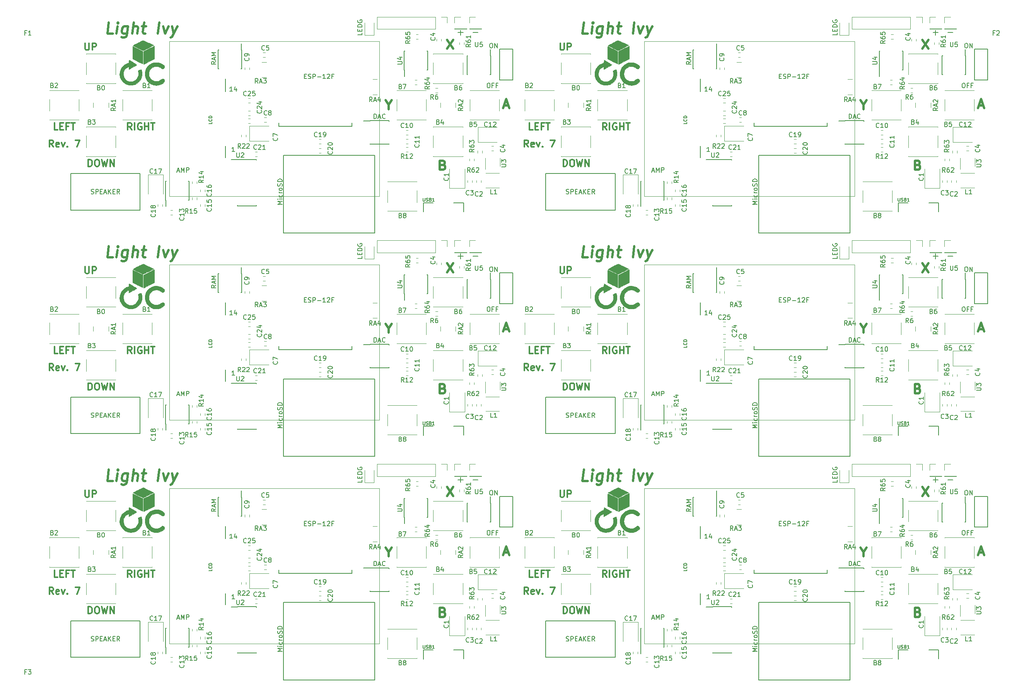
<source format=gbr>
G04 #@! TF.FileFunction,Legend,Top*
%FSLAX46Y46*%
G04 Gerber Fmt 4.6, Leading zero omitted, Abs format (unit mm)*
G04 Created by KiCad (PCBNEW 4.0.4-snap1-stable) date Fri May 24 02:00:32 2019*
%MOMM*%
%LPD*%
G01*
G04 APERTURE LIST*
%ADD10C,0.150000*%
%ADD11C,0.300000*%
%ADD12C,0.500000*%
%ADD13C,0.200000*%
%ADD14C,0.120000*%
%ADD15C,0.152400*%
%ADD16C,0.100000*%
%ADD17C,0.010000*%
G04 APERTURE END LIST*
D10*
D11*
X121750000Y-93428571D02*
X121250000Y-92714286D01*
X120892857Y-93428571D02*
X120892857Y-91928571D01*
X121464285Y-91928571D01*
X121607143Y-92000000D01*
X121678571Y-92071429D01*
X121750000Y-92214286D01*
X121750000Y-92428571D01*
X121678571Y-92571429D01*
X121607143Y-92642857D01*
X121464285Y-92714286D01*
X120892857Y-92714286D01*
X122392857Y-93428571D02*
X122392857Y-91928571D01*
X123892857Y-92000000D02*
X123750000Y-91928571D01*
X123535714Y-91928571D01*
X123321429Y-92000000D01*
X123178571Y-92142857D01*
X123107143Y-92285714D01*
X123035714Y-92571429D01*
X123035714Y-92785714D01*
X123107143Y-93071429D01*
X123178571Y-93214286D01*
X123321429Y-93357143D01*
X123535714Y-93428571D01*
X123678571Y-93428571D01*
X123892857Y-93357143D01*
X123964286Y-93285714D01*
X123964286Y-92785714D01*
X123678571Y-92785714D01*
X124607143Y-93428571D02*
X124607143Y-91928571D01*
X124607143Y-92642857D02*
X125464286Y-92642857D01*
X125464286Y-93428571D02*
X125464286Y-91928571D01*
X125964286Y-91928571D02*
X126821429Y-91928571D01*
X126392858Y-93428571D02*
X126392858Y-91928571D01*
X105571429Y-93428571D02*
X104857143Y-93428571D01*
X104857143Y-91928571D01*
X106071429Y-92642857D02*
X106571429Y-92642857D01*
X106785715Y-93428571D02*
X106071429Y-93428571D01*
X106071429Y-91928571D01*
X106785715Y-91928571D01*
X107928572Y-92642857D02*
X107428572Y-92642857D01*
X107428572Y-93428571D02*
X107428572Y-91928571D01*
X108142858Y-91928571D01*
X108500000Y-91928571D02*
X109357143Y-91928571D01*
X108928572Y-93428571D02*
X108928572Y-91928571D01*
D12*
X190833333Y-73654762D02*
X192166667Y-75654762D01*
X192166667Y-73654762D02*
X190833333Y-75654762D01*
X178000000Y-87952381D02*
X178000000Y-88904762D01*
X177333333Y-86904762D02*
X178000000Y-87952381D01*
X178666667Y-86904762D01*
X189892857Y-101107143D02*
X190178571Y-101202381D01*
X190273810Y-101297619D01*
X190369048Y-101488095D01*
X190369048Y-101773810D01*
X190273810Y-101964286D01*
X190178571Y-102059524D01*
X189988095Y-102154762D01*
X189226190Y-102154762D01*
X189226190Y-100154762D01*
X189892857Y-100154762D01*
X190083333Y-100250000D01*
X190178571Y-100345238D01*
X190273810Y-100535714D01*
X190273810Y-100726190D01*
X190178571Y-100916667D01*
X190083333Y-101011905D01*
X189892857Y-101107143D01*
X189226190Y-101107143D01*
X203273809Y-88083333D02*
X204226190Y-88083333D01*
X203083333Y-88654762D02*
X203750000Y-86654762D01*
X204416667Y-88654762D01*
D11*
X112249999Y-101428571D02*
X112249999Y-99928571D01*
X112607142Y-99928571D01*
X112821427Y-100000000D01*
X112964285Y-100142857D01*
X113035713Y-100285714D01*
X113107142Y-100571429D01*
X113107142Y-100785714D01*
X113035713Y-101071429D01*
X112964285Y-101214286D01*
X112821427Y-101357143D01*
X112607142Y-101428571D01*
X112249999Y-101428571D01*
X114035713Y-99928571D02*
X114321427Y-99928571D01*
X114464285Y-100000000D01*
X114607142Y-100142857D01*
X114678570Y-100428571D01*
X114678570Y-100928571D01*
X114607142Y-101214286D01*
X114464285Y-101357143D01*
X114321427Y-101428571D01*
X114035713Y-101428571D01*
X113892856Y-101357143D01*
X113749999Y-101214286D01*
X113678570Y-100928571D01*
X113678570Y-100428571D01*
X113749999Y-100142857D01*
X113892856Y-100000000D01*
X114035713Y-99928571D01*
X115178571Y-99928571D02*
X115535714Y-101428571D01*
X115821428Y-100357143D01*
X116107142Y-101428571D01*
X116464285Y-99928571D01*
X117035714Y-101428571D02*
X117035714Y-99928571D01*
X117892857Y-101428571D01*
X117892857Y-99928571D01*
X111571429Y-74428571D02*
X111571429Y-75642857D01*
X111642857Y-75785714D01*
X111714286Y-75857143D01*
X111857143Y-75928571D01*
X112142857Y-75928571D01*
X112285715Y-75857143D01*
X112357143Y-75785714D01*
X112428572Y-75642857D01*
X112428572Y-74428571D01*
X113142858Y-75928571D02*
X113142858Y-74428571D01*
X113714286Y-74428571D01*
X113857144Y-74500000D01*
X113928572Y-74571429D01*
X114000001Y-74714286D01*
X114000001Y-74928571D01*
X113928572Y-75071429D01*
X113857144Y-75142857D01*
X113714286Y-75214286D01*
X113142858Y-75214286D01*
D13*
X142250000Y-85000000D02*
X142250000Y-82250000D01*
X142250000Y-97000000D02*
X142250000Y-99500000D01*
X199797619Y-83202381D02*
X199988096Y-83202381D01*
X200083334Y-83250000D01*
X200178572Y-83345238D01*
X200226191Y-83535714D01*
X200226191Y-83869048D01*
X200178572Y-84059524D01*
X200083334Y-84154762D01*
X199988096Y-84202381D01*
X199797619Y-84202381D01*
X199702381Y-84154762D01*
X199607143Y-84059524D01*
X199559524Y-83869048D01*
X199559524Y-83535714D01*
X199607143Y-83345238D01*
X199702381Y-83250000D01*
X199797619Y-83202381D01*
X200988096Y-83678571D02*
X200654762Y-83678571D01*
X200654762Y-84202381D02*
X200654762Y-83202381D01*
X201130953Y-83202381D01*
X201845239Y-83678571D02*
X201511905Y-83678571D01*
X201511905Y-84202381D02*
X201511905Y-83202381D01*
X201988096Y-83202381D01*
D11*
X104607144Y-97178571D02*
X104107144Y-96464286D01*
X103750001Y-97178571D02*
X103750001Y-95678571D01*
X104321429Y-95678571D01*
X104464287Y-95750000D01*
X104535715Y-95821429D01*
X104607144Y-95964286D01*
X104607144Y-96178571D01*
X104535715Y-96321429D01*
X104464287Y-96392857D01*
X104321429Y-96464286D01*
X103750001Y-96464286D01*
X105821429Y-97107143D02*
X105678572Y-97178571D01*
X105392858Y-97178571D01*
X105250001Y-97107143D01*
X105178572Y-96964286D01*
X105178572Y-96392857D01*
X105250001Y-96250000D01*
X105392858Y-96178571D01*
X105678572Y-96178571D01*
X105821429Y-96250000D01*
X105892858Y-96392857D01*
X105892858Y-96535714D01*
X105178572Y-96678571D01*
X106392858Y-96178571D02*
X106750001Y-97178571D01*
X107107143Y-96178571D01*
X107678572Y-97035714D02*
X107750000Y-97107143D01*
X107678572Y-97178571D01*
X107607143Y-97107143D01*
X107678572Y-97035714D01*
X107678572Y-97178571D01*
X109392858Y-95678571D02*
X110392858Y-95678571D01*
X109750001Y-97178571D01*
D12*
X117608631Y-72380952D02*
X116418155Y-72380952D01*
X116730655Y-69880952D01*
X118441965Y-72380952D02*
X118650298Y-70714286D01*
X118754465Y-69880952D02*
X118620536Y-70000000D01*
X118724703Y-70119048D01*
X118858632Y-70000000D01*
X118754465Y-69880952D01*
X118724703Y-70119048D01*
X120912203Y-70714286D02*
X120659227Y-72738095D01*
X120510417Y-72976190D01*
X120376488Y-73095238D01*
X120123512Y-73214286D01*
X119766369Y-73214286D01*
X119543155Y-73095238D01*
X120718751Y-72261905D02*
X120465774Y-72380952D01*
X119989584Y-72380952D01*
X119766370Y-72261905D01*
X119662203Y-72142857D01*
X119572917Y-71904762D01*
X119662203Y-71190476D01*
X119811012Y-70952381D01*
X119944941Y-70833333D01*
X120197917Y-70714286D01*
X120674107Y-70714286D01*
X120897322Y-70833333D01*
X121894346Y-72380952D02*
X122206846Y-69880952D01*
X122965775Y-72380952D02*
X123129465Y-71071429D01*
X123040179Y-70833333D01*
X122816965Y-70714286D01*
X122459822Y-70714286D01*
X122206846Y-70833333D01*
X122072917Y-70952381D01*
X124007441Y-70714286D02*
X124959822Y-70714286D01*
X124468751Y-69880952D02*
X124200894Y-72023810D01*
X124290180Y-72261905D01*
X124513394Y-72380952D01*
X124751489Y-72380952D01*
X127489584Y-72380952D02*
X127802084Y-69880952D01*
X128650298Y-70714286D02*
X129037203Y-72380952D01*
X129840774Y-70714286D01*
X130555060Y-70714286D02*
X130941965Y-72380952D01*
X131745536Y-70714286D02*
X130941965Y-72380952D01*
X130629465Y-72976190D01*
X130495536Y-73095238D01*
X130242560Y-73214286D01*
D13*
X144285715Y-98202381D02*
X143714286Y-98202381D01*
X144000000Y-98202381D02*
X144000000Y-97202381D01*
X143904762Y-97345238D01*
X143809524Y-97440476D01*
X143714286Y-97488095D01*
X143809524Y-84952381D02*
X143238095Y-84952381D01*
X143523809Y-84952381D02*
X143523809Y-83952381D01*
X143428571Y-84095238D01*
X143333333Y-84190476D01*
X143238095Y-84238095D01*
X144666667Y-84285714D02*
X144666667Y-84952381D01*
X144428571Y-83904762D02*
X144190476Y-84619048D01*
X144809524Y-84619048D01*
D11*
X225750000Y-93428571D02*
X225250000Y-92714286D01*
X224892857Y-93428571D02*
X224892857Y-91928571D01*
X225464285Y-91928571D01*
X225607143Y-92000000D01*
X225678571Y-92071429D01*
X225750000Y-92214286D01*
X225750000Y-92428571D01*
X225678571Y-92571429D01*
X225607143Y-92642857D01*
X225464285Y-92714286D01*
X224892857Y-92714286D01*
X226392857Y-93428571D02*
X226392857Y-91928571D01*
X227892857Y-92000000D02*
X227750000Y-91928571D01*
X227535714Y-91928571D01*
X227321429Y-92000000D01*
X227178571Y-92142857D01*
X227107143Y-92285714D01*
X227035714Y-92571429D01*
X227035714Y-92785714D01*
X227107143Y-93071429D01*
X227178571Y-93214286D01*
X227321429Y-93357143D01*
X227535714Y-93428571D01*
X227678571Y-93428571D01*
X227892857Y-93357143D01*
X227964286Y-93285714D01*
X227964286Y-92785714D01*
X227678571Y-92785714D01*
X228607143Y-93428571D02*
X228607143Y-91928571D01*
X228607143Y-92642857D02*
X229464286Y-92642857D01*
X229464286Y-93428571D02*
X229464286Y-91928571D01*
X229964286Y-91928571D02*
X230821429Y-91928571D01*
X230392858Y-93428571D02*
X230392858Y-91928571D01*
X209571429Y-93428571D02*
X208857143Y-93428571D01*
X208857143Y-91928571D01*
X210071429Y-92642857D02*
X210571429Y-92642857D01*
X210785715Y-93428571D02*
X210071429Y-93428571D01*
X210071429Y-91928571D01*
X210785715Y-91928571D01*
X211928572Y-92642857D02*
X211428572Y-92642857D01*
X211428572Y-93428571D02*
X211428572Y-91928571D01*
X212142858Y-91928571D01*
X212500000Y-91928571D02*
X213357143Y-91928571D01*
X212928572Y-93428571D02*
X212928572Y-91928571D01*
D12*
X294833333Y-73654762D02*
X296166667Y-75654762D01*
X296166667Y-73654762D02*
X294833333Y-75654762D01*
X282000000Y-87952381D02*
X282000000Y-88904762D01*
X281333333Y-86904762D02*
X282000000Y-87952381D01*
X282666667Y-86904762D01*
X293892857Y-101107143D02*
X294178571Y-101202381D01*
X294273810Y-101297619D01*
X294369048Y-101488095D01*
X294369048Y-101773810D01*
X294273810Y-101964286D01*
X294178571Y-102059524D01*
X293988095Y-102154762D01*
X293226190Y-102154762D01*
X293226190Y-100154762D01*
X293892857Y-100154762D01*
X294083333Y-100250000D01*
X294178571Y-100345238D01*
X294273810Y-100535714D01*
X294273810Y-100726190D01*
X294178571Y-100916667D01*
X294083333Y-101011905D01*
X293892857Y-101107143D01*
X293226190Y-101107143D01*
X307273809Y-88083333D02*
X308226190Y-88083333D01*
X307083333Y-88654762D02*
X307750000Y-86654762D01*
X308416667Y-88654762D01*
D11*
X216249999Y-101428571D02*
X216249999Y-99928571D01*
X216607142Y-99928571D01*
X216821427Y-100000000D01*
X216964285Y-100142857D01*
X217035713Y-100285714D01*
X217107142Y-100571429D01*
X217107142Y-100785714D01*
X217035713Y-101071429D01*
X216964285Y-101214286D01*
X216821427Y-101357143D01*
X216607142Y-101428571D01*
X216249999Y-101428571D01*
X218035713Y-99928571D02*
X218321427Y-99928571D01*
X218464285Y-100000000D01*
X218607142Y-100142857D01*
X218678570Y-100428571D01*
X218678570Y-100928571D01*
X218607142Y-101214286D01*
X218464285Y-101357143D01*
X218321427Y-101428571D01*
X218035713Y-101428571D01*
X217892856Y-101357143D01*
X217749999Y-101214286D01*
X217678570Y-100928571D01*
X217678570Y-100428571D01*
X217749999Y-100142857D01*
X217892856Y-100000000D01*
X218035713Y-99928571D01*
X219178571Y-99928571D02*
X219535714Y-101428571D01*
X219821428Y-100357143D01*
X220107142Y-101428571D01*
X220464285Y-99928571D01*
X221035714Y-101428571D02*
X221035714Y-99928571D01*
X221892857Y-101428571D01*
X221892857Y-99928571D01*
X215571429Y-74428571D02*
X215571429Y-75642857D01*
X215642857Y-75785714D01*
X215714286Y-75857143D01*
X215857143Y-75928571D01*
X216142857Y-75928571D01*
X216285715Y-75857143D01*
X216357143Y-75785714D01*
X216428572Y-75642857D01*
X216428572Y-74428571D01*
X217142858Y-75928571D02*
X217142858Y-74428571D01*
X217714286Y-74428571D01*
X217857144Y-74500000D01*
X217928572Y-74571429D01*
X218000001Y-74714286D01*
X218000001Y-74928571D01*
X217928572Y-75071429D01*
X217857144Y-75142857D01*
X217714286Y-75214286D01*
X217142858Y-75214286D01*
D13*
X246250000Y-85000000D02*
X246250000Y-82250000D01*
X246250000Y-97000000D02*
X246250000Y-99500000D01*
X303797619Y-83202381D02*
X303988096Y-83202381D01*
X304083334Y-83250000D01*
X304178572Y-83345238D01*
X304226191Y-83535714D01*
X304226191Y-83869048D01*
X304178572Y-84059524D01*
X304083334Y-84154762D01*
X303988096Y-84202381D01*
X303797619Y-84202381D01*
X303702381Y-84154762D01*
X303607143Y-84059524D01*
X303559524Y-83869048D01*
X303559524Y-83535714D01*
X303607143Y-83345238D01*
X303702381Y-83250000D01*
X303797619Y-83202381D01*
X304988096Y-83678571D02*
X304654762Y-83678571D01*
X304654762Y-84202381D02*
X304654762Y-83202381D01*
X305130953Y-83202381D01*
X305845239Y-83678571D02*
X305511905Y-83678571D01*
X305511905Y-84202381D02*
X305511905Y-83202381D01*
X305988096Y-83202381D01*
D11*
X208607144Y-97178571D02*
X208107144Y-96464286D01*
X207750001Y-97178571D02*
X207750001Y-95678571D01*
X208321429Y-95678571D01*
X208464287Y-95750000D01*
X208535715Y-95821429D01*
X208607144Y-95964286D01*
X208607144Y-96178571D01*
X208535715Y-96321429D01*
X208464287Y-96392857D01*
X208321429Y-96464286D01*
X207750001Y-96464286D01*
X209821429Y-97107143D02*
X209678572Y-97178571D01*
X209392858Y-97178571D01*
X209250001Y-97107143D01*
X209178572Y-96964286D01*
X209178572Y-96392857D01*
X209250001Y-96250000D01*
X209392858Y-96178571D01*
X209678572Y-96178571D01*
X209821429Y-96250000D01*
X209892858Y-96392857D01*
X209892858Y-96535714D01*
X209178572Y-96678571D01*
X210392858Y-96178571D02*
X210750001Y-97178571D01*
X211107143Y-96178571D01*
X211678572Y-97035714D02*
X211750000Y-97107143D01*
X211678572Y-97178571D01*
X211607143Y-97107143D01*
X211678572Y-97035714D01*
X211678572Y-97178571D01*
X213392858Y-95678571D02*
X214392858Y-95678571D01*
X213750001Y-97178571D01*
D12*
X221608631Y-72380952D02*
X220418155Y-72380952D01*
X220730655Y-69880952D01*
X222441965Y-72380952D02*
X222650298Y-70714286D01*
X222754465Y-69880952D02*
X222620536Y-70000000D01*
X222724703Y-70119048D01*
X222858632Y-70000000D01*
X222754465Y-69880952D01*
X222724703Y-70119048D01*
X224912203Y-70714286D02*
X224659227Y-72738095D01*
X224510417Y-72976190D01*
X224376488Y-73095238D01*
X224123512Y-73214286D01*
X223766369Y-73214286D01*
X223543155Y-73095238D01*
X224718751Y-72261905D02*
X224465774Y-72380952D01*
X223989584Y-72380952D01*
X223766370Y-72261905D01*
X223662203Y-72142857D01*
X223572917Y-71904762D01*
X223662203Y-71190476D01*
X223811012Y-70952381D01*
X223944941Y-70833333D01*
X224197917Y-70714286D01*
X224674107Y-70714286D01*
X224897322Y-70833333D01*
X225894346Y-72380952D02*
X226206846Y-69880952D01*
X226965775Y-72380952D02*
X227129465Y-71071429D01*
X227040179Y-70833333D01*
X226816965Y-70714286D01*
X226459822Y-70714286D01*
X226206846Y-70833333D01*
X226072917Y-70952381D01*
X228007441Y-70714286D02*
X228959822Y-70714286D01*
X228468751Y-69880952D02*
X228200894Y-72023810D01*
X228290180Y-72261905D01*
X228513394Y-72380952D01*
X228751489Y-72380952D01*
X231489584Y-72380952D02*
X231802084Y-69880952D01*
X232650298Y-70714286D02*
X233037203Y-72380952D01*
X233840774Y-70714286D01*
X234555060Y-70714286D02*
X234941965Y-72380952D01*
X235745536Y-70714286D02*
X234941965Y-72380952D01*
X234629465Y-72976190D01*
X234495536Y-73095238D01*
X234242560Y-73214286D01*
D13*
X248285715Y-98202381D02*
X247714286Y-98202381D01*
X248000000Y-98202381D02*
X248000000Y-97202381D01*
X247904762Y-97345238D01*
X247809524Y-97440476D01*
X247714286Y-97488095D01*
X247809524Y-84952381D02*
X247238095Y-84952381D01*
X247523809Y-84952381D02*
X247523809Y-83952381D01*
X247428571Y-84095238D01*
X247333333Y-84190476D01*
X247238095Y-84238095D01*
X248666667Y-84285714D02*
X248666667Y-84952381D01*
X248428571Y-83904762D02*
X248190476Y-84619048D01*
X248809524Y-84619048D01*
D11*
X121750000Y-142428571D02*
X121250000Y-141714286D01*
X120892857Y-142428571D02*
X120892857Y-140928571D01*
X121464285Y-140928571D01*
X121607143Y-141000000D01*
X121678571Y-141071429D01*
X121750000Y-141214286D01*
X121750000Y-141428571D01*
X121678571Y-141571429D01*
X121607143Y-141642857D01*
X121464285Y-141714286D01*
X120892857Y-141714286D01*
X122392857Y-142428571D02*
X122392857Y-140928571D01*
X123892857Y-141000000D02*
X123750000Y-140928571D01*
X123535714Y-140928571D01*
X123321429Y-141000000D01*
X123178571Y-141142857D01*
X123107143Y-141285714D01*
X123035714Y-141571429D01*
X123035714Y-141785714D01*
X123107143Y-142071429D01*
X123178571Y-142214286D01*
X123321429Y-142357143D01*
X123535714Y-142428571D01*
X123678571Y-142428571D01*
X123892857Y-142357143D01*
X123964286Y-142285714D01*
X123964286Y-141785714D01*
X123678571Y-141785714D01*
X124607143Y-142428571D02*
X124607143Y-140928571D01*
X124607143Y-141642857D02*
X125464286Y-141642857D01*
X125464286Y-142428571D02*
X125464286Y-140928571D01*
X125964286Y-140928571D02*
X126821429Y-140928571D01*
X126392858Y-142428571D02*
X126392858Y-140928571D01*
X105571429Y-142428571D02*
X104857143Y-142428571D01*
X104857143Y-140928571D01*
X106071429Y-141642857D02*
X106571429Y-141642857D01*
X106785715Y-142428571D02*
X106071429Y-142428571D01*
X106071429Y-140928571D01*
X106785715Y-140928571D01*
X107928572Y-141642857D02*
X107428572Y-141642857D01*
X107428572Y-142428571D02*
X107428572Y-140928571D01*
X108142858Y-140928571D01*
X108500000Y-140928571D02*
X109357143Y-140928571D01*
X108928572Y-142428571D02*
X108928572Y-140928571D01*
D12*
X190833333Y-122654762D02*
X192166667Y-124654762D01*
X192166667Y-122654762D02*
X190833333Y-124654762D01*
X178000000Y-136952381D02*
X178000000Y-137904762D01*
X177333333Y-135904762D02*
X178000000Y-136952381D01*
X178666667Y-135904762D01*
X189892857Y-150107143D02*
X190178571Y-150202381D01*
X190273810Y-150297619D01*
X190369048Y-150488095D01*
X190369048Y-150773810D01*
X190273810Y-150964286D01*
X190178571Y-151059524D01*
X189988095Y-151154762D01*
X189226190Y-151154762D01*
X189226190Y-149154762D01*
X189892857Y-149154762D01*
X190083333Y-149250000D01*
X190178571Y-149345238D01*
X190273810Y-149535714D01*
X190273810Y-149726190D01*
X190178571Y-149916667D01*
X190083333Y-150011905D01*
X189892857Y-150107143D01*
X189226190Y-150107143D01*
X203273809Y-137083333D02*
X204226190Y-137083333D01*
X203083333Y-137654762D02*
X203750000Y-135654762D01*
X204416667Y-137654762D01*
D11*
X112249999Y-150428571D02*
X112249999Y-148928571D01*
X112607142Y-148928571D01*
X112821427Y-149000000D01*
X112964285Y-149142857D01*
X113035713Y-149285714D01*
X113107142Y-149571429D01*
X113107142Y-149785714D01*
X113035713Y-150071429D01*
X112964285Y-150214286D01*
X112821427Y-150357143D01*
X112607142Y-150428571D01*
X112249999Y-150428571D01*
X114035713Y-148928571D02*
X114321427Y-148928571D01*
X114464285Y-149000000D01*
X114607142Y-149142857D01*
X114678570Y-149428571D01*
X114678570Y-149928571D01*
X114607142Y-150214286D01*
X114464285Y-150357143D01*
X114321427Y-150428571D01*
X114035713Y-150428571D01*
X113892856Y-150357143D01*
X113749999Y-150214286D01*
X113678570Y-149928571D01*
X113678570Y-149428571D01*
X113749999Y-149142857D01*
X113892856Y-149000000D01*
X114035713Y-148928571D01*
X115178571Y-148928571D02*
X115535714Y-150428571D01*
X115821428Y-149357143D01*
X116107142Y-150428571D01*
X116464285Y-148928571D01*
X117035714Y-150428571D02*
X117035714Y-148928571D01*
X117892857Y-150428571D01*
X117892857Y-148928571D01*
X111571429Y-123428571D02*
X111571429Y-124642857D01*
X111642857Y-124785714D01*
X111714286Y-124857143D01*
X111857143Y-124928571D01*
X112142857Y-124928571D01*
X112285715Y-124857143D01*
X112357143Y-124785714D01*
X112428572Y-124642857D01*
X112428572Y-123428571D01*
X113142858Y-124928571D02*
X113142858Y-123428571D01*
X113714286Y-123428571D01*
X113857144Y-123500000D01*
X113928572Y-123571429D01*
X114000001Y-123714286D01*
X114000001Y-123928571D01*
X113928572Y-124071429D01*
X113857144Y-124142857D01*
X113714286Y-124214286D01*
X113142858Y-124214286D01*
D13*
X142250000Y-134000000D02*
X142250000Y-131250000D01*
X142250000Y-146000000D02*
X142250000Y-148500000D01*
X199797619Y-132202381D02*
X199988096Y-132202381D01*
X200083334Y-132250000D01*
X200178572Y-132345238D01*
X200226191Y-132535714D01*
X200226191Y-132869048D01*
X200178572Y-133059524D01*
X200083334Y-133154762D01*
X199988096Y-133202381D01*
X199797619Y-133202381D01*
X199702381Y-133154762D01*
X199607143Y-133059524D01*
X199559524Y-132869048D01*
X199559524Y-132535714D01*
X199607143Y-132345238D01*
X199702381Y-132250000D01*
X199797619Y-132202381D01*
X200988096Y-132678571D02*
X200654762Y-132678571D01*
X200654762Y-133202381D02*
X200654762Y-132202381D01*
X201130953Y-132202381D01*
X201845239Y-132678571D02*
X201511905Y-132678571D01*
X201511905Y-133202381D02*
X201511905Y-132202381D01*
X201988096Y-132202381D01*
D11*
X104607144Y-146178571D02*
X104107144Y-145464286D01*
X103750001Y-146178571D02*
X103750001Y-144678571D01*
X104321429Y-144678571D01*
X104464287Y-144750000D01*
X104535715Y-144821429D01*
X104607144Y-144964286D01*
X104607144Y-145178571D01*
X104535715Y-145321429D01*
X104464287Y-145392857D01*
X104321429Y-145464286D01*
X103750001Y-145464286D01*
X105821429Y-146107143D02*
X105678572Y-146178571D01*
X105392858Y-146178571D01*
X105250001Y-146107143D01*
X105178572Y-145964286D01*
X105178572Y-145392857D01*
X105250001Y-145250000D01*
X105392858Y-145178571D01*
X105678572Y-145178571D01*
X105821429Y-145250000D01*
X105892858Y-145392857D01*
X105892858Y-145535714D01*
X105178572Y-145678571D01*
X106392858Y-145178571D02*
X106750001Y-146178571D01*
X107107143Y-145178571D01*
X107678572Y-146035714D02*
X107750000Y-146107143D01*
X107678572Y-146178571D01*
X107607143Y-146107143D01*
X107678572Y-146035714D01*
X107678572Y-146178571D01*
X109392858Y-144678571D02*
X110392858Y-144678571D01*
X109750001Y-146178571D01*
D12*
X117608631Y-121380952D02*
X116418155Y-121380952D01*
X116730655Y-118880952D01*
X118441965Y-121380952D02*
X118650298Y-119714286D01*
X118754465Y-118880952D02*
X118620536Y-119000000D01*
X118724703Y-119119048D01*
X118858632Y-119000000D01*
X118754465Y-118880952D01*
X118724703Y-119119048D01*
X120912203Y-119714286D02*
X120659227Y-121738095D01*
X120510417Y-121976190D01*
X120376488Y-122095238D01*
X120123512Y-122214286D01*
X119766369Y-122214286D01*
X119543155Y-122095238D01*
X120718751Y-121261905D02*
X120465774Y-121380952D01*
X119989584Y-121380952D01*
X119766370Y-121261905D01*
X119662203Y-121142857D01*
X119572917Y-120904762D01*
X119662203Y-120190476D01*
X119811012Y-119952381D01*
X119944941Y-119833333D01*
X120197917Y-119714286D01*
X120674107Y-119714286D01*
X120897322Y-119833333D01*
X121894346Y-121380952D02*
X122206846Y-118880952D01*
X122965775Y-121380952D02*
X123129465Y-120071429D01*
X123040179Y-119833333D01*
X122816965Y-119714286D01*
X122459822Y-119714286D01*
X122206846Y-119833333D01*
X122072917Y-119952381D01*
X124007441Y-119714286D02*
X124959822Y-119714286D01*
X124468751Y-118880952D02*
X124200894Y-121023810D01*
X124290180Y-121261905D01*
X124513394Y-121380952D01*
X124751489Y-121380952D01*
X127489584Y-121380952D02*
X127802084Y-118880952D01*
X128650298Y-119714286D02*
X129037203Y-121380952D01*
X129840774Y-119714286D01*
X130555060Y-119714286D02*
X130941965Y-121380952D01*
X131745536Y-119714286D02*
X130941965Y-121380952D01*
X130629465Y-121976190D01*
X130495536Y-122095238D01*
X130242560Y-122214286D01*
D13*
X144285715Y-147202381D02*
X143714286Y-147202381D01*
X144000000Y-147202381D02*
X144000000Y-146202381D01*
X143904762Y-146345238D01*
X143809524Y-146440476D01*
X143714286Y-146488095D01*
X143809524Y-133952381D02*
X143238095Y-133952381D01*
X143523809Y-133952381D02*
X143523809Y-132952381D01*
X143428571Y-133095238D01*
X143333333Y-133190476D01*
X143238095Y-133238095D01*
X144666667Y-133285714D02*
X144666667Y-133952381D01*
X144428571Y-132904762D02*
X144190476Y-133619048D01*
X144809524Y-133619048D01*
D11*
X225750000Y-142428571D02*
X225250000Y-141714286D01*
X224892857Y-142428571D02*
X224892857Y-140928571D01*
X225464285Y-140928571D01*
X225607143Y-141000000D01*
X225678571Y-141071429D01*
X225750000Y-141214286D01*
X225750000Y-141428571D01*
X225678571Y-141571429D01*
X225607143Y-141642857D01*
X225464285Y-141714286D01*
X224892857Y-141714286D01*
X226392857Y-142428571D02*
X226392857Y-140928571D01*
X227892857Y-141000000D02*
X227750000Y-140928571D01*
X227535714Y-140928571D01*
X227321429Y-141000000D01*
X227178571Y-141142857D01*
X227107143Y-141285714D01*
X227035714Y-141571429D01*
X227035714Y-141785714D01*
X227107143Y-142071429D01*
X227178571Y-142214286D01*
X227321429Y-142357143D01*
X227535714Y-142428571D01*
X227678571Y-142428571D01*
X227892857Y-142357143D01*
X227964286Y-142285714D01*
X227964286Y-141785714D01*
X227678571Y-141785714D01*
X228607143Y-142428571D02*
X228607143Y-140928571D01*
X228607143Y-141642857D02*
X229464286Y-141642857D01*
X229464286Y-142428571D02*
X229464286Y-140928571D01*
X229964286Y-140928571D02*
X230821429Y-140928571D01*
X230392858Y-142428571D02*
X230392858Y-140928571D01*
X209571429Y-142428571D02*
X208857143Y-142428571D01*
X208857143Y-140928571D01*
X210071429Y-141642857D02*
X210571429Y-141642857D01*
X210785715Y-142428571D02*
X210071429Y-142428571D01*
X210071429Y-140928571D01*
X210785715Y-140928571D01*
X211928572Y-141642857D02*
X211428572Y-141642857D01*
X211428572Y-142428571D02*
X211428572Y-140928571D01*
X212142858Y-140928571D01*
X212500000Y-140928571D02*
X213357143Y-140928571D01*
X212928572Y-142428571D02*
X212928572Y-140928571D01*
D12*
X294833333Y-122654762D02*
X296166667Y-124654762D01*
X296166667Y-122654762D02*
X294833333Y-124654762D01*
X282000000Y-136952381D02*
X282000000Y-137904762D01*
X281333333Y-135904762D02*
X282000000Y-136952381D01*
X282666667Y-135904762D01*
X293892857Y-150107143D02*
X294178571Y-150202381D01*
X294273810Y-150297619D01*
X294369048Y-150488095D01*
X294369048Y-150773810D01*
X294273810Y-150964286D01*
X294178571Y-151059524D01*
X293988095Y-151154762D01*
X293226190Y-151154762D01*
X293226190Y-149154762D01*
X293892857Y-149154762D01*
X294083333Y-149250000D01*
X294178571Y-149345238D01*
X294273810Y-149535714D01*
X294273810Y-149726190D01*
X294178571Y-149916667D01*
X294083333Y-150011905D01*
X293892857Y-150107143D01*
X293226190Y-150107143D01*
X307273809Y-137083333D02*
X308226190Y-137083333D01*
X307083333Y-137654762D02*
X307750000Y-135654762D01*
X308416667Y-137654762D01*
D11*
X216249999Y-150428571D02*
X216249999Y-148928571D01*
X216607142Y-148928571D01*
X216821427Y-149000000D01*
X216964285Y-149142857D01*
X217035713Y-149285714D01*
X217107142Y-149571429D01*
X217107142Y-149785714D01*
X217035713Y-150071429D01*
X216964285Y-150214286D01*
X216821427Y-150357143D01*
X216607142Y-150428571D01*
X216249999Y-150428571D01*
X218035713Y-148928571D02*
X218321427Y-148928571D01*
X218464285Y-149000000D01*
X218607142Y-149142857D01*
X218678570Y-149428571D01*
X218678570Y-149928571D01*
X218607142Y-150214286D01*
X218464285Y-150357143D01*
X218321427Y-150428571D01*
X218035713Y-150428571D01*
X217892856Y-150357143D01*
X217749999Y-150214286D01*
X217678570Y-149928571D01*
X217678570Y-149428571D01*
X217749999Y-149142857D01*
X217892856Y-149000000D01*
X218035713Y-148928571D01*
X219178571Y-148928571D02*
X219535714Y-150428571D01*
X219821428Y-149357143D01*
X220107142Y-150428571D01*
X220464285Y-148928571D01*
X221035714Y-150428571D02*
X221035714Y-148928571D01*
X221892857Y-150428571D01*
X221892857Y-148928571D01*
X215571429Y-123428571D02*
X215571429Y-124642857D01*
X215642857Y-124785714D01*
X215714286Y-124857143D01*
X215857143Y-124928571D01*
X216142857Y-124928571D01*
X216285715Y-124857143D01*
X216357143Y-124785714D01*
X216428572Y-124642857D01*
X216428572Y-123428571D01*
X217142858Y-124928571D02*
X217142858Y-123428571D01*
X217714286Y-123428571D01*
X217857144Y-123500000D01*
X217928572Y-123571429D01*
X218000001Y-123714286D01*
X218000001Y-123928571D01*
X217928572Y-124071429D01*
X217857144Y-124142857D01*
X217714286Y-124214286D01*
X217142858Y-124214286D01*
D13*
X246250000Y-134000000D02*
X246250000Y-131250000D01*
X246250000Y-146000000D02*
X246250000Y-148500000D01*
X303797619Y-132202381D02*
X303988096Y-132202381D01*
X304083334Y-132250000D01*
X304178572Y-132345238D01*
X304226191Y-132535714D01*
X304226191Y-132869048D01*
X304178572Y-133059524D01*
X304083334Y-133154762D01*
X303988096Y-133202381D01*
X303797619Y-133202381D01*
X303702381Y-133154762D01*
X303607143Y-133059524D01*
X303559524Y-132869048D01*
X303559524Y-132535714D01*
X303607143Y-132345238D01*
X303702381Y-132250000D01*
X303797619Y-132202381D01*
X304988096Y-132678571D02*
X304654762Y-132678571D01*
X304654762Y-133202381D02*
X304654762Y-132202381D01*
X305130953Y-132202381D01*
X305845239Y-132678571D02*
X305511905Y-132678571D01*
X305511905Y-133202381D02*
X305511905Y-132202381D01*
X305988096Y-132202381D01*
D11*
X208607144Y-146178571D02*
X208107144Y-145464286D01*
X207750001Y-146178571D02*
X207750001Y-144678571D01*
X208321429Y-144678571D01*
X208464287Y-144750000D01*
X208535715Y-144821429D01*
X208607144Y-144964286D01*
X208607144Y-145178571D01*
X208535715Y-145321429D01*
X208464287Y-145392857D01*
X208321429Y-145464286D01*
X207750001Y-145464286D01*
X209821429Y-146107143D02*
X209678572Y-146178571D01*
X209392858Y-146178571D01*
X209250001Y-146107143D01*
X209178572Y-145964286D01*
X209178572Y-145392857D01*
X209250001Y-145250000D01*
X209392858Y-145178571D01*
X209678572Y-145178571D01*
X209821429Y-145250000D01*
X209892858Y-145392857D01*
X209892858Y-145535714D01*
X209178572Y-145678571D01*
X210392858Y-145178571D02*
X210750001Y-146178571D01*
X211107143Y-145178571D01*
X211678572Y-146035714D02*
X211750000Y-146107143D01*
X211678572Y-146178571D01*
X211607143Y-146107143D01*
X211678572Y-146035714D01*
X211678572Y-146178571D01*
X213392858Y-144678571D02*
X214392858Y-144678571D01*
X213750001Y-146178571D01*
D12*
X221608631Y-121380952D02*
X220418155Y-121380952D01*
X220730655Y-118880952D01*
X222441965Y-121380952D02*
X222650298Y-119714286D01*
X222754465Y-118880952D02*
X222620536Y-119000000D01*
X222724703Y-119119048D01*
X222858632Y-119000000D01*
X222754465Y-118880952D01*
X222724703Y-119119048D01*
X224912203Y-119714286D02*
X224659227Y-121738095D01*
X224510417Y-121976190D01*
X224376488Y-122095238D01*
X224123512Y-122214286D01*
X223766369Y-122214286D01*
X223543155Y-122095238D01*
X224718751Y-121261905D02*
X224465774Y-121380952D01*
X223989584Y-121380952D01*
X223766370Y-121261905D01*
X223662203Y-121142857D01*
X223572917Y-120904762D01*
X223662203Y-120190476D01*
X223811012Y-119952381D01*
X223944941Y-119833333D01*
X224197917Y-119714286D01*
X224674107Y-119714286D01*
X224897322Y-119833333D01*
X225894346Y-121380952D02*
X226206846Y-118880952D01*
X226965775Y-121380952D02*
X227129465Y-120071429D01*
X227040179Y-119833333D01*
X226816965Y-119714286D01*
X226459822Y-119714286D01*
X226206846Y-119833333D01*
X226072917Y-119952381D01*
X228007441Y-119714286D02*
X228959822Y-119714286D01*
X228468751Y-118880952D02*
X228200894Y-121023810D01*
X228290180Y-121261905D01*
X228513394Y-121380952D01*
X228751489Y-121380952D01*
X231489584Y-121380952D02*
X231802084Y-118880952D01*
X232650298Y-119714286D02*
X233037203Y-121380952D01*
X233840774Y-119714286D01*
X234555060Y-119714286D02*
X234941965Y-121380952D01*
X235745536Y-119714286D02*
X234941965Y-121380952D01*
X234629465Y-121976190D01*
X234495536Y-122095238D01*
X234242560Y-122214286D01*
D13*
X248285715Y-147202381D02*
X247714286Y-147202381D01*
X248000000Y-147202381D02*
X248000000Y-146202381D01*
X247904762Y-146345238D01*
X247809524Y-146440476D01*
X247714286Y-146488095D01*
X247809524Y-133952381D02*
X247238095Y-133952381D01*
X247523809Y-133952381D02*
X247523809Y-132952381D01*
X247428571Y-133095238D01*
X247333333Y-133190476D01*
X247238095Y-133238095D01*
X248666667Y-133285714D02*
X248666667Y-133952381D01*
X248428571Y-132904762D02*
X248190476Y-133619048D01*
X248809524Y-133619048D01*
D11*
X121750000Y-191428571D02*
X121250000Y-190714286D01*
X120892857Y-191428571D02*
X120892857Y-189928571D01*
X121464285Y-189928571D01*
X121607143Y-190000000D01*
X121678571Y-190071429D01*
X121750000Y-190214286D01*
X121750000Y-190428571D01*
X121678571Y-190571429D01*
X121607143Y-190642857D01*
X121464285Y-190714286D01*
X120892857Y-190714286D01*
X122392857Y-191428571D02*
X122392857Y-189928571D01*
X123892857Y-190000000D02*
X123750000Y-189928571D01*
X123535714Y-189928571D01*
X123321429Y-190000000D01*
X123178571Y-190142857D01*
X123107143Y-190285714D01*
X123035714Y-190571429D01*
X123035714Y-190785714D01*
X123107143Y-191071429D01*
X123178571Y-191214286D01*
X123321429Y-191357143D01*
X123535714Y-191428571D01*
X123678571Y-191428571D01*
X123892857Y-191357143D01*
X123964286Y-191285714D01*
X123964286Y-190785714D01*
X123678571Y-190785714D01*
X124607143Y-191428571D02*
X124607143Y-189928571D01*
X124607143Y-190642857D02*
X125464286Y-190642857D01*
X125464286Y-191428571D02*
X125464286Y-189928571D01*
X125964286Y-189928571D02*
X126821429Y-189928571D01*
X126392858Y-191428571D02*
X126392858Y-189928571D01*
X105571429Y-191428571D02*
X104857143Y-191428571D01*
X104857143Y-189928571D01*
X106071429Y-190642857D02*
X106571429Y-190642857D01*
X106785715Y-191428571D02*
X106071429Y-191428571D01*
X106071429Y-189928571D01*
X106785715Y-189928571D01*
X107928572Y-190642857D02*
X107428572Y-190642857D01*
X107428572Y-191428571D02*
X107428572Y-189928571D01*
X108142858Y-189928571D01*
X108500000Y-189928571D02*
X109357143Y-189928571D01*
X108928572Y-191428571D02*
X108928572Y-189928571D01*
D12*
X190833333Y-171654762D02*
X192166667Y-173654762D01*
X192166667Y-171654762D02*
X190833333Y-173654762D01*
X178000000Y-185952381D02*
X178000000Y-186904762D01*
X177333333Y-184904762D02*
X178000000Y-185952381D01*
X178666667Y-184904762D01*
X189892857Y-199107143D02*
X190178571Y-199202381D01*
X190273810Y-199297619D01*
X190369048Y-199488095D01*
X190369048Y-199773810D01*
X190273810Y-199964286D01*
X190178571Y-200059524D01*
X189988095Y-200154762D01*
X189226190Y-200154762D01*
X189226190Y-198154762D01*
X189892857Y-198154762D01*
X190083333Y-198250000D01*
X190178571Y-198345238D01*
X190273810Y-198535714D01*
X190273810Y-198726190D01*
X190178571Y-198916667D01*
X190083333Y-199011905D01*
X189892857Y-199107143D01*
X189226190Y-199107143D01*
X203273809Y-186083333D02*
X204226190Y-186083333D01*
X203083333Y-186654762D02*
X203750000Y-184654762D01*
X204416667Y-186654762D01*
D11*
X112249999Y-199428571D02*
X112249999Y-197928571D01*
X112607142Y-197928571D01*
X112821427Y-198000000D01*
X112964285Y-198142857D01*
X113035713Y-198285714D01*
X113107142Y-198571429D01*
X113107142Y-198785714D01*
X113035713Y-199071429D01*
X112964285Y-199214286D01*
X112821427Y-199357143D01*
X112607142Y-199428571D01*
X112249999Y-199428571D01*
X114035713Y-197928571D02*
X114321427Y-197928571D01*
X114464285Y-198000000D01*
X114607142Y-198142857D01*
X114678570Y-198428571D01*
X114678570Y-198928571D01*
X114607142Y-199214286D01*
X114464285Y-199357143D01*
X114321427Y-199428571D01*
X114035713Y-199428571D01*
X113892856Y-199357143D01*
X113749999Y-199214286D01*
X113678570Y-198928571D01*
X113678570Y-198428571D01*
X113749999Y-198142857D01*
X113892856Y-198000000D01*
X114035713Y-197928571D01*
X115178571Y-197928571D02*
X115535714Y-199428571D01*
X115821428Y-198357143D01*
X116107142Y-199428571D01*
X116464285Y-197928571D01*
X117035714Y-199428571D02*
X117035714Y-197928571D01*
X117892857Y-199428571D01*
X117892857Y-197928571D01*
X111571429Y-172428571D02*
X111571429Y-173642857D01*
X111642857Y-173785714D01*
X111714286Y-173857143D01*
X111857143Y-173928571D01*
X112142857Y-173928571D01*
X112285715Y-173857143D01*
X112357143Y-173785714D01*
X112428572Y-173642857D01*
X112428572Y-172428571D01*
X113142858Y-173928571D02*
X113142858Y-172428571D01*
X113714286Y-172428571D01*
X113857144Y-172500000D01*
X113928572Y-172571429D01*
X114000001Y-172714286D01*
X114000001Y-172928571D01*
X113928572Y-173071429D01*
X113857144Y-173142857D01*
X113714286Y-173214286D01*
X113142858Y-173214286D01*
D13*
X142250000Y-183000000D02*
X142250000Y-180250000D01*
X142250000Y-195000000D02*
X142250000Y-197500000D01*
X199797619Y-181202381D02*
X199988096Y-181202381D01*
X200083334Y-181250000D01*
X200178572Y-181345238D01*
X200226191Y-181535714D01*
X200226191Y-181869048D01*
X200178572Y-182059524D01*
X200083334Y-182154762D01*
X199988096Y-182202381D01*
X199797619Y-182202381D01*
X199702381Y-182154762D01*
X199607143Y-182059524D01*
X199559524Y-181869048D01*
X199559524Y-181535714D01*
X199607143Y-181345238D01*
X199702381Y-181250000D01*
X199797619Y-181202381D01*
X200988096Y-181678571D02*
X200654762Y-181678571D01*
X200654762Y-182202381D02*
X200654762Y-181202381D01*
X201130953Y-181202381D01*
X201845239Y-181678571D02*
X201511905Y-181678571D01*
X201511905Y-182202381D02*
X201511905Y-181202381D01*
X201988096Y-181202381D01*
D11*
X104607144Y-195178571D02*
X104107144Y-194464286D01*
X103750001Y-195178571D02*
X103750001Y-193678571D01*
X104321429Y-193678571D01*
X104464287Y-193750000D01*
X104535715Y-193821429D01*
X104607144Y-193964286D01*
X104607144Y-194178571D01*
X104535715Y-194321429D01*
X104464287Y-194392857D01*
X104321429Y-194464286D01*
X103750001Y-194464286D01*
X105821429Y-195107143D02*
X105678572Y-195178571D01*
X105392858Y-195178571D01*
X105250001Y-195107143D01*
X105178572Y-194964286D01*
X105178572Y-194392857D01*
X105250001Y-194250000D01*
X105392858Y-194178571D01*
X105678572Y-194178571D01*
X105821429Y-194250000D01*
X105892858Y-194392857D01*
X105892858Y-194535714D01*
X105178572Y-194678571D01*
X106392858Y-194178571D02*
X106750001Y-195178571D01*
X107107143Y-194178571D01*
X107678572Y-195035714D02*
X107750000Y-195107143D01*
X107678572Y-195178571D01*
X107607143Y-195107143D01*
X107678572Y-195035714D01*
X107678572Y-195178571D01*
X109392858Y-193678571D02*
X110392858Y-193678571D01*
X109750001Y-195178571D01*
D12*
X117608631Y-170380952D02*
X116418155Y-170380952D01*
X116730655Y-167880952D01*
X118441965Y-170380952D02*
X118650298Y-168714286D01*
X118754465Y-167880952D02*
X118620536Y-168000000D01*
X118724703Y-168119048D01*
X118858632Y-168000000D01*
X118754465Y-167880952D01*
X118724703Y-168119048D01*
X120912203Y-168714286D02*
X120659227Y-170738095D01*
X120510417Y-170976190D01*
X120376488Y-171095238D01*
X120123512Y-171214286D01*
X119766369Y-171214286D01*
X119543155Y-171095238D01*
X120718751Y-170261905D02*
X120465774Y-170380952D01*
X119989584Y-170380952D01*
X119766370Y-170261905D01*
X119662203Y-170142857D01*
X119572917Y-169904762D01*
X119662203Y-169190476D01*
X119811012Y-168952381D01*
X119944941Y-168833333D01*
X120197917Y-168714286D01*
X120674107Y-168714286D01*
X120897322Y-168833333D01*
X121894346Y-170380952D02*
X122206846Y-167880952D01*
X122965775Y-170380952D02*
X123129465Y-169071429D01*
X123040179Y-168833333D01*
X122816965Y-168714286D01*
X122459822Y-168714286D01*
X122206846Y-168833333D01*
X122072917Y-168952381D01*
X124007441Y-168714286D02*
X124959822Y-168714286D01*
X124468751Y-167880952D02*
X124200894Y-170023810D01*
X124290180Y-170261905D01*
X124513394Y-170380952D01*
X124751489Y-170380952D01*
X127489584Y-170380952D02*
X127802084Y-167880952D01*
X128650298Y-168714286D02*
X129037203Y-170380952D01*
X129840774Y-168714286D01*
X130555060Y-168714286D02*
X130941965Y-170380952D01*
X131745536Y-168714286D02*
X130941965Y-170380952D01*
X130629465Y-170976190D01*
X130495536Y-171095238D01*
X130242560Y-171214286D01*
D13*
X144285715Y-196202381D02*
X143714286Y-196202381D01*
X144000000Y-196202381D02*
X144000000Y-195202381D01*
X143904762Y-195345238D01*
X143809524Y-195440476D01*
X143714286Y-195488095D01*
X143809524Y-182952381D02*
X143238095Y-182952381D01*
X143523809Y-182952381D02*
X143523809Y-181952381D01*
X143428571Y-182095238D01*
X143333333Y-182190476D01*
X143238095Y-182238095D01*
X144666667Y-182285714D02*
X144666667Y-182952381D01*
X144428571Y-181904762D02*
X144190476Y-182619048D01*
X144809524Y-182619048D01*
D11*
X225750000Y-191428571D02*
X225250000Y-190714286D01*
X224892857Y-191428571D02*
X224892857Y-189928571D01*
X225464285Y-189928571D01*
X225607143Y-190000000D01*
X225678571Y-190071429D01*
X225750000Y-190214286D01*
X225750000Y-190428571D01*
X225678571Y-190571429D01*
X225607143Y-190642857D01*
X225464285Y-190714286D01*
X224892857Y-190714286D01*
X226392857Y-191428571D02*
X226392857Y-189928571D01*
X227892857Y-190000000D02*
X227750000Y-189928571D01*
X227535714Y-189928571D01*
X227321429Y-190000000D01*
X227178571Y-190142857D01*
X227107143Y-190285714D01*
X227035714Y-190571429D01*
X227035714Y-190785714D01*
X227107143Y-191071429D01*
X227178571Y-191214286D01*
X227321429Y-191357143D01*
X227535714Y-191428571D01*
X227678571Y-191428571D01*
X227892857Y-191357143D01*
X227964286Y-191285714D01*
X227964286Y-190785714D01*
X227678571Y-190785714D01*
X228607143Y-191428571D02*
X228607143Y-189928571D01*
X228607143Y-190642857D02*
X229464286Y-190642857D01*
X229464286Y-191428571D02*
X229464286Y-189928571D01*
X229964286Y-189928571D02*
X230821429Y-189928571D01*
X230392858Y-191428571D02*
X230392858Y-189928571D01*
X209571429Y-191428571D02*
X208857143Y-191428571D01*
X208857143Y-189928571D01*
X210071429Y-190642857D02*
X210571429Y-190642857D01*
X210785715Y-191428571D02*
X210071429Y-191428571D01*
X210071429Y-189928571D01*
X210785715Y-189928571D01*
X211928572Y-190642857D02*
X211428572Y-190642857D01*
X211428572Y-191428571D02*
X211428572Y-189928571D01*
X212142858Y-189928571D01*
X212500000Y-189928571D02*
X213357143Y-189928571D01*
X212928572Y-191428571D02*
X212928572Y-189928571D01*
D12*
X294833333Y-171654762D02*
X296166667Y-173654762D01*
X296166667Y-171654762D02*
X294833333Y-173654762D01*
X282000000Y-185952381D02*
X282000000Y-186904762D01*
X281333333Y-184904762D02*
X282000000Y-185952381D01*
X282666667Y-184904762D01*
X293892857Y-199107143D02*
X294178571Y-199202381D01*
X294273810Y-199297619D01*
X294369048Y-199488095D01*
X294369048Y-199773810D01*
X294273810Y-199964286D01*
X294178571Y-200059524D01*
X293988095Y-200154762D01*
X293226190Y-200154762D01*
X293226190Y-198154762D01*
X293892857Y-198154762D01*
X294083333Y-198250000D01*
X294178571Y-198345238D01*
X294273810Y-198535714D01*
X294273810Y-198726190D01*
X294178571Y-198916667D01*
X294083333Y-199011905D01*
X293892857Y-199107143D01*
X293226190Y-199107143D01*
X307273809Y-186083333D02*
X308226190Y-186083333D01*
X307083333Y-186654762D02*
X307750000Y-184654762D01*
X308416667Y-186654762D01*
D11*
X216249999Y-199428571D02*
X216249999Y-197928571D01*
X216607142Y-197928571D01*
X216821427Y-198000000D01*
X216964285Y-198142857D01*
X217035713Y-198285714D01*
X217107142Y-198571429D01*
X217107142Y-198785714D01*
X217035713Y-199071429D01*
X216964285Y-199214286D01*
X216821427Y-199357143D01*
X216607142Y-199428571D01*
X216249999Y-199428571D01*
X218035713Y-197928571D02*
X218321427Y-197928571D01*
X218464285Y-198000000D01*
X218607142Y-198142857D01*
X218678570Y-198428571D01*
X218678570Y-198928571D01*
X218607142Y-199214286D01*
X218464285Y-199357143D01*
X218321427Y-199428571D01*
X218035713Y-199428571D01*
X217892856Y-199357143D01*
X217749999Y-199214286D01*
X217678570Y-198928571D01*
X217678570Y-198428571D01*
X217749999Y-198142857D01*
X217892856Y-198000000D01*
X218035713Y-197928571D01*
X219178571Y-197928571D02*
X219535714Y-199428571D01*
X219821428Y-198357143D01*
X220107142Y-199428571D01*
X220464285Y-197928571D01*
X221035714Y-199428571D02*
X221035714Y-197928571D01*
X221892857Y-199428571D01*
X221892857Y-197928571D01*
X215571429Y-172428571D02*
X215571429Y-173642857D01*
X215642857Y-173785714D01*
X215714286Y-173857143D01*
X215857143Y-173928571D01*
X216142857Y-173928571D01*
X216285715Y-173857143D01*
X216357143Y-173785714D01*
X216428572Y-173642857D01*
X216428572Y-172428571D01*
X217142858Y-173928571D02*
X217142858Y-172428571D01*
X217714286Y-172428571D01*
X217857144Y-172500000D01*
X217928572Y-172571429D01*
X218000001Y-172714286D01*
X218000001Y-172928571D01*
X217928572Y-173071429D01*
X217857144Y-173142857D01*
X217714286Y-173214286D01*
X217142858Y-173214286D01*
D13*
X246250000Y-183000000D02*
X246250000Y-180250000D01*
X246250000Y-195000000D02*
X246250000Y-197500000D01*
X303797619Y-181202381D02*
X303988096Y-181202381D01*
X304083334Y-181250000D01*
X304178572Y-181345238D01*
X304226191Y-181535714D01*
X304226191Y-181869048D01*
X304178572Y-182059524D01*
X304083334Y-182154762D01*
X303988096Y-182202381D01*
X303797619Y-182202381D01*
X303702381Y-182154762D01*
X303607143Y-182059524D01*
X303559524Y-181869048D01*
X303559524Y-181535714D01*
X303607143Y-181345238D01*
X303702381Y-181250000D01*
X303797619Y-181202381D01*
X304988096Y-181678571D02*
X304654762Y-181678571D01*
X304654762Y-182202381D02*
X304654762Y-181202381D01*
X305130953Y-181202381D01*
X305845239Y-181678571D02*
X305511905Y-181678571D01*
X305511905Y-182202381D02*
X305511905Y-181202381D01*
X305988096Y-181202381D01*
D11*
X208607144Y-195178571D02*
X208107144Y-194464286D01*
X207750001Y-195178571D02*
X207750001Y-193678571D01*
X208321429Y-193678571D01*
X208464287Y-193750000D01*
X208535715Y-193821429D01*
X208607144Y-193964286D01*
X208607144Y-194178571D01*
X208535715Y-194321429D01*
X208464287Y-194392857D01*
X208321429Y-194464286D01*
X207750001Y-194464286D01*
X209821429Y-195107143D02*
X209678572Y-195178571D01*
X209392858Y-195178571D01*
X209250001Y-195107143D01*
X209178572Y-194964286D01*
X209178572Y-194392857D01*
X209250001Y-194250000D01*
X209392858Y-194178571D01*
X209678572Y-194178571D01*
X209821429Y-194250000D01*
X209892858Y-194392857D01*
X209892858Y-194535714D01*
X209178572Y-194678571D01*
X210392858Y-194178571D02*
X210750001Y-195178571D01*
X211107143Y-194178571D01*
X211678572Y-195035714D02*
X211750000Y-195107143D01*
X211678572Y-195178571D01*
X211607143Y-195107143D01*
X211678572Y-195035714D01*
X211678572Y-195178571D01*
X213392858Y-193678571D02*
X214392858Y-193678571D01*
X213750001Y-195178571D01*
D12*
X221608631Y-170380952D02*
X220418155Y-170380952D01*
X220730655Y-167880952D01*
X222441965Y-170380952D02*
X222650298Y-168714286D01*
X222754465Y-167880952D02*
X222620536Y-168000000D01*
X222724703Y-168119048D01*
X222858632Y-168000000D01*
X222754465Y-167880952D01*
X222724703Y-168119048D01*
X224912203Y-168714286D02*
X224659227Y-170738095D01*
X224510417Y-170976190D01*
X224376488Y-171095238D01*
X224123512Y-171214286D01*
X223766369Y-171214286D01*
X223543155Y-171095238D01*
X224718751Y-170261905D02*
X224465774Y-170380952D01*
X223989584Y-170380952D01*
X223766370Y-170261905D01*
X223662203Y-170142857D01*
X223572917Y-169904762D01*
X223662203Y-169190476D01*
X223811012Y-168952381D01*
X223944941Y-168833333D01*
X224197917Y-168714286D01*
X224674107Y-168714286D01*
X224897322Y-168833333D01*
X225894346Y-170380952D02*
X226206846Y-167880952D01*
X226965775Y-170380952D02*
X227129465Y-169071429D01*
X227040179Y-168833333D01*
X226816965Y-168714286D01*
X226459822Y-168714286D01*
X226206846Y-168833333D01*
X226072917Y-168952381D01*
X228007441Y-168714286D02*
X228959822Y-168714286D01*
X228468751Y-167880952D02*
X228200894Y-170023810D01*
X228290180Y-170261905D01*
X228513394Y-170380952D01*
X228751489Y-170380952D01*
X231489584Y-170380952D02*
X231802084Y-167880952D01*
X232650298Y-168714286D02*
X233037203Y-170380952D01*
X233840774Y-168714286D01*
X234555060Y-168714286D02*
X234941965Y-170380952D01*
X235745536Y-168714286D02*
X234941965Y-170380952D01*
X234629465Y-170976190D01*
X234495536Y-171095238D01*
X234242560Y-171214286D01*
D13*
X248285715Y-196202381D02*
X247714286Y-196202381D01*
X248000000Y-196202381D02*
X248000000Y-195202381D01*
X247904762Y-195345238D01*
X247809524Y-195440476D01*
X247714286Y-195488095D01*
X247809524Y-182952381D02*
X247238095Y-182952381D01*
X247523809Y-182952381D02*
X247523809Y-181952381D01*
X247428571Y-182095238D01*
X247333333Y-182190476D01*
X247238095Y-182238095D01*
X248666667Y-182285714D02*
X248666667Y-182952381D01*
X248428571Y-181904762D02*
X248190476Y-182619048D01*
X248809524Y-182619048D01*
D14*
X192420000Y-71330000D02*
X195080000Y-71330000D01*
X192420000Y-71270000D02*
X192420000Y-71330000D01*
X195080000Y-71270000D02*
X195080000Y-71330000D01*
X192420000Y-71270000D02*
X195080000Y-71270000D01*
X192420000Y-70000000D02*
X192420000Y-68670000D01*
X192420000Y-68670000D02*
X193750000Y-68670000D01*
X195670000Y-71330000D02*
X198330000Y-71330000D01*
X195670000Y-71270000D02*
X195670000Y-71330000D01*
X198330000Y-71270000D02*
X198330000Y-71330000D01*
X195670000Y-71270000D02*
X198330000Y-71270000D01*
X195670000Y-70000000D02*
X195670000Y-68670000D01*
X195670000Y-68670000D02*
X197000000Y-68670000D01*
X175470000Y-68670000D02*
X175470000Y-71330000D01*
X188230000Y-68670000D02*
X175470000Y-68670000D01*
X188230000Y-71330000D02*
X175470000Y-71330000D01*
X188230000Y-68670000D02*
X188230000Y-71330000D01*
X189500000Y-68670000D02*
X190830000Y-68670000D01*
X190830000Y-68670000D02*
X190830000Y-70000000D01*
X191340000Y-102000000D02*
X191340000Y-106220000D01*
X191340000Y-106220000D02*
X194660000Y-106220000D01*
X194660000Y-106220000D02*
X194660000Y-102000000D01*
X201750000Y-92840000D02*
X197530000Y-92840000D01*
X197530000Y-92840000D02*
X197530000Y-96160000D01*
X197530000Y-96160000D02*
X201750000Y-96160000D01*
X197240000Y-104970000D02*
X197240000Y-104530000D01*
X198260000Y-104970000D02*
X198260000Y-104530000D01*
X195240000Y-104970000D02*
X195240000Y-104530000D01*
X196260000Y-104970000D02*
X196260000Y-104530000D01*
D10*
X200325000Y-77175000D02*
X200275000Y-77175000D01*
X200325000Y-81325000D02*
X200180000Y-81325000D01*
X195175000Y-81325000D02*
X195320000Y-81325000D01*
X195175000Y-77175000D02*
X195320000Y-77175000D01*
X200325000Y-77175000D02*
X200325000Y-81325000D01*
X195175000Y-77175000D02*
X195175000Y-81325000D01*
X200275000Y-77175000D02*
X200275000Y-75775000D01*
D14*
X193490000Y-74720000D02*
X193490000Y-74280000D01*
X194510000Y-74720000D02*
X194510000Y-74280000D01*
X202360000Y-101400000D02*
X202360000Y-99600000D01*
X199140000Y-99600000D02*
X199140000Y-102050000D01*
X196760000Y-99780000D02*
X196760000Y-100220000D01*
X195740000Y-99780000D02*
X195740000Y-100220000D01*
X197490000Y-98470000D02*
X197490000Y-98030000D01*
X198510000Y-98470000D02*
X198510000Y-98030000D01*
X200530000Y-96990000D02*
X200970000Y-96990000D01*
X200530000Y-98010000D02*
X200970000Y-98010000D01*
X189510000Y-73530000D02*
X189510000Y-73970000D01*
X188490000Y-73530000D02*
X188490000Y-73970000D01*
X202250000Y-106100000D02*
X199250000Y-106100000D01*
X202250000Y-102900000D02*
X199250000Y-102900000D01*
D10*
X181425000Y-80325000D02*
X181475000Y-80325000D01*
X181425000Y-76175000D02*
X181570000Y-76175000D01*
X186575000Y-76175000D02*
X186430000Y-76175000D01*
X186575000Y-80325000D02*
X186430000Y-80325000D01*
X181425000Y-80325000D02*
X181425000Y-76175000D01*
X186575000Y-80325000D02*
X186575000Y-76175000D01*
X181475000Y-80325000D02*
X181475000Y-81725000D01*
D14*
X172740000Y-70000000D02*
X172740000Y-72700000D01*
X172740000Y-72700000D02*
X174760000Y-72700000D01*
X174760000Y-72700000D02*
X174760000Y-70000000D01*
X183780000Y-82490000D02*
X184220000Y-82490000D01*
X183780000Y-83510000D02*
X184220000Y-83510000D01*
X184030000Y-72490000D02*
X184470000Y-72490000D01*
X184030000Y-73510000D02*
X184470000Y-73510000D01*
D10*
X185600000Y-111400000D02*
X185600000Y-109400000D01*
X185600000Y-109400000D02*
X187750000Y-109400000D01*
X192250000Y-109400000D02*
X194400000Y-109400000D01*
X194400000Y-109400000D02*
X194400000Y-111350000D01*
X205150000Y-75750000D02*
X205200000Y-82500000D01*
X202300000Y-75750000D02*
X205150000Y-75750000D01*
X202300000Y-82500000D02*
X202300000Y-75750000D01*
X205200000Y-82500000D02*
X202300000Y-82500000D01*
D14*
X151250000Y-81930000D02*
X150250000Y-81930000D01*
X151250000Y-78570000D02*
X150250000Y-78570000D01*
X174500000Y-82320000D02*
X175500000Y-82320000D01*
X174500000Y-85680000D02*
X175500000Y-85680000D01*
X150530000Y-76490000D02*
X150970000Y-76490000D01*
X150530000Y-77510000D02*
X150970000Y-77510000D01*
X188280000Y-84240000D02*
X188720000Y-84240000D01*
X188280000Y-85260000D02*
X188720000Y-85260000D01*
X151750000Y-92590000D02*
X147530000Y-92590000D01*
X147530000Y-92590000D02*
X147530000Y-95910000D01*
X147530000Y-95910000D02*
X151750000Y-95910000D01*
X150780000Y-90740000D02*
X151220000Y-90740000D01*
X150780000Y-91760000D02*
X151220000Y-91760000D01*
D15*
X153984000Y-91859000D02*
X153984000Y-92621000D01*
X153984000Y-92621000D02*
X169986000Y-92621000D01*
X169986000Y-92621000D02*
X169986000Y-91859000D01*
D14*
X147510000Y-79780000D02*
X147510000Y-80220000D01*
X146490000Y-79780000D02*
X146490000Y-80220000D01*
D10*
X145825000Y-75925000D02*
X145775000Y-75925000D01*
X145825000Y-80075000D02*
X145680000Y-80075000D01*
X140675000Y-80075000D02*
X140820000Y-80075000D01*
X140675000Y-75925000D02*
X140820000Y-75925000D01*
X145825000Y-75925000D02*
X145825000Y-80075000D01*
X140675000Y-75925000D02*
X140675000Y-80075000D01*
X145775000Y-75925000D02*
X145775000Y-74525000D01*
D14*
X182220000Y-94510000D02*
X181780000Y-94510000D01*
X182220000Y-93490000D02*
X181780000Y-93490000D01*
X182220000Y-96510000D02*
X181780000Y-96510000D01*
X182220000Y-95490000D02*
X181780000Y-95490000D01*
X182220000Y-98260000D02*
X181780000Y-98260000D01*
X182220000Y-97240000D02*
X181780000Y-97240000D01*
D10*
X173925000Y-91425000D02*
X173925000Y-91475000D01*
X178075000Y-91425000D02*
X178075000Y-91570000D01*
X178075000Y-96575000D02*
X178075000Y-96430000D01*
X173925000Y-96575000D02*
X173925000Y-96430000D01*
X173925000Y-91425000D02*
X178075000Y-91425000D01*
X173925000Y-96575000D02*
X178075000Y-96575000D01*
X173925000Y-91475000D02*
X172525000Y-91475000D01*
D14*
X130280000Y-110990000D02*
X130720000Y-110990000D01*
X130280000Y-112010000D02*
X130720000Y-112010000D01*
X134990000Y-105220000D02*
X134990000Y-104780000D01*
X136010000Y-105220000D02*
X136010000Y-104780000D01*
X134990000Y-108720000D02*
X134990000Y-108280000D01*
X136010000Y-108720000D02*
X136010000Y-108280000D01*
X136740000Y-106970000D02*
X136740000Y-106530000D01*
X137760000Y-106970000D02*
X137760000Y-106530000D01*
X137760000Y-109780000D02*
X137760000Y-110220000D01*
X136740000Y-109780000D02*
X136740000Y-110220000D01*
X128660000Y-107500000D02*
X128660000Y-103280000D01*
X128660000Y-103280000D02*
X125340000Y-103280000D01*
X125340000Y-103280000D02*
X125340000Y-107500000D01*
X127490000Y-110220000D02*
X127490000Y-109780000D01*
X128510000Y-110220000D02*
X128510000Y-109780000D01*
D10*
X129175000Y-108825000D02*
X129225000Y-108825000D01*
X129175000Y-104675000D02*
X129320000Y-104675000D01*
X134325000Y-104675000D02*
X134180000Y-104675000D01*
X134325000Y-108825000D02*
X134180000Y-108825000D01*
X129175000Y-108825000D02*
X129175000Y-104675000D01*
X134325000Y-108825000D02*
X134325000Y-104675000D01*
X129225000Y-108825000D02*
X129225000Y-110225000D01*
X108400000Y-103000000D02*
X123600000Y-103000000D01*
X108400000Y-111000000D02*
X123600000Y-111000000D01*
X108400000Y-103000000D02*
X108400000Y-111000000D01*
X123600000Y-103000000D02*
X123600000Y-111000000D01*
D14*
X162780000Y-95490000D02*
X163220000Y-95490000D01*
X162780000Y-96510000D02*
X163220000Y-96510000D01*
X162780000Y-97490000D02*
X163220000Y-97490000D01*
X162780000Y-98510000D02*
X163220000Y-98510000D01*
D10*
X155000000Y-116000000D02*
X155000000Y-99000000D01*
X175000000Y-116000000D02*
X175000000Y-99000000D01*
X155000000Y-116000000D02*
X175000000Y-116000000D01*
X155000000Y-99000000D02*
X175000000Y-99000000D01*
D14*
X113320000Y-88500000D02*
X113320000Y-87500000D01*
X116680000Y-88500000D02*
X116680000Y-87500000D01*
X189320000Y-88500000D02*
X189320000Y-87500000D01*
X192680000Y-88500000D02*
X192680000Y-87500000D01*
X118230000Y-76770000D02*
X118230000Y-76800000D01*
X118230000Y-83230000D02*
X118230000Y-83200000D01*
X111770000Y-83230000D02*
X111770000Y-83200000D01*
X111770000Y-76800000D02*
X111770000Y-76770000D01*
X118230000Y-78700000D02*
X118230000Y-81300000D01*
X111770000Y-76770000D02*
X118230000Y-76770000D01*
X111770000Y-78700000D02*
X111770000Y-81300000D01*
X111770000Y-83230000D02*
X118230000Y-83230000D01*
X126230000Y-84770000D02*
X126230000Y-84800000D01*
X126230000Y-91230000D02*
X126230000Y-91200000D01*
X119770000Y-91230000D02*
X119770000Y-91200000D01*
X119770000Y-84800000D02*
X119770000Y-84770000D01*
X126230000Y-86700000D02*
X126230000Y-89300000D01*
X119770000Y-84770000D02*
X126230000Y-84770000D01*
X119770000Y-86700000D02*
X119770000Y-89300000D01*
X119770000Y-91230000D02*
X126230000Y-91230000D01*
X110230000Y-84770000D02*
X110230000Y-84800000D01*
X110230000Y-91230000D02*
X110230000Y-91200000D01*
X103770000Y-91230000D02*
X103770000Y-91200000D01*
X103770000Y-84800000D02*
X103770000Y-84770000D01*
X110230000Y-86700000D02*
X110230000Y-89300000D01*
X103770000Y-84770000D02*
X110230000Y-84770000D01*
X103770000Y-86700000D02*
X103770000Y-89300000D01*
X103770000Y-91230000D02*
X110230000Y-91230000D01*
X118230000Y-92770000D02*
X118230000Y-92800000D01*
X118230000Y-99230000D02*
X118230000Y-99200000D01*
X111770000Y-99230000D02*
X111770000Y-99200000D01*
X111770000Y-92800000D02*
X111770000Y-92770000D01*
X118230000Y-94700000D02*
X118230000Y-97300000D01*
X111770000Y-92770000D02*
X118230000Y-92770000D01*
X111770000Y-94700000D02*
X111770000Y-97300000D01*
X111770000Y-99230000D02*
X118230000Y-99230000D01*
X194230000Y-92770000D02*
X194230000Y-92800000D01*
X194230000Y-99230000D02*
X194230000Y-99200000D01*
X187770000Y-99230000D02*
X187770000Y-99200000D01*
X187770000Y-92800000D02*
X187770000Y-92770000D01*
X194230000Y-94700000D02*
X194230000Y-97300000D01*
X187770000Y-92770000D02*
X194230000Y-92770000D01*
X187770000Y-94700000D02*
X187770000Y-97300000D01*
X187770000Y-99230000D02*
X194230000Y-99230000D01*
X202230000Y-84770000D02*
X202230000Y-84800000D01*
X202230000Y-91230000D02*
X202230000Y-91200000D01*
X195770000Y-91230000D02*
X195770000Y-91200000D01*
X195770000Y-84800000D02*
X195770000Y-84770000D01*
X202230000Y-86700000D02*
X202230000Y-89300000D01*
X195770000Y-84770000D02*
X202230000Y-84770000D01*
X195770000Y-86700000D02*
X195770000Y-89300000D01*
X195770000Y-91230000D02*
X202230000Y-91230000D01*
X194230000Y-76770000D02*
X194230000Y-76800000D01*
X194230000Y-83230000D02*
X194230000Y-83200000D01*
X187770000Y-83230000D02*
X187770000Y-83200000D01*
X187770000Y-76800000D02*
X187770000Y-76770000D01*
X194230000Y-78700000D02*
X194230000Y-81300000D01*
X187770000Y-76770000D02*
X194230000Y-76770000D01*
X187770000Y-78700000D02*
X187770000Y-81300000D01*
X187770000Y-83230000D02*
X194230000Y-83230000D01*
X186230000Y-84770000D02*
X186230000Y-84800000D01*
X186230000Y-91230000D02*
X186230000Y-91200000D01*
X179770000Y-91230000D02*
X179770000Y-91200000D01*
X179770000Y-84800000D02*
X179770000Y-84770000D01*
X186230000Y-86700000D02*
X186230000Y-89300000D01*
X179770000Y-84770000D02*
X186230000Y-84770000D01*
X179770000Y-86700000D02*
X179770000Y-89300000D01*
X179770000Y-91230000D02*
X186230000Y-91230000D01*
X184230000Y-104770000D02*
X184230000Y-104800000D01*
X184230000Y-111230000D02*
X184230000Y-111200000D01*
X177770000Y-111230000D02*
X177770000Y-111200000D01*
X177770000Y-104800000D02*
X177770000Y-104770000D01*
X184230000Y-106700000D02*
X184230000Y-109300000D01*
X177770000Y-104770000D02*
X184230000Y-104770000D01*
X177770000Y-106700000D02*
X177770000Y-109300000D01*
X177770000Y-111230000D02*
X184230000Y-111230000D01*
X148780000Y-98240000D02*
X149220000Y-98240000D01*
X148780000Y-99260000D02*
X149220000Y-99260000D01*
D10*
X144925000Y-99925000D02*
X144925000Y-99950000D01*
X149075000Y-99925000D02*
X149075000Y-100030000D01*
X149075000Y-110075000D02*
X149075000Y-109970000D01*
X144925000Y-110075000D02*
X144925000Y-109970000D01*
X144925000Y-99925000D02*
X149075000Y-99925000D01*
X144925000Y-110075000D02*
X149075000Y-110075000D01*
X144925000Y-99950000D02*
X143550000Y-99950000D01*
D14*
X145740000Y-94970000D02*
X145740000Y-94530000D01*
X146760000Y-94970000D02*
X146760000Y-94530000D01*
X147720000Y-92010000D02*
X147280000Y-92010000D01*
X147720000Y-90990000D02*
X147280000Y-90990000D01*
X147720000Y-90260000D02*
X147280000Y-90260000D01*
X147720000Y-89240000D02*
X147280000Y-89240000D01*
X147720000Y-87510000D02*
X147280000Y-87510000D01*
X147720000Y-86490000D02*
X147280000Y-86490000D01*
D16*
X176000000Y-108000000D02*
X176000000Y-74000000D01*
X130000000Y-108000000D02*
X130000000Y-74000000D01*
X176000000Y-108000000D02*
X130000000Y-108000000D01*
X176000000Y-74000000D02*
X130000000Y-74000000D01*
D17*
G36*
X127545365Y-78684649D02*
X127881894Y-78766984D01*
X127884545Y-78767886D01*
X128244425Y-78918541D01*
X128560651Y-79106639D01*
X128791503Y-79298682D01*
X128896059Y-79451475D01*
X128933540Y-79618116D01*
X128907868Y-79779201D01*
X128822965Y-79915328D01*
X128682753Y-80007095D01*
X128645878Y-80019127D01*
X128524267Y-80039193D01*
X128409622Y-80021418D01*
X128280392Y-79958413D01*
X128115029Y-79842790D01*
X128101445Y-79832460D01*
X127892154Y-79690594D01*
X127685922Y-79595334D01*
X127444152Y-79529958D01*
X127370421Y-79515739D01*
X127039511Y-79497145D01*
X126710343Y-79555452D01*
X126395639Y-79683608D01*
X126108121Y-79874562D01*
X125860509Y-80121263D01*
X125665525Y-80416660D01*
X125635666Y-80477305D01*
X125582811Y-80600075D01*
X125549226Y-80711853D01*
X125530663Y-80838289D01*
X125522870Y-81005036D01*
X125521540Y-81166074D01*
X125523171Y-81371870D01*
X125531788Y-81519172D01*
X125552364Y-81634132D01*
X125589870Y-81742897D01*
X125649281Y-81871619D01*
X125659771Y-81893009D01*
X125838002Y-82174757D01*
X126071085Y-82421636D01*
X126338789Y-82614454D01*
X126505558Y-82695395D01*
X126662005Y-82748171D01*
X126821422Y-82777931D01*
X127016621Y-82789669D01*
X127129833Y-82790381D01*
X127416994Y-82773690D01*
X127655865Y-82719346D01*
X127876807Y-82616593D01*
X128110182Y-82454673D01*
X128136967Y-82433543D01*
X128307765Y-82310280D01*
X128443976Y-82246308D01*
X128564960Y-82235667D01*
X128677508Y-82267039D01*
X128825891Y-82363517D01*
X128907721Y-82506805D01*
X128929000Y-82673338D01*
X128922985Y-82770880D01*
X128895739Y-82848961D01*
X128833457Y-82930631D01*
X128722338Y-83038939D01*
X128695063Y-83063976D01*
X128363536Y-83311420D01*
X127986577Y-83496053D01*
X127579507Y-83614039D01*
X127157644Y-83661541D01*
X126736309Y-83634720D01*
X126558333Y-83599192D01*
X126129600Y-83454074D01*
X125740531Y-83241220D01*
X125398881Y-82968247D01*
X125112402Y-82642774D01*
X124888851Y-82272419D01*
X124735981Y-81864802D01*
X124717069Y-81790184D01*
X124674270Y-81524002D01*
X124656879Y-81219762D01*
X124664886Y-80912649D01*
X124698277Y-80637851D01*
X124717470Y-80549811D01*
X124870001Y-80115286D01*
X125092924Y-79723606D01*
X125380410Y-79380747D01*
X125726634Y-79092688D01*
X126125767Y-78865404D01*
X126494833Y-78726668D01*
X126819750Y-78663540D01*
X127180622Y-78649851D01*
X127545365Y-78684649D01*
X127545365Y-78684649D01*
G37*
X127545365Y-78684649D02*
X127881894Y-78766984D01*
X127884545Y-78767886D01*
X128244425Y-78918541D01*
X128560651Y-79106639D01*
X128791503Y-79298682D01*
X128896059Y-79451475D01*
X128933540Y-79618116D01*
X128907868Y-79779201D01*
X128822965Y-79915328D01*
X128682753Y-80007095D01*
X128645878Y-80019127D01*
X128524267Y-80039193D01*
X128409622Y-80021418D01*
X128280392Y-79958413D01*
X128115029Y-79842790D01*
X128101445Y-79832460D01*
X127892154Y-79690594D01*
X127685922Y-79595334D01*
X127444152Y-79529958D01*
X127370421Y-79515739D01*
X127039511Y-79497145D01*
X126710343Y-79555452D01*
X126395639Y-79683608D01*
X126108121Y-79874562D01*
X125860509Y-80121263D01*
X125665525Y-80416660D01*
X125635666Y-80477305D01*
X125582811Y-80600075D01*
X125549226Y-80711853D01*
X125530663Y-80838289D01*
X125522870Y-81005036D01*
X125521540Y-81166074D01*
X125523171Y-81371870D01*
X125531788Y-81519172D01*
X125552364Y-81634132D01*
X125589870Y-81742897D01*
X125649281Y-81871619D01*
X125659771Y-81893009D01*
X125838002Y-82174757D01*
X126071085Y-82421636D01*
X126338789Y-82614454D01*
X126505558Y-82695395D01*
X126662005Y-82748171D01*
X126821422Y-82777931D01*
X127016621Y-82789669D01*
X127129833Y-82790381D01*
X127416994Y-82773690D01*
X127655865Y-82719346D01*
X127876807Y-82616593D01*
X128110182Y-82454673D01*
X128136967Y-82433543D01*
X128307765Y-82310280D01*
X128443976Y-82246308D01*
X128564960Y-82235667D01*
X128677508Y-82267039D01*
X128825891Y-82363517D01*
X128907721Y-82506805D01*
X128929000Y-82673338D01*
X128922985Y-82770880D01*
X128895739Y-82848961D01*
X128833457Y-82930631D01*
X128722338Y-83038939D01*
X128695063Y-83063976D01*
X128363536Y-83311420D01*
X127986577Y-83496053D01*
X127579507Y-83614039D01*
X127157644Y-83661541D01*
X126736309Y-83634720D01*
X126558333Y-83599192D01*
X126129600Y-83454074D01*
X125740531Y-83241220D01*
X125398881Y-82968247D01*
X125112402Y-82642774D01*
X124888851Y-82272419D01*
X124735981Y-81864802D01*
X124717069Y-81790184D01*
X124674270Y-81524002D01*
X124656879Y-81219762D01*
X124664886Y-80912649D01*
X124698277Y-80637851D01*
X124717470Y-80549811D01*
X124870001Y-80115286D01*
X125092924Y-79723606D01*
X125380410Y-79380747D01*
X125726634Y-79092688D01*
X126125767Y-78865404D01*
X126494833Y-78726668D01*
X126819750Y-78663540D01*
X127180622Y-78649851D01*
X127545365Y-78684649D01*
G36*
X122003439Y-78614736D02*
X122242931Y-78757819D01*
X122455789Y-78888247D01*
X122631821Y-78999506D01*
X122760836Y-79085081D01*
X122832641Y-79138459D01*
X122844063Y-79152031D01*
X122808777Y-79179712D01*
X122712069Y-79241469D01*
X122566433Y-79330088D01*
X122384366Y-79438360D01*
X122178362Y-79559072D01*
X121960917Y-79685012D01*
X121744526Y-79808970D01*
X121541685Y-79923733D01*
X121364890Y-80022090D01*
X121226634Y-80096830D01*
X121139415Y-80140740D01*
X121116060Y-80149333D01*
X121107034Y-80110587D01*
X121097392Y-80008617D01*
X121089116Y-79864828D01*
X121088604Y-79852915D01*
X121076167Y-79556496D01*
X120822167Y-79677742D01*
X120513611Y-79868325D01*
X120263860Y-80110719D01*
X120075031Y-80393845D01*
X119949238Y-80706627D01*
X119888599Y-81037986D01*
X119895230Y-81376846D01*
X119971246Y-81712129D01*
X120118764Y-82032757D01*
X120320074Y-82305962D01*
X120589257Y-82548553D01*
X120887085Y-82718825D01*
X121203545Y-82819782D01*
X121528626Y-82854430D01*
X121852316Y-82825775D01*
X122164602Y-82736824D01*
X122455471Y-82590582D01*
X122714912Y-82390055D01*
X122932912Y-82138248D01*
X123099459Y-81838169D01*
X123204541Y-81492822D01*
X123214430Y-81437012D01*
X123231486Y-81160740D01*
X123203790Y-80869812D01*
X123135723Y-80609292D01*
X123133365Y-80603099D01*
X123114289Y-80544606D01*
X123119828Y-80501166D01*
X123163164Y-80460259D01*
X123257474Y-80409364D01*
X123413311Y-80337157D01*
X123567681Y-80271365D01*
X123695201Y-80225385D01*
X123774766Y-80206535D01*
X123787095Y-80207587D01*
X123823249Y-80255040D01*
X123870415Y-80360946D01*
X123915946Y-80494695D01*
X123979847Y-80811992D01*
X124000403Y-81167780D01*
X123978144Y-81528142D01*
X123913599Y-81859156D01*
X123893604Y-81925205D01*
X123718343Y-82330376D01*
X123474277Y-82697067D01*
X123171207Y-83016005D01*
X122818935Y-83277916D01*
X122427263Y-83473528D01*
X122168231Y-83557628D01*
X121946473Y-83595979D01*
X121675981Y-83614080D01*
X121390204Y-83612034D01*
X121122592Y-83589943D01*
X120928000Y-83553825D01*
X120527793Y-83406092D01*
X120157769Y-83186684D01*
X119828206Y-82906140D01*
X119549378Y-82575000D01*
X119331560Y-82203800D01*
X119185028Y-81803081D01*
X119172751Y-81753635D01*
X119109724Y-81310967D01*
X119126457Y-80875802D01*
X119218055Y-80456923D01*
X119379622Y-80063111D01*
X119606263Y-79703147D01*
X119893080Y-79385813D01*
X120235179Y-79119891D01*
X120627663Y-78914161D01*
X120789754Y-78853339D01*
X120930867Y-78803080D01*
X121038692Y-78759544D01*
X121088535Y-78733049D01*
X121106381Y-78678582D01*
X121124628Y-78564076D01*
X121139391Y-78414051D01*
X121139667Y-78410265D01*
X121160833Y-78117305D01*
X122003439Y-78614736D01*
X122003439Y-78614736D01*
G37*
X122003439Y-78614736D02*
X122242931Y-78757819D01*
X122455789Y-78888247D01*
X122631821Y-78999506D01*
X122760836Y-79085081D01*
X122832641Y-79138459D01*
X122844063Y-79152031D01*
X122808777Y-79179712D01*
X122712069Y-79241469D01*
X122566433Y-79330088D01*
X122384366Y-79438360D01*
X122178362Y-79559072D01*
X121960917Y-79685012D01*
X121744526Y-79808970D01*
X121541685Y-79923733D01*
X121364890Y-80022090D01*
X121226634Y-80096830D01*
X121139415Y-80140740D01*
X121116060Y-80149333D01*
X121107034Y-80110587D01*
X121097392Y-80008617D01*
X121089116Y-79864828D01*
X121088604Y-79852915D01*
X121076167Y-79556496D01*
X120822167Y-79677742D01*
X120513611Y-79868325D01*
X120263860Y-80110719D01*
X120075031Y-80393845D01*
X119949238Y-80706627D01*
X119888599Y-81037986D01*
X119895230Y-81376846D01*
X119971246Y-81712129D01*
X120118764Y-82032757D01*
X120320074Y-82305962D01*
X120589257Y-82548553D01*
X120887085Y-82718825D01*
X121203545Y-82819782D01*
X121528626Y-82854430D01*
X121852316Y-82825775D01*
X122164602Y-82736824D01*
X122455471Y-82590582D01*
X122714912Y-82390055D01*
X122932912Y-82138248D01*
X123099459Y-81838169D01*
X123204541Y-81492822D01*
X123214430Y-81437012D01*
X123231486Y-81160740D01*
X123203790Y-80869812D01*
X123135723Y-80609292D01*
X123133365Y-80603099D01*
X123114289Y-80544606D01*
X123119828Y-80501166D01*
X123163164Y-80460259D01*
X123257474Y-80409364D01*
X123413311Y-80337157D01*
X123567681Y-80271365D01*
X123695201Y-80225385D01*
X123774766Y-80206535D01*
X123787095Y-80207587D01*
X123823249Y-80255040D01*
X123870415Y-80360946D01*
X123915946Y-80494695D01*
X123979847Y-80811992D01*
X124000403Y-81167780D01*
X123978144Y-81528142D01*
X123913599Y-81859156D01*
X123893604Y-81925205D01*
X123718343Y-82330376D01*
X123474277Y-82697067D01*
X123171207Y-83016005D01*
X122818935Y-83277916D01*
X122427263Y-83473528D01*
X122168231Y-83557628D01*
X121946473Y-83595979D01*
X121675981Y-83614080D01*
X121390204Y-83612034D01*
X121122592Y-83589943D01*
X120928000Y-83553825D01*
X120527793Y-83406092D01*
X120157769Y-83186684D01*
X119828206Y-82906140D01*
X119549378Y-82575000D01*
X119331560Y-82203800D01*
X119185028Y-81803081D01*
X119172751Y-81753635D01*
X119109724Y-81310967D01*
X119126457Y-80875802D01*
X119218055Y-80456923D01*
X119379622Y-80063111D01*
X119606263Y-79703147D01*
X119893080Y-79385813D01*
X120235179Y-79119891D01*
X120627663Y-78914161D01*
X120789754Y-78853339D01*
X120930867Y-78803080D01*
X121038692Y-78759544D01*
X121088535Y-78733049D01*
X121106381Y-78678582D01*
X121124628Y-78564076D01*
X121139391Y-78414051D01*
X121139667Y-78410265D01*
X121160833Y-78117305D01*
X122003439Y-78614736D01*
G36*
X126669365Y-75110028D02*
X126673937Y-75225562D01*
X126677936Y-75406107D01*
X126681216Y-75641835D01*
X126683630Y-75922919D01*
X126685032Y-76239532D01*
X126685333Y-76477274D01*
X126685333Y-77885216D01*
X125520966Y-78466941D01*
X125231603Y-78611181D01*
X124967111Y-78742394D01*
X124736841Y-78855991D01*
X124550148Y-78947381D01*
X124416385Y-79011974D01*
X124344904Y-79045181D01*
X124335633Y-79048667D01*
X124330634Y-79007971D01*
X124326063Y-78892438D01*
X124322064Y-78711893D01*
X124318784Y-78476164D01*
X124316370Y-78195080D01*
X124314968Y-77878468D01*
X124314667Y-77640725D01*
X124314667Y-76232784D01*
X125479034Y-75651059D01*
X125768396Y-75506819D01*
X126032889Y-75375606D01*
X126263158Y-75262009D01*
X126449851Y-75170619D01*
X126583615Y-75106025D01*
X126655096Y-75072819D01*
X126664367Y-75069333D01*
X126669365Y-75110028D01*
X126669365Y-75110028D01*
G37*
X126669365Y-75110028D02*
X126673937Y-75225562D01*
X126677936Y-75406107D01*
X126681216Y-75641835D01*
X126683630Y-75922919D01*
X126685032Y-76239532D01*
X126685333Y-76477274D01*
X126685333Y-77885216D01*
X125520966Y-78466941D01*
X125231603Y-78611181D01*
X124967111Y-78742394D01*
X124736841Y-78855991D01*
X124550148Y-78947381D01*
X124416385Y-79011974D01*
X124344904Y-79045181D01*
X124335633Y-79048667D01*
X124330634Y-79007971D01*
X124326063Y-78892438D01*
X124322064Y-78711893D01*
X124318784Y-78476164D01*
X124316370Y-78195080D01*
X124314968Y-77878468D01*
X124314667Y-77640725D01*
X124314667Y-76232784D01*
X125479034Y-75651059D01*
X125768396Y-75506819D01*
X126032889Y-75375606D01*
X126263158Y-75262009D01*
X126449851Y-75170619D01*
X126583615Y-75106025D01*
X126655096Y-75072819D01*
X126664367Y-75069333D01*
X126669365Y-75110028D01*
G36*
X122033840Y-75172271D02*
X122147098Y-75223853D01*
X122315756Y-75303895D01*
X122529724Y-75407547D01*
X122778913Y-75529960D01*
X123053233Y-75666284D01*
X123087325Y-75683329D01*
X124145333Y-76212659D01*
X124145333Y-77588329D01*
X124144395Y-77919851D01*
X124141732Y-78222517D01*
X124137575Y-78486403D01*
X124132152Y-78701589D01*
X124125694Y-78858151D01*
X124118428Y-78946167D01*
X124113583Y-78961960D01*
X124069001Y-78942964D01*
X123958936Y-78890346D01*
X123793298Y-78809012D01*
X123581996Y-78703869D01*
X123334939Y-78579823D01*
X123062037Y-78441780D01*
X123023500Y-78422210D01*
X121965167Y-77884500D01*
X121953997Y-76519250D01*
X121951761Y-76082299D01*
X121952885Y-75729154D01*
X121957365Y-75459983D01*
X121965198Y-75274957D01*
X121976378Y-75174244D01*
X121986072Y-75154000D01*
X122033840Y-75172271D01*
X122033840Y-75172271D01*
G37*
X122033840Y-75172271D02*
X122147098Y-75223853D01*
X122315756Y-75303895D01*
X122529724Y-75407547D01*
X122778913Y-75529960D01*
X123053233Y-75666284D01*
X123087325Y-75683329D01*
X124145333Y-76212659D01*
X124145333Y-77588329D01*
X124144395Y-77919851D01*
X124141732Y-78222517D01*
X124137575Y-78486403D01*
X124132152Y-78701589D01*
X124125694Y-78858151D01*
X124118428Y-78946167D01*
X124113583Y-78961960D01*
X124069001Y-78942964D01*
X123958936Y-78890346D01*
X123793298Y-78809012D01*
X123581996Y-78703869D01*
X123334939Y-78579823D01*
X123062037Y-78441780D01*
X123023500Y-78422210D01*
X121965167Y-77884500D01*
X121953997Y-76519250D01*
X121951761Y-76082299D01*
X121952885Y-75729154D01*
X121957365Y-75459983D01*
X121965198Y-75274957D01*
X121976378Y-75174244D01*
X121986072Y-75154000D01*
X122033840Y-75172271D01*
G36*
X124320695Y-73836790D02*
X124384049Y-73865097D01*
X124512546Y-73925414D01*
X124695286Y-74012522D01*
X124921373Y-74121198D01*
X125179906Y-74246223D01*
X125459987Y-74382376D01*
X125478833Y-74391562D01*
X126537167Y-74907509D01*
X125415333Y-75472974D01*
X125129399Y-75616056D01*
X124866079Y-75745829D01*
X124635338Y-75857540D01*
X124447143Y-75946435D01*
X124311459Y-76007758D01*
X124238252Y-76036756D01*
X124230000Y-76038442D01*
X124176990Y-76020028D01*
X124058757Y-75968020D01*
X123885512Y-75887267D01*
X123667467Y-75782619D01*
X123414833Y-75658925D01*
X123137823Y-75521036D01*
X123090349Y-75497190D01*
X122014197Y-74955935D01*
X122413015Y-74742887D01*
X122838172Y-74516505D01*
X123195308Y-74328172D01*
X123490509Y-74174995D01*
X123729866Y-74054084D01*
X123919465Y-73962546D01*
X124065396Y-73897490D01*
X124173747Y-73856023D01*
X124250605Y-73835255D01*
X124302060Y-73832293D01*
X124320695Y-73836790D01*
X124320695Y-73836790D01*
G37*
X124320695Y-73836790D02*
X124384049Y-73865097D01*
X124512546Y-73925414D01*
X124695286Y-74012522D01*
X124921373Y-74121198D01*
X125179906Y-74246223D01*
X125459987Y-74382376D01*
X125478833Y-74391562D01*
X126537167Y-74907509D01*
X125415333Y-75472974D01*
X125129399Y-75616056D01*
X124866079Y-75745829D01*
X124635338Y-75857540D01*
X124447143Y-75946435D01*
X124311459Y-76007758D01*
X124238252Y-76036756D01*
X124230000Y-76038442D01*
X124176990Y-76020028D01*
X124058757Y-75968020D01*
X123885512Y-75887267D01*
X123667467Y-75782619D01*
X123414833Y-75658925D01*
X123137823Y-75521036D01*
X123090349Y-75497190D01*
X122014197Y-74955935D01*
X122413015Y-74742887D01*
X122838172Y-74516505D01*
X123195308Y-74328172D01*
X123490509Y-74174995D01*
X123729866Y-74054084D01*
X123919465Y-73962546D01*
X124065396Y-73897490D01*
X124173747Y-73856023D01*
X124250605Y-73835255D01*
X124302060Y-73832293D01*
X124320695Y-73836790D01*
D14*
X296420000Y-71330000D02*
X299080000Y-71330000D01*
X296420000Y-71270000D02*
X296420000Y-71330000D01*
X299080000Y-71270000D02*
X299080000Y-71330000D01*
X296420000Y-71270000D02*
X299080000Y-71270000D01*
X296420000Y-70000000D02*
X296420000Y-68670000D01*
X296420000Y-68670000D02*
X297750000Y-68670000D01*
X299670000Y-71330000D02*
X302330000Y-71330000D01*
X299670000Y-71270000D02*
X299670000Y-71330000D01*
X302330000Y-71270000D02*
X302330000Y-71330000D01*
X299670000Y-71270000D02*
X302330000Y-71270000D01*
X299670000Y-70000000D02*
X299670000Y-68670000D01*
X299670000Y-68670000D02*
X301000000Y-68670000D01*
X279470000Y-68670000D02*
X279470000Y-71330000D01*
X292230000Y-68670000D02*
X279470000Y-68670000D01*
X292230000Y-71330000D02*
X279470000Y-71330000D01*
X292230000Y-68670000D02*
X292230000Y-71330000D01*
X293500000Y-68670000D02*
X294830000Y-68670000D01*
X294830000Y-68670000D02*
X294830000Y-70000000D01*
X295340000Y-102000000D02*
X295340000Y-106220000D01*
X295340000Y-106220000D02*
X298660000Y-106220000D01*
X298660000Y-106220000D02*
X298660000Y-102000000D01*
X305750000Y-92840000D02*
X301530000Y-92840000D01*
X301530000Y-92840000D02*
X301530000Y-96160000D01*
X301530000Y-96160000D02*
X305750000Y-96160000D01*
X301240000Y-104970000D02*
X301240000Y-104530000D01*
X302260000Y-104970000D02*
X302260000Y-104530000D01*
X299240000Y-104970000D02*
X299240000Y-104530000D01*
X300260000Y-104970000D02*
X300260000Y-104530000D01*
D10*
X304325000Y-77175000D02*
X304275000Y-77175000D01*
X304325000Y-81325000D02*
X304180000Y-81325000D01*
X299175000Y-81325000D02*
X299320000Y-81325000D01*
X299175000Y-77175000D02*
X299320000Y-77175000D01*
X304325000Y-77175000D02*
X304325000Y-81325000D01*
X299175000Y-77175000D02*
X299175000Y-81325000D01*
X304275000Y-77175000D02*
X304275000Y-75775000D01*
D14*
X297490000Y-74720000D02*
X297490000Y-74280000D01*
X298510000Y-74720000D02*
X298510000Y-74280000D01*
X306360000Y-101400000D02*
X306360000Y-99600000D01*
X303140000Y-99600000D02*
X303140000Y-102050000D01*
X300760000Y-99780000D02*
X300760000Y-100220000D01*
X299740000Y-99780000D02*
X299740000Y-100220000D01*
X301490000Y-98470000D02*
X301490000Y-98030000D01*
X302510000Y-98470000D02*
X302510000Y-98030000D01*
X304530000Y-96990000D02*
X304970000Y-96990000D01*
X304530000Y-98010000D02*
X304970000Y-98010000D01*
X293510000Y-73530000D02*
X293510000Y-73970000D01*
X292490000Y-73530000D02*
X292490000Y-73970000D01*
X306250000Y-106100000D02*
X303250000Y-106100000D01*
X306250000Y-102900000D02*
X303250000Y-102900000D01*
D10*
X285425000Y-80325000D02*
X285475000Y-80325000D01*
X285425000Y-76175000D02*
X285570000Y-76175000D01*
X290575000Y-76175000D02*
X290430000Y-76175000D01*
X290575000Y-80325000D02*
X290430000Y-80325000D01*
X285425000Y-80325000D02*
X285425000Y-76175000D01*
X290575000Y-80325000D02*
X290575000Y-76175000D01*
X285475000Y-80325000D02*
X285475000Y-81725000D01*
D14*
X276740000Y-70000000D02*
X276740000Y-72700000D01*
X276740000Y-72700000D02*
X278760000Y-72700000D01*
X278760000Y-72700000D02*
X278760000Y-70000000D01*
X287780000Y-82490000D02*
X288220000Y-82490000D01*
X287780000Y-83510000D02*
X288220000Y-83510000D01*
X288030000Y-72490000D02*
X288470000Y-72490000D01*
X288030000Y-73510000D02*
X288470000Y-73510000D01*
D10*
X289600000Y-111400000D02*
X289600000Y-109400000D01*
X289600000Y-109400000D02*
X291750000Y-109400000D01*
X296250000Y-109400000D02*
X298400000Y-109400000D01*
X298400000Y-109400000D02*
X298400000Y-111350000D01*
X309150000Y-75750000D02*
X309200000Y-82500000D01*
X306300000Y-75750000D02*
X309150000Y-75750000D01*
X306300000Y-82500000D02*
X306300000Y-75750000D01*
X309200000Y-82500000D02*
X306300000Y-82500000D01*
D14*
X255250000Y-81930000D02*
X254250000Y-81930000D01*
X255250000Y-78570000D02*
X254250000Y-78570000D01*
X278500000Y-82320000D02*
X279500000Y-82320000D01*
X278500000Y-85680000D02*
X279500000Y-85680000D01*
X254530000Y-76490000D02*
X254970000Y-76490000D01*
X254530000Y-77510000D02*
X254970000Y-77510000D01*
X292280000Y-84240000D02*
X292720000Y-84240000D01*
X292280000Y-85260000D02*
X292720000Y-85260000D01*
X255750000Y-92590000D02*
X251530000Y-92590000D01*
X251530000Y-92590000D02*
X251530000Y-95910000D01*
X251530000Y-95910000D02*
X255750000Y-95910000D01*
X254780000Y-90740000D02*
X255220000Y-90740000D01*
X254780000Y-91760000D02*
X255220000Y-91760000D01*
D15*
X257984000Y-91859000D02*
X257984000Y-92621000D01*
X257984000Y-92621000D02*
X273986000Y-92621000D01*
X273986000Y-92621000D02*
X273986000Y-91859000D01*
D14*
X251510000Y-79780000D02*
X251510000Y-80220000D01*
X250490000Y-79780000D02*
X250490000Y-80220000D01*
D10*
X249825000Y-75925000D02*
X249775000Y-75925000D01*
X249825000Y-80075000D02*
X249680000Y-80075000D01*
X244675000Y-80075000D02*
X244820000Y-80075000D01*
X244675000Y-75925000D02*
X244820000Y-75925000D01*
X249825000Y-75925000D02*
X249825000Y-80075000D01*
X244675000Y-75925000D02*
X244675000Y-80075000D01*
X249775000Y-75925000D02*
X249775000Y-74525000D01*
D14*
X286220000Y-94510000D02*
X285780000Y-94510000D01*
X286220000Y-93490000D02*
X285780000Y-93490000D01*
X286220000Y-96510000D02*
X285780000Y-96510000D01*
X286220000Y-95490000D02*
X285780000Y-95490000D01*
X286220000Y-98260000D02*
X285780000Y-98260000D01*
X286220000Y-97240000D02*
X285780000Y-97240000D01*
D10*
X277925000Y-91425000D02*
X277925000Y-91475000D01*
X282075000Y-91425000D02*
X282075000Y-91570000D01*
X282075000Y-96575000D02*
X282075000Y-96430000D01*
X277925000Y-96575000D02*
X277925000Y-96430000D01*
X277925000Y-91425000D02*
X282075000Y-91425000D01*
X277925000Y-96575000D02*
X282075000Y-96575000D01*
X277925000Y-91475000D02*
X276525000Y-91475000D01*
D14*
X234280000Y-110990000D02*
X234720000Y-110990000D01*
X234280000Y-112010000D02*
X234720000Y-112010000D01*
X238990000Y-105220000D02*
X238990000Y-104780000D01*
X240010000Y-105220000D02*
X240010000Y-104780000D01*
X238990000Y-108720000D02*
X238990000Y-108280000D01*
X240010000Y-108720000D02*
X240010000Y-108280000D01*
X240740000Y-106970000D02*
X240740000Y-106530000D01*
X241760000Y-106970000D02*
X241760000Y-106530000D01*
X241760000Y-109780000D02*
X241760000Y-110220000D01*
X240740000Y-109780000D02*
X240740000Y-110220000D01*
X232660000Y-107500000D02*
X232660000Y-103280000D01*
X232660000Y-103280000D02*
X229340000Y-103280000D01*
X229340000Y-103280000D02*
X229340000Y-107500000D01*
X231490000Y-110220000D02*
X231490000Y-109780000D01*
X232510000Y-110220000D02*
X232510000Y-109780000D01*
D10*
X233175000Y-108825000D02*
X233225000Y-108825000D01*
X233175000Y-104675000D02*
X233320000Y-104675000D01*
X238325000Y-104675000D02*
X238180000Y-104675000D01*
X238325000Y-108825000D02*
X238180000Y-108825000D01*
X233175000Y-108825000D02*
X233175000Y-104675000D01*
X238325000Y-108825000D02*
X238325000Y-104675000D01*
X233225000Y-108825000D02*
X233225000Y-110225000D01*
X212400000Y-103000000D02*
X227600000Y-103000000D01*
X212400000Y-111000000D02*
X227600000Y-111000000D01*
X212400000Y-103000000D02*
X212400000Y-111000000D01*
X227600000Y-103000000D02*
X227600000Y-111000000D01*
D14*
X266780000Y-95490000D02*
X267220000Y-95490000D01*
X266780000Y-96510000D02*
X267220000Y-96510000D01*
X266780000Y-97490000D02*
X267220000Y-97490000D01*
X266780000Y-98510000D02*
X267220000Y-98510000D01*
D10*
X259000000Y-116000000D02*
X259000000Y-99000000D01*
X279000000Y-116000000D02*
X279000000Y-99000000D01*
X259000000Y-116000000D02*
X279000000Y-116000000D01*
X259000000Y-99000000D02*
X279000000Y-99000000D01*
D14*
X217320000Y-88500000D02*
X217320000Y-87500000D01*
X220680000Y-88500000D02*
X220680000Y-87500000D01*
X293320000Y-88500000D02*
X293320000Y-87500000D01*
X296680000Y-88500000D02*
X296680000Y-87500000D01*
X222230000Y-76770000D02*
X222230000Y-76800000D01*
X222230000Y-83230000D02*
X222230000Y-83200000D01*
X215770000Y-83230000D02*
X215770000Y-83200000D01*
X215770000Y-76800000D02*
X215770000Y-76770000D01*
X222230000Y-78700000D02*
X222230000Y-81300000D01*
X215770000Y-76770000D02*
X222230000Y-76770000D01*
X215770000Y-78700000D02*
X215770000Y-81300000D01*
X215770000Y-83230000D02*
X222230000Y-83230000D01*
X230230000Y-84770000D02*
X230230000Y-84800000D01*
X230230000Y-91230000D02*
X230230000Y-91200000D01*
X223770000Y-91230000D02*
X223770000Y-91200000D01*
X223770000Y-84800000D02*
X223770000Y-84770000D01*
X230230000Y-86700000D02*
X230230000Y-89300000D01*
X223770000Y-84770000D02*
X230230000Y-84770000D01*
X223770000Y-86700000D02*
X223770000Y-89300000D01*
X223770000Y-91230000D02*
X230230000Y-91230000D01*
X214230000Y-84770000D02*
X214230000Y-84800000D01*
X214230000Y-91230000D02*
X214230000Y-91200000D01*
X207770000Y-91230000D02*
X207770000Y-91200000D01*
X207770000Y-84800000D02*
X207770000Y-84770000D01*
X214230000Y-86700000D02*
X214230000Y-89300000D01*
X207770000Y-84770000D02*
X214230000Y-84770000D01*
X207770000Y-86700000D02*
X207770000Y-89300000D01*
X207770000Y-91230000D02*
X214230000Y-91230000D01*
X222230000Y-92770000D02*
X222230000Y-92800000D01*
X222230000Y-99230000D02*
X222230000Y-99200000D01*
X215770000Y-99230000D02*
X215770000Y-99200000D01*
X215770000Y-92800000D02*
X215770000Y-92770000D01*
X222230000Y-94700000D02*
X222230000Y-97300000D01*
X215770000Y-92770000D02*
X222230000Y-92770000D01*
X215770000Y-94700000D02*
X215770000Y-97300000D01*
X215770000Y-99230000D02*
X222230000Y-99230000D01*
X298230000Y-92770000D02*
X298230000Y-92800000D01*
X298230000Y-99230000D02*
X298230000Y-99200000D01*
X291770000Y-99230000D02*
X291770000Y-99200000D01*
X291770000Y-92800000D02*
X291770000Y-92770000D01*
X298230000Y-94700000D02*
X298230000Y-97300000D01*
X291770000Y-92770000D02*
X298230000Y-92770000D01*
X291770000Y-94700000D02*
X291770000Y-97300000D01*
X291770000Y-99230000D02*
X298230000Y-99230000D01*
X306230000Y-84770000D02*
X306230000Y-84800000D01*
X306230000Y-91230000D02*
X306230000Y-91200000D01*
X299770000Y-91230000D02*
X299770000Y-91200000D01*
X299770000Y-84800000D02*
X299770000Y-84770000D01*
X306230000Y-86700000D02*
X306230000Y-89300000D01*
X299770000Y-84770000D02*
X306230000Y-84770000D01*
X299770000Y-86700000D02*
X299770000Y-89300000D01*
X299770000Y-91230000D02*
X306230000Y-91230000D01*
X298230000Y-76770000D02*
X298230000Y-76800000D01*
X298230000Y-83230000D02*
X298230000Y-83200000D01*
X291770000Y-83230000D02*
X291770000Y-83200000D01*
X291770000Y-76800000D02*
X291770000Y-76770000D01*
X298230000Y-78700000D02*
X298230000Y-81300000D01*
X291770000Y-76770000D02*
X298230000Y-76770000D01*
X291770000Y-78700000D02*
X291770000Y-81300000D01*
X291770000Y-83230000D02*
X298230000Y-83230000D01*
X290230000Y-84770000D02*
X290230000Y-84800000D01*
X290230000Y-91230000D02*
X290230000Y-91200000D01*
X283770000Y-91230000D02*
X283770000Y-91200000D01*
X283770000Y-84800000D02*
X283770000Y-84770000D01*
X290230000Y-86700000D02*
X290230000Y-89300000D01*
X283770000Y-84770000D02*
X290230000Y-84770000D01*
X283770000Y-86700000D02*
X283770000Y-89300000D01*
X283770000Y-91230000D02*
X290230000Y-91230000D01*
X288230000Y-104770000D02*
X288230000Y-104800000D01*
X288230000Y-111230000D02*
X288230000Y-111200000D01*
X281770000Y-111230000D02*
X281770000Y-111200000D01*
X281770000Y-104800000D02*
X281770000Y-104770000D01*
X288230000Y-106700000D02*
X288230000Y-109300000D01*
X281770000Y-104770000D02*
X288230000Y-104770000D01*
X281770000Y-106700000D02*
X281770000Y-109300000D01*
X281770000Y-111230000D02*
X288230000Y-111230000D01*
X252780000Y-98240000D02*
X253220000Y-98240000D01*
X252780000Y-99260000D02*
X253220000Y-99260000D01*
D10*
X248925000Y-99925000D02*
X248925000Y-99950000D01*
X253075000Y-99925000D02*
X253075000Y-100030000D01*
X253075000Y-110075000D02*
X253075000Y-109970000D01*
X248925000Y-110075000D02*
X248925000Y-109970000D01*
X248925000Y-99925000D02*
X253075000Y-99925000D01*
X248925000Y-110075000D02*
X253075000Y-110075000D01*
X248925000Y-99950000D02*
X247550000Y-99950000D01*
D14*
X249740000Y-94970000D02*
X249740000Y-94530000D01*
X250760000Y-94970000D02*
X250760000Y-94530000D01*
X251720000Y-92010000D02*
X251280000Y-92010000D01*
X251720000Y-90990000D02*
X251280000Y-90990000D01*
X251720000Y-90260000D02*
X251280000Y-90260000D01*
X251720000Y-89240000D02*
X251280000Y-89240000D01*
X251720000Y-87510000D02*
X251280000Y-87510000D01*
X251720000Y-86490000D02*
X251280000Y-86490000D01*
D16*
X280000000Y-108000000D02*
X280000000Y-74000000D01*
X234000000Y-108000000D02*
X234000000Y-74000000D01*
X280000000Y-108000000D02*
X234000000Y-108000000D01*
X280000000Y-74000000D02*
X234000000Y-74000000D01*
D17*
G36*
X231545365Y-78684649D02*
X231881894Y-78766984D01*
X231884545Y-78767886D01*
X232244425Y-78918541D01*
X232560651Y-79106639D01*
X232791503Y-79298682D01*
X232896059Y-79451475D01*
X232933540Y-79618116D01*
X232907868Y-79779201D01*
X232822965Y-79915328D01*
X232682753Y-80007095D01*
X232645878Y-80019127D01*
X232524267Y-80039193D01*
X232409622Y-80021418D01*
X232280392Y-79958413D01*
X232115029Y-79842790D01*
X232101445Y-79832460D01*
X231892154Y-79690594D01*
X231685922Y-79595334D01*
X231444152Y-79529958D01*
X231370421Y-79515739D01*
X231039511Y-79497145D01*
X230710343Y-79555452D01*
X230395639Y-79683608D01*
X230108121Y-79874562D01*
X229860509Y-80121263D01*
X229665525Y-80416660D01*
X229635666Y-80477305D01*
X229582811Y-80600075D01*
X229549226Y-80711853D01*
X229530663Y-80838289D01*
X229522870Y-81005036D01*
X229521540Y-81166074D01*
X229523171Y-81371870D01*
X229531788Y-81519172D01*
X229552364Y-81634132D01*
X229589870Y-81742897D01*
X229649281Y-81871619D01*
X229659771Y-81893009D01*
X229838002Y-82174757D01*
X230071085Y-82421636D01*
X230338789Y-82614454D01*
X230505558Y-82695395D01*
X230662005Y-82748171D01*
X230821422Y-82777931D01*
X231016621Y-82789669D01*
X231129833Y-82790381D01*
X231416994Y-82773690D01*
X231655865Y-82719346D01*
X231876807Y-82616593D01*
X232110182Y-82454673D01*
X232136967Y-82433543D01*
X232307765Y-82310280D01*
X232443976Y-82246308D01*
X232564960Y-82235667D01*
X232677508Y-82267039D01*
X232825891Y-82363517D01*
X232907721Y-82506805D01*
X232929000Y-82673338D01*
X232922985Y-82770880D01*
X232895739Y-82848961D01*
X232833457Y-82930631D01*
X232722338Y-83038939D01*
X232695063Y-83063976D01*
X232363536Y-83311420D01*
X231986577Y-83496053D01*
X231579507Y-83614039D01*
X231157644Y-83661541D01*
X230736309Y-83634720D01*
X230558333Y-83599192D01*
X230129600Y-83454074D01*
X229740531Y-83241220D01*
X229398881Y-82968247D01*
X229112402Y-82642774D01*
X228888851Y-82272419D01*
X228735981Y-81864802D01*
X228717069Y-81790184D01*
X228674270Y-81524002D01*
X228656879Y-81219762D01*
X228664886Y-80912649D01*
X228698277Y-80637851D01*
X228717470Y-80549811D01*
X228870001Y-80115286D01*
X229092924Y-79723606D01*
X229380410Y-79380747D01*
X229726634Y-79092688D01*
X230125767Y-78865404D01*
X230494833Y-78726668D01*
X230819750Y-78663540D01*
X231180622Y-78649851D01*
X231545365Y-78684649D01*
X231545365Y-78684649D01*
G37*
X231545365Y-78684649D02*
X231881894Y-78766984D01*
X231884545Y-78767886D01*
X232244425Y-78918541D01*
X232560651Y-79106639D01*
X232791503Y-79298682D01*
X232896059Y-79451475D01*
X232933540Y-79618116D01*
X232907868Y-79779201D01*
X232822965Y-79915328D01*
X232682753Y-80007095D01*
X232645878Y-80019127D01*
X232524267Y-80039193D01*
X232409622Y-80021418D01*
X232280392Y-79958413D01*
X232115029Y-79842790D01*
X232101445Y-79832460D01*
X231892154Y-79690594D01*
X231685922Y-79595334D01*
X231444152Y-79529958D01*
X231370421Y-79515739D01*
X231039511Y-79497145D01*
X230710343Y-79555452D01*
X230395639Y-79683608D01*
X230108121Y-79874562D01*
X229860509Y-80121263D01*
X229665525Y-80416660D01*
X229635666Y-80477305D01*
X229582811Y-80600075D01*
X229549226Y-80711853D01*
X229530663Y-80838289D01*
X229522870Y-81005036D01*
X229521540Y-81166074D01*
X229523171Y-81371870D01*
X229531788Y-81519172D01*
X229552364Y-81634132D01*
X229589870Y-81742897D01*
X229649281Y-81871619D01*
X229659771Y-81893009D01*
X229838002Y-82174757D01*
X230071085Y-82421636D01*
X230338789Y-82614454D01*
X230505558Y-82695395D01*
X230662005Y-82748171D01*
X230821422Y-82777931D01*
X231016621Y-82789669D01*
X231129833Y-82790381D01*
X231416994Y-82773690D01*
X231655865Y-82719346D01*
X231876807Y-82616593D01*
X232110182Y-82454673D01*
X232136967Y-82433543D01*
X232307765Y-82310280D01*
X232443976Y-82246308D01*
X232564960Y-82235667D01*
X232677508Y-82267039D01*
X232825891Y-82363517D01*
X232907721Y-82506805D01*
X232929000Y-82673338D01*
X232922985Y-82770880D01*
X232895739Y-82848961D01*
X232833457Y-82930631D01*
X232722338Y-83038939D01*
X232695063Y-83063976D01*
X232363536Y-83311420D01*
X231986577Y-83496053D01*
X231579507Y-83614039D01*
X231157644Y-83661541D01*
X230736309Y-83634720D01*
X230558333Y-83599192D01*
X230129600Y-83454074D01*
X229740531Y-83241220D01*
X229398881Y-82968247D01*
X229112402Y-82642774D01*
X228888851Y-82272419D01*
X228735981Y-81864802D01*
X228717069Y-81790184D01*
X228674270Y-81524002D01*
X228656879Y-81219762D01*
X228664886Y-80912649D01*
X228698277Y-80637851D01*
X228717470Y-80549811D01*
X228870001Y-80115286D01*
X229092924Y-79723606D01*
X229380410Y-79380747D01*
X229726634Y-79092688D01*
X230125767Y-78865404D01*
X230494833Y-78726668D01*
X230819750Y-78663540D01*
X231180622Y-78649851D01*
X231545365Y-78684649D01*
G36*
X226003439Y-78614736D02*
X226242931Y-78757819D01*
X226455789Y-78888247D01*
X226631821Y-78999506D01*
X226760836Y-79085081D01*
X226832641Y-79138459D01*
X226844063Y-79152031D01*
X226808777Y-79179712D01*
X226712069Y-79241469D01*
X226566433Y-79330088D01*
X226384366Y-79438360D01*
X226178362Y-79559072D01*
X225960917Y-79685012D01*
X225744526Y-79808970D01*
X225541685Y-79923733D01*
X225364890Y-80022090D01*
X225226634Y-80096830D01*
X225139415Y-80140740D01*
X225116060Y-80149333D01*
X225107034Y-80110587D01*
X225097392Y-80008617D01*
X225089116Y-79864828D01*
X225088604Y-79852915D01*
X225076167Y-79556496D01*
X224822167Y-79677742D01*
X224513611Y-79868325D01*
X224263860Y-80110719D01*
X224075031Y-80393845D01*
X223949238Y-80706627D01*
X223888599Y-81037986D01*
X223895230Y-81376846D01*
X223971246Y-81712129D01*
X224118764Y-82032757D01*
X224320074Y-82305962D01*
X224589257Y-82548553D01*
X224887085Y-82718825D01*
X225203545Y-82819782D01*
X225528626Y-82854430D01*
X225852316Y-82825775D01*
X226164602Y-82736824D01*
X226455471Y-82590582D01*
X226714912Y-82390055D01*
X226932912Y-82138248D01*
X227099459Y-81838169D01*
X227204541Y-81492822D01*
X227214430Y-81437012D01*
X227231486Y-81160740D01*
X227203790Y-80869812D01*
X227135723Y-80609292D01*
X227133365Y-80603099D01*
X227114289Y-80544606D01*
X227119828Y-80501166D01*
X227163164Y-80460259D01*
X227257474Y-80409364D01*
X227413311Y-80337157D01*
X227567681Y-80271365D01*
X227695201Y-80225385D01*
X227774766Y-80206535D01*
X227787095Y-80207587D01*
X227823249Y-80255040D01*
X227870415Y-80360946D01*
X227915946Y-80494695D01*
X227979847Y-80811992D01*
X228000403Y-81167780D01*
X227978144Y-81528142D01*
X227913599Y-81859156D01*
X227893604Y-81925205D01*
X227718343Y-82330376D01*
X227474277Y-82697067D01*
X227171207Y-83016005D01*
X226818935Y-83277916D01*
X226427263Y-83473528D01*
X226168231Y-83557628D01*
X225946473Y-83595979D01*
X225675981Y-83614080D01*
X225390204Y-83612034D01*
X225122592Y-83589943D01*
X224928000Y-83553825D01*
X224527793Y-83406092D01*
X224157769Y-83186684D01*
X223828206Y-82906140D01*
X223549378Y-82575000D01*
X223331560Y-82203800D01*
X223185028Y-81803081D01*
X223172751Y-81753635D01*
X223109724Y-81310967D01*
X223126457Y-80875802D01*
X223218055Y-80456923D01*
X223379622Y-80063111D01*
X223606263Y-79703147D01*
X223893080Y-79385813D01*
X224235179Y-79119891D01*
X224627663Y-78914161D01*
X224789754Y-78853339D01*
X224930867Y-78803080D01*
X225038692Y-78759544D01*
X225088535Y-78733049D01*
X225106381Y-78678582D01*
X225124628Y-78564076D01*
X225139391Y-78414051D01*
X225139667Y-78410265D01*
X225160833Y-78117305D01*
X226003439Y-78614736D01*
X226003439Y-78614736D01*
G37*
X226003439Y-78614736D02*
X226242931Y-78757819D01*
X226455789Y-78888247D01*
X226631821Y-78999506D01*
X226760836Y-79085081D01*
X226832641Y-79138459D01*
X226844063Y-79152031D01*
X226808777Y-79179712D01*
X226712069Y-79241469D01*
X226566433Y-79330088D01*
X226384366Y-79438360D01*
X226178362Y-79559072D01*
X225960917Y-79685012D01*
X225744526Y-79808970D01*
X225541685Y-79923733D01*
X225364890Y-80022090D01*
X225226634Y-80096830D01*
X225139415Y-80140740D01*
X225116060Y-80149333D01*
X225107034Y-80110587D01*
X225097392Y-80008617D01*
X225089116Y-79864828D01*
X225088604Y-79852915D01*
X225076167Y-79556496D01*
X224822167Y-79677742D01*
X224513611Y-79868325D01*
X224263860Y-80110719D01*
X224075031Y-80393845D01*
X223949238Y-80706627D01*
X223888599Y-81037986D01*
X223895230Y-81376846D01*
X223971246Y-81712129D01*
X224118764Y-82032757D01*
X224320074Y-82305962D01*
X224589257Y-82548553D01*
X224887085Y-82718825D01*
X225203545Y-82819782D01*
X225528626Y-82854430D01*
X225852316Y-82825775D01*
X226164602Y-82736824D01*
X226455471Y-82590582D01*
X226714912Y-82390055D01*
X226932912Y-82138248D01*
X227099459Y-81838169D01*
X227204541Y-81492822D01*
X227214430Y-81437012D01*
X227231486Y-81160740D01*
X227203790Y-80869812D01*
X227135723Y-80609292D01*
X227133365Y-80603099D01*
X227114289Y-80544606D01*
X227119828Y-80501166D01*
X227163164Y-80460259D01*
X227257474Y-80409364D01*
X227413311Y-80337157D01*
X227567681Y-80271365D01*
X227695201Y-80225385D01*
X227774766Y-80206535D01*
X227787095Y-80207587D01*
X227823249Y-80255040D01*
X227870415Y-80360946D01*
X227915946Y-80494695D01*
X227979847Y-80811992D01*
X228000403Y-81167780D01*
X227978144Y-81528142D01*
X227913599Y-81859156D01*
X227893604Y-81925205D01*
X227718343Y-82330376D01*
X227474277Y-82697067D01*
X227171207Y-83016005D01*
X226818935Y-83277916D01*
X226427263Y-83473528D01*
X226168231Y-83557628D01*
X225946473Y-83595979D01*
X225675981Y-83614080D01*
X225390204Y-83612034D01*
X225122592Y-83589943D01*
X224928000Y-83553825D01*
X224527793Y-83406092D01*
X224157769Y-83186684D01*
X223828206Y-82906140D01*
X223549378Y-82575000D01*
X223331560Y-82203800D01*
X223185028Y-81803081D01*
X223172751Y-81753635D01*
X223109724Y-81310967D01*
X223126457Y-80875802D01*
X223218055Y-80456923D01*
X223379622Y-80063111D01*
X223606263Y-79703147D01*
X223893080Y-79385813D01*
X224235179Y-79119891D01*
X224627663Y-78914161D01*
X224789754Y-78853339D01*
X224930867Y-78803080D01*
X225038692Y-78759544D01*
X225088535Y-78733049D01*
X225106381Y-78678582D01*
X225124628Y-78564076D01*
X225139391Y-78414051D01*
X225139667Y-78410265D01*
X225160833Y-78117305D01*
X226003439Y-78614736D01*
G36*
X230669365Y-75110028D02*
X230673937Y-75225562D01*
X230677936Y-75406107D01*
X230681216Y-75641835D01*
X230683630Y-75922919D01*
X230685032Y-76239532D01*
X230685333Y-76477274D01*
X230685333Y-77885216D01*
X229520966Y-78466941D01*
X229231603Y-78611181D01*
X228967111Y-78742394D01*
X228736841Y-78855991D01*
X228550148Y-78947381D01*
X228416385Y-79011974D01*
X228344904Y-79045181D01*
X228335633Y-79048667D01*
X228330634Y-79007971D01*
X228326063Y-78892438D01*
X228322064Y-78711893D01*
X228318784Y-78476164D01*
X228316370Y-78195080D01*
X228314968Y-77878468D01*
X228314667Y-77640725D01*
X228314667Y-76232784D01*
X229479034Y-75651059D01*
X229768396Y-75506819D01*
X230032889Y-75375606D01*
X230263158Y-75262009D01*
X230449851Y-75170619D01*
X230583615Y-75106025D01*
X230655096Y-75072819D01*
X230664367Y-75069333D01*
X230669365Y-75110028D01*
X230669365Y-75110028D01*
G37*
X230669365Y-75110028D02*
X230673937Y-75225562D01*
X230677936Y-75406107D01*
X230681216Y-75641835D01*
X230683630Y-75922919D01*
X230685032Y-76239532D01*
X230685333Y-76477274D01*
X230685333Y-77885216D01*
X229520966Y-78466941D01*
X229231603Y-78611181D01*
X228967111Y-78742394D01*
X228736841Y-78855991D01*
X228550148Y-78947381D01*
X228416385Y-79011974D01*
X228344904Y-79045181D01*
X228335633Y-79048667D01*
X228330634Y-79007971D01*
X228326063Y-78892438D01*
X228322064Y-78711893D01*
X228318784Y-78476164D01*
X228316370Y-78195080D01*
X228314968Y-77878468D01*
X228314667Y-77640725D01*
X228314667Y-76232784D01*
X229479034Y-75651059D01*
X229768396Y-75506819D01*
X230032889Y-75375606D01*
X230263158Y-75262009D01*
X230449851Y-75170619D01*
X230583615Y-75106025D01*
X230655096Y-75072819D01*
X230664367Y-75069333D01*
X230669365Y-75110028D01*
G36*
X226033840Y-75172271D02*
X226147098Y-75223853D01*
X226315756Y-75303895D01*
X226529724Y-75407547D01*
X226778913Y-75529960D01*
X227053233Y-75666284D01*
X227087325Y-75683329D01*
X228145333Y-76212659D01*
X228145333Y-77588329D01*
X228144395Y-77919851D01*
X228141732Y-78222517D01*
X228137575Y-78486403D01*
X228132152Y-78701589D01*
X228125694Y-78858151D01*
X228118428Y-78946167D01*
X228113583Y-78961960D01*
X228069001Y-78942964D01*
X227958936Y-78890346D01*
X227793298Y-78809012D01*
X227581996Y-78703869D01*
X227334939Y-78579823D01*
X227062037Y-78441780D01*
X227023500Y-78422210D01*
X225965167Y-77884500D01*
X225953997Y-76519250D01*
X225951761Y-76082299D01*
X225952885Y-75729154D01*
X225957365Y-75459983D01*
X225965198Y-75274957D01*
X225976378Y-75174244D01*
X225986072Y-75154000D01*
X226033840Y-75172271D01*
X226033840Y-75172271D01*
G37*
X226033840Y-75172271D02*
X226147098Y-75223853D01*
X226315756Y-75303895D01*
X226529724Y-75407547D01*
X226778913Y-75529960D01*
X227053233Y-75666284D01*
X227087325Y-75683329D01*
X228145333Y-76212659D01*
X228145333Y-77588329D01*
X228144395Y-77919851D01*
X228141732Y-78222517D01*
X228137575Y-78486403D01*
X228132152Y-78701589D01*
X228125694Y-78858151D01*
X228118428Y-78946167D01*
X228113583Y-78961960D01*
X228069001Y-78942964D01*
X227958936Y-78890346D01*
X227793298Y-78809012D01*
X227581996Y-78703869D01*
X227334939Y-78579823D01*
X227062037Y-78441780D01*
X227023500Y-78422210D01*
X225965167Y-77884500D01*
X225953997Y-76519250D01*
X225951761Y-76082299D01*
X225952885Y-75729154D01*
X225957365Y-75459983D01*
X225965198Y-75274957D01*
X225976378Y-75174244D01*
X225986072Y-75154000D01*
X226033840Y-75172271D01*
G36*
X228320695Y-73836790D02*
X228384049Y-73865097D01*
X228512546Y-73925414D01*
X228695286Y-74012522D01*
X228921373Y-74121198D01*
X229179906Y-74246223D01*
X229459987Y-74382376D01*
X229478833Y-74391562D01*
X230537167Y-74907509D01*
X229415333Y-75472974D01*
X229129399Y-75616056D01*
X228866079Y-75745829D01*
X228635338Y-75857540D01*
X228447143Y-75946435D01*
X228311459Y-76007758D01*
X228238252Y-76036756D01*
X228230000Y-76038442D01*
X228176990Y-76020028D01*
X228058757Y-75968020D01*
X227885512Y-75887267D01*
X227667467Y-75782619D01*
X227414833Y-75658925D01*
X227137823Y-75521036D01*
X227090349Y-75497190D01*
X226014197Y-74955935D01*
X226413015Y-74742887D01*
X226838172Y-74516505D01*
X227195308Y-74328172D01*
X227490509Y-74174995D01*
X227729866Y-74054084D01*
X227919465Y-73962546D01*
X228065396Y-73897490D01*
X228173747Y-73856023D01*
X228250605Y-73835255D01*
X228302060Y-73832293D01*
X228320695Y-73836790D01*
X228320695Y-73836790D01*
G37*
X228320695Y-73836790D02*
X228384049Y-73865097D01*
X228512546Y-73925414D01*
X228695286Y-74012522D01*
X228921373Y-74121198D01*
X229179906Y-74246223D01*
X229459987Y-74382376D01*
X229478833Y-74391562D01*
X230537167Y-74907509D01*
X229415333Y-75472974D01*
X229129399Y-75616056D01*
X228866079Y-75745829D01*
X228635338Y-75857540D01*
X228447143Y-75946435D01*
X228311459Y-76007758D01*
X228238252Y-76036756D01*
X228230000Y-76038442D01*
X228176990Y-76020028D01*
X228058757Y-75968020D01*
X227885512Y-75887267D01*
X227667467Y-75782619D01*
X227414833Y-75658925D01*
X227137823Y-75521036D01*
X227090349Y-75497190D01*
X226014197Y-74955935D01*
X226413015Y-74742887D01*
X226838172Y-74516505D01*
X227195308Y-74328172D01*
X227490509Y-74174995D01*
X227729866Y-74054084D01*
X227919465Y-73962546D01*
X228065396Y-73897490D01*
X228173747Y-73856023D01*
X228250605Y-73835255D01*
X228302060Y-73832293D01*
X228320695Y-73836790D01*
D14*
X192420000Y-120330000D02*
X195080000Y-120330000D01*
X192420000Y-120270000D02*
X192420000Y-120330000D01*
X195080000Y-120270000D02*
X195080000Y-120330000D01*
X192420000Y-120270000D02*
X195080000Y-120270000D01*
X192420000Y-119000000D02*
X192420000Y-117670000D01*
X192420000Y-117670000D02*
X193750000Y-117670000D01*
X195670000Y-120330000D02*
X198330000Y-120330000D01*
X195670000Y-120270000D02*
X195670000Y-120330000D01*
X198330000Y-120270000D02*
X198330000Y-120330000D01*
X195670000Y-120270000D02*
X198330000Y-120270000D01*
X195670000Y-119000000D02*
X195670000Y-117670000D01*
X195670000Y-117670000D02*
X197000000Y-117670000D01*
X175470000Y-117670000D02*
X175470000Y-120330000D01*
X188230000Y-117670000D02*
X175470000Y-117670000D01*
X188230000Y-120330000D02*
X175470000Y-120330000D01*
X188230000Y-117670000D02*
X188230000Y-120330000D01*
X189500000Y-117670000D02*
X190830000Y-117670000D01*
X190830000Y-117670000D02*
X190830000Y-119000000D01*
X191340000Y-151000000D02*
X191340000Y-155220000D01*
X191340000Y-155220000D02*
X194660000Y-155220000D01*
X194660000Y-155220000D02*
X194660000Y-151000000D01*
X201750000Y-141840000D02*
X197530000Y-141840000D01*
X197530000Y-141840000D02*
X197530000Y-145160000D01*
X197530000Y-145160000D02*
X201750000Y-145160000D01*
X197240000Y-153970000D02*
X197240000Y-153530000D01*
X198260000Y-153970000D02*
X198260000Y-153530000D01*
X195240000Y-153970000D02*
X195240000Y-153530000D01*
X196260000Y-153970000D02*
X196260000Y-153530000D01*
D10*
X200325000Y-126175000D02*
X200275000Y-126175000D01*
X200325000Y-130325000D02*
X200180000Y-130325000D01*
X195175000Y-130325000D02*
X195320000Y-130325000D01*
X195175000Y-126175000D02*
X195320000Y-126175000D01*
X200325000Y-126175000D02*
X200325000Y-130325000D01*
X195175000Y-126175000D02*
X195175000Y-130325000D01*
X200275000Y-126175000D02*
X200275000Y-124775000D01*
D14*
X193490000Y-123720000D02*
X193490000Y-123280000D01*
X194510000Y-123720000D02*
X194510000Y-123280000D01*
X202360000Y-150400000D02*
X202360000Y-148600000D01*
X199140000Y-148600000D02*
X199140000Y-151050000D01*
X196760000Y-148780000D02*
X196760000Y-149220000D01*
X195740000Y-148780000D02*
X195740000Y-149220000D01*
X197490000Y-147470000D02*
X197490000Y-147030000D01*
X198510000Y-147470000D02*
X198510000Y-147030000D01*
X200530000Y-145990000D02*
X200970000Y-145990000D01*
X200530000Y-147010000D02*
X200970000Y-147010000D01*
X189510000Y-122530000D02*
X189510000Y-122970000D01*
X188490000Y-122530000D02*
X188490000Y-122970000D01*
X202250000Y-155100000D02*
X199250000Y-155100000D01*
X202250000Y-151900000D02*
X199250000Y-151900000D01*
D10*
X181425000Y-129325000D02*
X181475000Y-129325000D01*
X181425000Y-125175000D02*
X181570000Y-125175000D01*
X186575000Y-125175000D02*
X186430000Y-125175000D01*
X186575000Y-129325000D02*
X186430000Y-129325000D01*
X181425000Y-129325000D02*
X181425000Y-125175000D01*
X186575000Y-129325000D02*
X186575000Y-125175000D01*
X181475000Y-129325000D02*
X181475000Y-130725000D01*
D14*
X172740000Y-119000000D02*
X172740000Y-121700000D01*
X172740000Y-121700000D02*
X174760000Y-121700000D01*
X174760000Y-121700000D02*
X174760000Y-119000000D01*
X183780000Y-131490000D02*
X184220000Y-131490000D01*
X183780000Y-132510000D02*
X184220000Y-132510000D01*
X184030000Y-121490000D02*
X184470000Y-121490000D01*
X184030000Y-122510000D02*
X184470000Y-122510000D01*
D10*
X185600000Y-160400000D02*
X185600000Y-158400000D01*
X185600000Y-158400000D02*
X187750000Y-158400000D01*
X192250000Y-158400000D02*
X194400000Y-158400000D01*
X194400000Y-158400000D02*
X194400000Y-160350000D01*
X205150000Y-124750000D02*
X205200000Y-131500000D01*
X202300000Y-124750000D02*
X205150000Y-124750000D01*
X202300000Y-131500000D02*
X202300000Y-124750000D01*
X205200000Y-131500000D02*
X202300000Y-131500000D01*
D14*
X151250000Y-130930000D02*
X150250000Y-130930000D01*
X151250000Y-127570000D02*
X150250000Y-127570000D01*
X174500000Y-131320000D02*
X175500000Y-131320000D01*
X174500000Y-134680000D02*
X175500000Y-134680000D01*
X150530000Y-125490000D02*
X150970000Y-125490000D01*
X150530000Y-126510000D02*
X150970000Y-126510000D01*
X188280000Y-133240000D02*
X188720000Y-133240000D01*
X188280000Y-134260000D02*
X188720000Y-134260000D01*
X151750000Y-141590000D02*
X147530000Y-141590000D01*
X147530000Y-141590000D02*
X147530000Y-144910000D01*
X147530000Y-144910000D02*
X151750000Y-144910000D01*
X150780000Y-139740000D02*
X151220000Y-139740000D01*
X150780000Y-140760000D02*
X151220000Y-140760000D01*
D15*
X153984000Y-140859000D02*
X153984000Y-141621000D01*
X153984000Y-141621000D02*
X169986000Y-141621000D01*
X169986000Y-141621000D02*
X169986000Y-140859000D01*
D14*
X147510000Y-128780000D02*
X147510000Y-129220000D01*
X146490000Y-128780000D02*
X146490000Y-129220000D01*
D10*
X145825000Y-124925000D02*
X145775000Y-124925000D01*
X145825000Y-129075000D02*
X145680000Y-129075000D01*
X140675000Y-129075000D02*
X140820000Y-129075000D01*
X140675000Y-124925000D02*
X140820000Y-124925000D01*
X145825000Y-124925000D02*
X145825000Y-129075000D01*
X140675000Y-124925000D02*
X140675000Y-129075000D01*
X145775000Y-124925000D02*
X145775000Y-123525000D01*
D14*
X182220000Y-143510000D02*
X181780000Y-143510000D01*
X182220000Y-142490000D02*
X181780000Y-142490000D01*
X182220000Y-145510000D02*
X181780000Y-145510000D01*
X182220000Y-144490000D02*
X181780000Y-144490000D01*
X182220000Y-147260000D02*
X181780000Y-147260000D01*
X182220000Y-146240000D02*
X181780000Y-146240000D01*
D10*
X173925000Y-140425000D02*
X173925000Y-140475000D01*
X178075000Y-140425000D02*
X178075000Y-140570000D01*
X178075000Y-145575000D02*
X178075000Y-145430000D01*
X173925000Y-145575000D02*
X173925000Y-145430000D01*
X173925000Y-140425000D02*
X178075000Y-140425000D01*
X173925000Y-145575000D02*
X178075000Y-145575000D01*
X173925000Y-140475000D02*
X172525000Y-140475000D01*
D14*
X130280000Y-159990000D02*
X130720000Y-159990000D01*
X130280000Y-161010000D02*
X130720000Y-161010000D01*
X134990000Y-154220000D02*
X134990000Y-153780000D01*
X136010000Y-154220000D02*
X136010000Y-153780000D01*
X134990000Y-157720000D02*
X134990000Y-157280000D01*
X136010000Y-157720000D02*
X136010000Y-157280000D01*
X136740000Y-155970000D02*
X136740000Y-155530000D01*
X137760000Y-155970000D02*
X137760000Y-155530000D01*
X137760000Y-158780000D02*
X137760000Y-159220000D01*
X136740000Y-158780000D02*
X136740000Y-159220000D01*
X128660000Y-156500000D02*
X128660000Y-152280000D01*
X128660000Y-152280000D02*
X125340000Y-152280000D01*
X125340000Y-152280000D02*
X125340000Y-156500000D01*
X127490000Y-159220000D02*
X127490000Y-158780000D01*
X128510000Y-159220000D02*
X128510000Y-158780000D01*
D10*
X129175000Y-157825000D02*
X129225000Y-157825000D01*
X129175000Y-153675000D02*
X129320000Y-153675000D01*
X134325000Y-153675000D02*
X134180000Y-153675000D01*
X134325000Y-157825000D02*
X134180000Y-157825000D01*
X129175000Y-157825000D02*
X129175000Y-153675000D01*
X134325000Y-157825000D02*
X134325000Y-153675000D01*
X129225000Y-157825000D02*
X129225000Y-159225000D01*
X108400000Y-152000000D02*
X123600000Y-152000000D01*
X108400000Y-160000000D02*
X123600000Y-160000000D01*
X108400000Y-152000000D02*
X108400000Y-160000000D01*
X123600000Y-152000000D02*
X123600000Y-160000000D01*
D14*
X162780000Y-144490000D02*
X163220000Y-144490000D01*
X162780000Y-145510000D02*
X163220000Y-145510000D01*
X162780000Y-146490000D02*
X163220000Y-146490000D01*
X162780000Y-147510000D02*
X163220000Y-147510000D01*
D10*
X155000000Y-165000000D02*
X155000000Y-148000000D01*
X175000000Y-165000000D02*
X175000000Y-148000000D01*
X155000000Y-165000000D02*
X175000000Y-165000000D01*
X155000000Y-148000000D02*
X175000000Y-148000000D01*
D14*
X113320000Y-137500000D02*
X113320000Y-136500000D01*
X116680000Y-137500000D02*
X116680000Y-136500000D01*
X189320000Y-137500000D02*
X189320000Y-136500000D01*
X192680000Y-137500000D02*
X192680000Y-136500000D01*
X118230000Y-125770000D02*
X118230000Y-125800000D01*
X118230000Y-132230000D02*
X118230000Y-132200000D01*
X111770000Y-132230000D02*
X111770000Y-132200000D01*
X111770000Y-125800000D02*
X111770000Y-125770000D01*
X118230000Y-127700000D02*
X118230000Y-130300000D01*
X111770000Y-125770000D02*
X118230000Y-125770000D01*
X111770000Y-127700000D02*
X111770000Y-130300000D01*
X111770000Y-132230000D02*
X118230000Y-132230000D01*
X126230000Y-133770000D02*
X126230000Y-133800000D01*
X126230000Y-140230000D02*
X126230000Y-140200000D01*
X119770000Y-140230000D02*
X119770000Y-140200000D01*
X119770000Y-133800000D02*
X119770000Y-133770000D01*
X126230000Y-135700000D02*
X126230000Y-138300000D01*
X119770000Y-133770000D02*
X126230000Y-133770000D01*
X119770000Y-135700000D02*
X119770000Y-138300000D01*
X119770000Y-140230000D02*
X126230000Y-140230000D01*
X110230000Y-133770000D02*
X110230000Y-133800000D01*
X110230000Y-140230000D02*
X110230000Y-140200000D01*
X103770000Y-140230000D02*
X103770000Y-140200000D01*
X103770000Y-133800000D02*
X103770000Y-133770000D01*
X110230000Y-135700000D02*
X110230000Y-138300000D01*
X103770000Y-133770000D02*
X110230000Y-133770000D01*
X103770000Y-135700000D02*
X103770000Y-138300000D01*
X103770000Y-140230000D02*
X110230000Y-140230000D01*
X118230000Y-141770000D02*
X118230000Y-141800000D01*
X118230000Y-148230000D02*
X118230000Y-148200000D01*
X111770000Y-148230000D02*
X111770000Y-148200000D01*
X111770000Y-141800000D02*
X111770000Y-141770000D01*
X118230000Y-143700000D02*
X118230000Y-146300000D01*
X111770000Y-141770000D02*
X118230000Y-141770000D01*
X111770000Y-143700000D02*
X111770000Y-146300000D01*
X111770000Y-148230000D02*
X118230000Y-148230000D01*
X194230000Y-141770000D02*
X194230000Y-141800000D01*
X194230000Y-148230000D02*
X194230000Y-148200000D01*
X187770000Y-148230000D02*
X187770000Y-148200000D01*
X187770000Y-141800000D02*
X187770000Y-141770000D01*
X194230000Y-143700000D02*
X194230000Y-146300000D01*
X187770000Y-141770000D02*
X194230000Y-141770000D01*
X187770000Y-143700000D02*
X187770000Y-146300000D01*
X187770000Y-148230000D02*
X194230000Y-148230000D01*
X202230000Y-133770000D02*
X202230000Y-133800000D01*
X202230000Y-140230000D02*
X202230000Y-140200000D01*
X195770000Y-140230000D02*
X195770000Y-140200000D01*
X195770000Y-133800000D02*
X195770000Y-133770000D01*
X202230000Y-135700000D02*
X202230000Y-138300000D01*
X195770000Y-133770000D02*
X202230000Y-133770000D01*
X195770000Y-135700000D02*
X195770000Y-138300000D01*
X195770000Y-140230000D02*
X202230000Y-140230000D01*
X194230000Y-125770000D02*
X194230000Y-125800000D01*
X194230000Y-132230000D02*
X194230000Y-132200000D01*
X187770000Y-132230000D02*
X187770000Y-132200000D01*
X187770000Y-125800000D02*
X187770000Y-125770000D01*
X194230000Y-127700000D02*
X194230000Y-130300000D01*
X187770000Y-125770000D02*
X194230000Y-125770000D01*
X187770000Y-127700000D02*
X187770000Y-130300000D01*
X187770000Y-132230000D02*
X194230000Y-132230000D01*
X186230000Y-133770000D02*
X186230000Y-133800000D01*
X186230000Y-140230000D02*
X186230000Y-140200000D01*
X179770000Y-140230000D02*
X179770000Y-140200000D01*
X179770000Y-133800000D02*
X179770000Y-133770000D01*
X186230000Y-135700000D02*
X186230000Y-138300000D01*
X179770000Y-133770000D02*
X186230000Y-133770000D01*
X179770000Y-135700000D02*
X179770000Y-138300000D01*
X179770000Y-140230000D02*
X186230000Y-140230000D01*
X184230000Y-153770000D02*
X184230000Y-153800000D01*
X184230000Y-160230000D02*
X184230000Y-160200000D01*
X177770000Y-160230000D02*
X177770000Y-160200000D01*
X177770000Y-153800000D02*
X177770000Y-153770000D01*
X184230000Y-155700000D02*
X184230000Y-158300000D01*
X177770000Y-153770000D02*
X184230000Y-153770000D01*
X177770000Y-155700000D02*
X177770000Y-158300000D01*
X177770000Y-160230000D02*
X184230000Y-160230000D01*
X148780000Y-147240000D02*
X149220000Y-147240000D01*
X148780000Y-148260000D02*
X149220000Y-148260000D01*
D10*
X144925000Y-148925000D02*
X144925000Y-148950000D01*
X149075000Y-148925000D02*
X149075000Y-149030000D01*
X149075000Y-159075000D02*
X149075000Y-158970000D01*
X144925000Y-159075000D02*
X144925000Y-158970000D01*
X144925000Y-148925000D02*
X149075000Y-148925000D01*
X144925000Y-159075000D02*
X149075000Y-159075000D01*
X144925000Y-148950000D02*
X143550000Y-148950000D01*
D14*
X145740000Y-143970000D02*
X145740000Y-143530000D01*
X146760000Y-143970000D02*
X146760000Y-143530000D01*
X147720000Y-141010000D02*
X147280000Y-141010000D01*
X147720000Y-139990000D02*
X147280000Y-139990000D01*
X147720000Y-139260000D02*
X147280000Y-139260000D01*
X147720000Y-138240000D02*
X147280000Y-138240000D01*
X147720000Y-136510000D02*
X147280000Y-136510000D01*
X147720000Y-135490000D02*
X147280000Y-135490000D01*
D16*
X176000000Y-157000000D02*
X176000000Y-123000000D01*
X130000000Y-157000000D02*
X130000000Y-123000000D01*
X176000000Y-157000000D02*
X130000000Y-157000000D01*
X176000000Y-123000000D02*
X130000000Y-123000000D01*
D17*
G36*
X127545365Y-127684649D02*
X127881894Y-127766984D01*
X127884545Y-127767886D01*
X128244425Y-127918541D01*
X128560651Y-128106639D01*
X128791503Y-128298682D01*
X128896059Y-128451475D01*
X128933540Y-128618116D01*
X128907868Y-128779201D01*
X128822965Y-128915328D01*
X128682753Y-129007095D01*
X128645878Y-129019127D01*
X128524267Y-129039193D01*
X128409622Y-129021418D01*
X128280392Y-128958413D01*
X128115029Y-128842790D01*
X128101445Y-128832460D01*
X127892154Y-128690594D01*
X127685922Y-128595334D01*
X127444152Y-128529958D01*
X127370421Y-128515739D01*
X127039511Y-128497145D01*
X126710343Y-128555452D01*
X126395639Y-128683608D01*
X126108121Y-128874562D01*
X125860509Y-129121263D01*
X125665525Y-129416660D01*
X125635666Y-129477305D01*
X125582811Y-129600075D01*
X125549226Y-129711853D01*
X125530663Y-129838289D01*
X125522870Y-130005036D01*
X125521540Y-130166074D01*
X125523171Y-130371870D01*
X125531788Y-130519172D01*
X125552364Y-130634132D01*
X125589870Y-130742897D01*
X125649281Y-130871619D01*
X125659771Y-130893009D01*
X125838002Y-131174757D01*
X126071085Y-131421636D01*
X126338789Y-131614454D01*
X126505558Y-131695395D01*
X126662005Y-131748171D01*
X126821422Y-131777931D01*
X127016621Y-131789669D01*
X127129833Y-131790381D01*
X127416994Y-131773690D01*
X127655865Y-131719346D01*
X127876807Y-131616593D01*
X128110182Y-131454673D01*
X128136967Y-131433543D01*
X128307765Y-131310280D01*
X128443976Y-131246308D01*
X128564960Y-131235667D01*
X128677508Y-131267039D01*
X128825891Y-131363517D01*
X128907721Y-131506805D01*
X128929000Y-131673338D01*
X128922985Y-131770880D01*
X128895739Y-131848961D01*
X128833457Y-131930631D01*
X128722338Y-132038939D01*
X128695063Y-132063976D01*
X128363536Y-132311420D01*
X127986577Y-132496053D01*
X127579507Y-132614039D01*
X127157644Y-132661541D01*
X126736309Y-132634720D01*
X126558333Y-132599192D01*
X126129600Y-132454074D01*
X125740531Y-132241220D01*
X125398881Y-131968247D01*
X125112402Y-131642774D01*
X124888851Y-131272419D01*
X124735981Y-130864802D01*
X124717069Y-130790184D01*
X124674270Y-130524002D01*
X124656879Y-130219762D01*
X124664886Y-129912649D01*
X124698277Y-129637851D01*
X124717470Y-129549811D01*
X124870001Y-129115286D01*
X125092924Y-128723606D01*
X125380410Y-128380747D01*
X125726634Y-128092688D01*
X126125767Y-127865404D01*
X126494833Y-127726668D01*
X126819750Y-127663540D01*
X127180622Y-127649851D01*
X127545365Y-127684649D01*
X127545365Y-127684649D01*
G37*
X127545365Y-127684649D02*
X127881894Y-127766984D01*
X127884545Y-127767886D01*
X128244425Y-127918541D01*
X128560651Y-128106639D01*
X128791503Y-128298682D01*
X128896059Y-128451475D01*
X128933540Y-128618116D01*
X128907868Y-128779201D01*
X128822965Y-128915328D01*
X128682753Y-129007095D01*
X128645878Y-129019127D01*
X128524267Y-129039193D01*
X128409622Y-129021418D01*
X128280392Y-128958413D01*
X128115029Y-128842790D01*
X128101445Y-128832460D01*
X127892154Y-128690594D01*
X127685922Y-128595334D01*
X127444152Y-128529958D01*
X127370421Y-128515739D01*
X127039511Y-128497145D01*
X126710343Y-128555452D01*
X126395639Y-128683608D01*
X126108121Y-128874562D01*
X125860509Y-129121263D01*
X125665525Y-129416660D01*
X125635666Y-129477305D01*
X125582811Y-129600075D01*
X125549226Y-129711853D01*
X125530663Y-129838289D01*
X125522870Y-130005036D01*
X125521540Y-130166074D01*
X125523171Y-130371870D01*
X125531788Y-130519172D01*
X125552364Y-130634132D01*
X125589870Y-130742897D01*
X125649281Y-130871619D01*
X125659771Y-130893009D01*
X125838002Y-131174757D01*
X126071085Y-131421636D01*
X126338789Y-131614454D01*
X126505558Y-131695395D01*
X126662005Y-131748171D01*
X126821422Y-131777931D01*
X127016621Y-131789669D01*
X127129833Y-131790381D01*
X127416994Y-131773690D01*
X127655865Y-131719346D01*
X127876807Y-131616593D01*
X128110182Y-131454673D01*
X128136967Y-131433543D01*
X128307765Y-131310280D01*
X128443976Y-131246308D01*
X128564960Y-131235667D01*
X128677508Y-131267039D01*
X128825891Y-131363517D01*
X128907721Y-131506805D01*
X128929000Y-131673338D01*
X128922985Y-131770880D01*
X128895739Y-131848961D01*
X128833457Y-131930631D01*
X128722338Y-132038939D01*
X128695063Y-132063976D01*
X128363536Y-132311420D01*
X127986577Y-132496053D01*
X127579507Y-132614039D01*
X127157644Y-132661541D01*
X126736309Y-132634720D01*
X126558333Y-132599192D01*
X126129600Y-132454074D01*
X125740531Y-132241220D01*
X125398881Y-131968247D01*
X125112402Y-131642774D01*
X124888851Y-131272419D01*
X124735981Y-130864802D01*
X124717069Y-130790184D01*
X124674270Y-130524002D01*
X124656879Y-130219762D01*
X124664886Y-129912649D01*
X124698277Y-129637851D01*
X124717470Y-129549811D01*
X124870001Y-129115286D01*
X125092924Y-128723606D01*
X125380410Y-128380747D01*
X125726634Y-128092688D01*
X126125767Y-127865404D01*
X126494833Y-127726668D01*
X126819750Y-127663540D01*
X127180622Y-127649851D01*
X127545365Y-127684649D01*
G36*
X122003439Y-127614736D02*
X122242931Y-127757819D01*
X122455789Y-127888247D01*
X122631821Y-127999506D01*
X122760836Y-128085081D01*
X122832641Y-128138459D01*
X122844063Y-128152031D01*
X122808777Y-128179712D01*
X122712069Y-128241469D01*
X122566433Y-128330088D01*
X122384366Y-128438360D01*
X122178362Y-128559072D01*
X121960917Y-128685012D01*
X121744526Y-128808970D01*
X121541685Y-128923733D01*
X121364890Y-129022090D01*
X121226634Y-129096830D01*
X121139415Y-129140740D01*
X121116060Y-129149333D01*
X121107034Y-129110587D01*
X121097392Y-129008617D01*
X121089116Y-128864828D01*
X121088604Y-128852915D01*
X121076167Y-128556496D01*
X120822167Y-128677742D01*
X120513611Y-128868325D01*
X120263860Y-129110719D01*
X120075031Y-129393845D01*
X119949238Y-129706627D01*
X119888599Y-130037986D01*
X119895230Y-130376846D01*
X119971246Y-130712129D01*
X120118764Y-131032757D01*
X120320074Y-131305962D01*
X120589257Y-131548553D01*
X120887085Y-131718825D01*
X121203545Y-131819782D01*
X121528626Y-131854430D01*
X121852316Y-131825775D01*
X122164602Y-131736824D01*
X122455471Y-131590582D01*
X122714912Y-131390055D01*
X122932912Y-131138248D01*
X123099459Y-130838169D01*
X123204541Y-130492822D01*
X123214430Y-130437012D01*
X123231486Y-130160740D01*
X123203790Y-129869812D01*
X123135723Y-129609292D01*
X123133365Y-129603099D01*
X123114289Y-129544606D01*
X123119828Y-129501166D01*
X123163164Y-129460259D01*
X123257474Y-129409364D01*
X123413311Y-129337157D01*
X123567681Y-129271365D01*
X123695201Y-129225385D01*
X123774766Y-129206535D01*
X123787095Y-129207587D01*
X123823249Y-129255040D01*
X123870415Y-129360946D01*
X123915946Y-129494695D01*
X123979847Y-129811992D01*
X124000403Y-130167780D01*
X123978144Y-130528142D01*
X123913599Y-130859156D01*
X123893604Y-130925205D01*
X123718343Y-131330376D01*
X123474277Y-131697067D01*
X123171207Y-132016005D01*
X122818935Y-132277916D01*
X122427263Y-132473528D01*
X122168231Y-132557628D01*
X121946473Y-132595979D01*
X121675981Y-132614080D01*
X121390204Y-132612034D01*
X121122592Y-132589943D01*
X120928000Y-132553825D01*
X120527793Y-132406092D01*
X120157769Y-132186684D01*
X119828206Y-131906140D01*
X119549378Y-131575000D01*
X119331560Y-131203800D01*
X119185028Y-130803081D01*
X119172751Y-130753635D01*
X119109724Y-130310967D01*
X119126457Y-129875802D01*
X119218055Y-129456923D01*
X119379622Y-129063111D01*
X119606263Y-128703147D01*
X119893080Y-128385813D01*
X120235179Y-128119891D01*
X120627663Y-127914161D01*
X120789754Y-127853339D01*
X120930867Y-127803080D01*
X121038692Y-127759544D01*
X121088535Y-127733049D01*
X121106381Y-127678582D01*
X121124628Y-127564076D01*
X121139391Y-127414051D01*
X121139667Y-127410265D01*
X121160833Y-127117305D01*
X122003439Y-127614736D01*
X122003439Y-127614736D01*
G37*
X122003439Y-127614736D02*
X122242931Y-127757819D01*
X122455789Y-127888247D01*
X122631821Y-127999506D01*
X122760836Y-128085081D01*
X122832641Y-128138459D01*
X122844063Y-128152031D01*
X122808777Y-128179712D01*
X122712069Y-128241469D01*
X122566433Y-128330088D01*
X122384366Y-128438360D01*
X122178362Y-128559072D01*
X121960917Y-128685012D01*
X121744526Y-128808970D01*
X121541685Y-128923733D01*
X121364890Y-129022090D01*
X121226634Y-129096830D01*
X121139415Y-129140740D01*
X121116060Y-129149333D01*
X121107034Y-129110587D01*
X121097392Y-129008617D01*
X121089116Y-128864828D01*
X121088604Y-128852915D01*
X121076167Y-128556496D01*
X120822167Y-128677742D01*
X120513611Y-128868325D01*
X120263860Y-129110719D01*
X120075031Y-129393845D01*
X119949238Y-129706627D01*
X119888599Y-130037986D01*
X119895230Y-130376846D01*
X119971246Y-130712129D01*
X120118764Y-131032757D01*
X120320074Y-131305962D01*
X120589257Y-131548553D01*
X120887085Y-131718825D01*
X121203545Y-131819782D01*
X121528626Y-131854430D01*
X121852316Y-131825775D01*
X122164602Y-131736824D01*
X122455471Y-131590582D01*
X122714912Y-131390055D01*
X122932912Y-131138248D01*
X123099459Y-130838169D01*
X123204541Y-130492822D01*
X123214430Y-130437012D01*
X123231486Y-130160740D01*
X123203790Y-129869812D01*
X123135723Y-129609292D01*
X123133365Y-129603099D01*
X123114289Y-129544606D01*
X123119828Y-129501166D01*
X123163164Y-129460259D01*
X123257474Y-129409364D01*
X123413311Y-129337157D01*
X123567681Y-129271365D01*
X123695201Y-129225385D01*
X123774766Y-129206535D01*
X123787095Y-129207587D01*
X123823249Y-129255040D01*
X123870415Y-129360946D01*
X123915946Y-129494695D01*
X123979847Y-129811992D01*
X124000403Y-130167780D01*
X123978144Y-130528142D01*
X123913599Y-130859156D01*
X123893604Y-130925205D01*
X123718343Y-131330376D01*
X123474277Y-131697067D01*
X123171207Y-132016005D01*
X122818935Y-132277916D01*
X122427263Y-132473528D01*
X122168231Y-132557628D01*
X121946473Y-132595979D01*
X121675981Y-132614080D01*
X121390204Y-132612034D01*
X121122592Y-132589943D01*
X120928000Y-132553825D01*
X120527793Y-132406092D01*
X120157769Y-132186684D01*
X119828206Y-131906140D01*
X119549378Y-131575000D01*
X119331560Y-131203800D01*
X119185028Y-130803081D01*
X119172751Y-130753635D01*
X119109724Y-130310967D01*
X119126457Y-129875802D01*
X119218055Y-129456923D01*
X119379622Y-129063111D01*
X119606263Y-128703147D01*
X119893080Y-128385813D01*
X120235179Y-128119891D01*
X120627663Y-127914161D01*
X120789754Y-127853339D01*
X120930867Y-127803080D01*
X121038692Y-127759544D01*
X121088535Y-127733049D01*
X121106381Y-127678582D01*
X121124628Y-127564076D01*
X121139391Y-127414051D01*
X121139667Y-127410265D01*
X121160833Y-127117305D01*
X122003439Y-127614736D01*
G36*
X126669365Y-124110028D02*
X126673937Y-124225562D01*
X126677936Y-124406107D01*
X126681216Y-124641835D01*
X126683630Y-124922919D01*
X126685032Y-125239532D01*
X126685333Y-125477274D01*
X126685333Y-126885216D01*
X125520966Y-127466941D01*
X125231603Y-127611181D01*
X124967111Y-127742394D01*
X124736841Y-127855991D01*
X124550148Y-127947381D01*
X124416385Y-128011974D01*
X124344904Y-128045181D01*
X124335633Y-128048667D01*
X124330634Y-128007971D01*
X124326063Y-127892438D01*
X124322064Y-127711893D01*
X124318784Y-127476164D01*
X124316370Y-127195080D01*
X124314968Y-126878468D01*
X124314667Y-126640725D01*
X124314667Y-125232784D01*
X125479034Y-124651059D01*
X125768396Y-124506819D01*
X126032889Y-124375606D01*
X126263158Y-124262009D01*
X126449851Y-124170619D01*
X126583615Y-124106025D01*
X126655096Y-124072819D01*
X126664367Y-124069333D01*
X126669365Y-124110028D01*
X126669365Y-124110028D01*
G37*
X126669365Y-124110028D02*
X126673937Y-124225562D01*
X126677936Y-124406107D01*
X126681216Y-124641835D01*
X126683630Y-124922919D01*
X126685032Y-125239532D01*
X126685333Y-125477274D01*
X126685333Y-126885216D01*
X125520966Y-127466941D01*
X125231603Y-127611181D01*
X124967111Y-127742394D01*
X124736841Y-127855991D01*
X124550148Y-127947381D01*
X124416385Y-128011974D01*
X124344904Y-128045181D01*
X124335633Y-128048667D01*
X124330634Y-128007971D01*
X124326063Y-127892438D01*
X124322064Y-127711893D01*
X124318784Y-127476164D01*
X124316370Y-127195080D01*
X124314968Y-126878468D01*
X124314667Y-126640725D01*
X124314667Y-125232784D01*
X125479034Y-124651059D01*
X125768396Y-124506819D01*
X126032889Y-124375606D01*
X126263158Y-124262009D01*
X126449851Y-124170619D01*
X126583615Y-124106025D01*
X126655096Y-124072819D01*
X126664367Y-124069333D01*
X126669365Y-124110028D01*
G36*
X122033840Y-124172271D02*
X122147098Y-124223853D01*
X122315756Y-124303895D01*
X122529724Y-124407547D01*
X122778913Y-124529960D01*
X123053233Y-124666284D01*
X123087325Y-124683329D01*
X124145333Y-125212659D01*
X124145333Y-126588329D01*
X124144395Y-126919851D01*
X124141732Y-127222517D01*
X124137575Y-127486403D01*
X124132152Y-127701589D01*
X124125694Y-127858151D01*
X124118428Y-127946167D01*
X124113583Y-127961960D01*
X124069001Y-127942964D01*
X123958936Y-127890346D01*
X123793298Y-127809012D01*
X123581996Y-127703869D01*
X123334939Y-127579823D01*
X123062037Y-127441780D01*
X123023500Y-127422210D01*
X121965167Y-126884500D01*
X121953997Y-125519250D01*
X121951761Y-125082299D01*
X121952885Y-124729154D01*
X121957365Y-124459983D01*
X121965198Y-124274957D01*
X121976378Y-124174244D01*
X121986072Y-124154000D01*
X122033840Y-124172271D01*
X122033840Y-124172271D01*
G37*
X122033840Y-124172271D02*
X122147098Y-124223853D01*
X122315756Y-124303895D01*
X122529724Y-124407547D01*
X122778913Y-124529960D01*
X123053233Y-124666284D01*
X123087325Y-124683329D01*
X124145333Y-125212659D01*
X124145333Y-126588329D01*
X124144395Y-126919851D01*
X124141732Y-127222517D01*
X124137575Y-127486403D01*
X124132152Y-127701589D01*
X124125694Y-127858151D01*
X124118428Y-127946167D01*
X124113583Y-127961960D01*
X124069001Y-127942964D01*
X123958936Y-127890346D01*
X123793298Y-127809012D01*
X123581996Y-127703869D01*
X123334939Y-127579823D01*
X123062037Y-127441780D01*
X123023500Y-127422210D01*
X121965167Y-126884500D01*
X121953997Y-125519250D01*
X121951761Y-125082299D01*
X121952885Y-124729154D01*
X121957365Y-124459983D01*
X121965198Y-124274957D01*
X121976378Y-124174244D01*
X121986072Y-124154000D01*
X122033840Y-124172271D01*
G36*
X124320695Y-122836790D02*
X124384049Y-122865097D01*
X124512546Y-122925414D01*
X124695286Y-123012522D01*
X124921373Y-123121198D01*
X125179906Y-123246223D01*
X125459987Y-123382376D01*
X125478833Y-123391562D01*
X126537167Y-123907509D01*
X125415333Y-124472974D01*
X125129399Y-124616056D01*
X124866079Y-124745829D01*
X124635338Y-124857540D01*
X124447143Y-124946435D01*
X124311459Y-125007758D01*
X124238252Y-125036756D01*
X124230000Y-125038442D01*
X124176990Y-125020028D01*
X124058757Y-124968020D01*
X123885512Y-124887267D01*
X123667467Y-124782619D01*
X123414833Y-124658925D01*
X123137823Y-124521036D01*
X123090349Y-124497190D01*
X122014197Y-123955935D01*
X122413015Y-123742887D01*
X122838172Y-123516505D01*
X123195308Y-123328172D01*
X123490509Y-123174995D01*
X123729866Y-123054084D01*
X123919465Y-122962546D01*
X124065396Y-122897490D01*
X124173747Y-122856023D01*
X124250605Y-122835255D01*
X124302060Y-122832293D01*
X124320695Y-122836790D01*
X124320695Y-122836790D01*
G37*
X124320695Y-122836790D02*
X124384049Y-122865097D01*
X124512546Y-122925414D01*
X124695286Y-123012522D01*
X124921373Y-123121198D01*
X125179906Y-123246223D01*
X125459987Y-123382376D01*
X125478833Y-123391562D01*
X126537167Y-123907509D01*
X125415333Y-124472974D01*
X125129399Y-124616056D01*
X124866079Y-124745829D01*
X124635338Y-124857540D01*
X124447143Y-124946435D01*
X124311459Y-125007758D01*
X124238252Y-125036756D01*
X124230000Y-125038442D01*
X124176990Y-125020028D01*
X124058757Y-124968020D01*
X123885512Y-124887267D01*
X123667467Y-124782619D01*
X123414833Y-124658925D01*
X123137823Y-124521036D01*
X123090349Y-124497190D01*
X122014197Y-123955935D01*
X122413015Y-123742887D01*
X122838172Y-123516505D01*
X123195308Y-123328172D01*
X123490509Y-123174995D01*
X123729866Y-123054084D01*
X123919465Y-122962546D01*
X124065396Y-122897490D01*
X124173747Y-122856023D01*
X124250605Y-122835255D01*
X124302060Y-122832293D01*
X124320695Y-122836790D01*
D14*
X296420000Y-120330000D02*
X299080000Y-120330000D01*
X296420000Y-120270000D02*
X296420000Y-120330000D01*
X299080000Y-120270000D02*
X299080000Y-120330000D01*
X296420000Y-120270000D02*
X299080000Y-120270000D01*
X296420000Y-119000000D02*
X296420000Y-117670000D01*
X296420000Y-117670000D02*
X297750000Y-117670000D01*
X299670000Y-120330000D02*
X302330000Y-120330000D01*
X299670000Y-120270000D02*
X299670000Y-120330000D01*
X302330000Y-120270000D02*
X302330000Y-120330000D01*
X299670000Y-120270000D02*
X302330000Y-120270000D01*
X299670000Y-119000000D02*
X299670000Y-117670000D01*
X299670000Y-117670000D02*
X301000000Y-117670000D01*
X279470000Y-117670000D02*
X279470000Y-120330000D01*
X292230000Y-117670000D02*
X279470000Y-117670000D01*
X292230000Y-120330000D02*
X279470000Y-120330000D01*
X292230000Y-117670000D02*
X292230000Y-120330000D01*
X293500000Y-117670000D02*
X294830000Y-117670000D01*
X294830000Y-117670000D02*
X294830000Y-119000000D01*
X295340000Y-151000000D02*
X295340000Y-155220000D01*
X295340000Y-155220000D02*
X298660000Y-155220000D01*
X298660000Y-155220000D02*
X298660000Y-151000000D01*
X305750000Y-141840000D02*
X301530000Y-141840000D01*
X301530000Y-141840000D02*
X301530000Y-145160000D01*
X301530000Y-145160000D02*
X305750000Y-145160000D01*
X301240000Y-153970000D02*
X301240000Y-153530000D01*
X302260000Y-153970000D02*
X302260000Y-153530000D01*
X299240000Y-153970000D02*
X299240000Y-153530000D01*
X300260000Y-153970000D02*
X300260000Y-153530000D01*
D10*
X304325000Y-126175000D02*
X304275000Y-126175000D01*
X304325000Y-130325000D02*
X304180000Y-130325000D01*
X299175000Y-130325000D02*
X299320000Y-130325000D01*
X299175000Y-126175000D02*
X299320000Y-126175000D01*
X304325000Y-126175000D02*
X304325000Y-130325000D01*
X299175000Y-126175000D02*
X299175000Y-130325000D01*
X304275000Y-126175000D02*
X304275000Y-124775000D01*
D14*
X297490000Y-123720000D02*
X297490000Y-123280000D01*
X298510000Y-123720000D02*
X298510000Y-123280000D01*
X306360000Y-150400000D02*
X306360000Y-148600000D01*
X303140000Y-148600000D02*
X303140000Y-151050000D01*
X300760000Y-148780000D02*
X300760000Y-149220000D01*
X299740000Y-148780000D02*
X299740000Y-149220000D01*
X301490000Y-147470000D02*
X301490000Y-147030000D01*
X302510000Y-147470000D02*
X302510000Y-147030000D01*
X304530000Y-145990000D02*
X304970000Y-145990000D01*
X304530000Y-147010000D02*
X304970000Y-147010000D01*
X293510000Y-122530000D02*
X293510000Y-122970000D01*
X292490000Y-122530000D02*
X292490000Y-122970000D01*
X306250000Y-155100000D02*
X303250000Y-155100000D01*
X306250000Y-151900000D02*
X303250000Y-151900000D01*
D10*
X285425000Y-129325000D02*
X285475000Y-129325000D01*
X285425000Y-125175000D02*
X285570000Y-125175000D01*
X290575000Y-125175000D02*
X290430000Y-125175000D01*
X290575000Y-129325000D02*
X290430000Y-129325000D01*
X285425000Y-129325000D02*
X285425000Y-125175000D01*
X290575000Y-129325000D02*
X290575000Y-125175000D01*
X285475000Y-129325000D02*
X285475000Y-130725000D01*
D14*
X276740000Y-119000000D02*
X276740000Y-121700000D01*
X276740000Y-121700000D02*
X278760000Y-121700000D01*
X278760000Y-121700000D02*
X278760000Y-119000000D01*
X287780000Y-131490000D02*
X288220000Y-131490000D01*
X287780000Y-132510000D02*
X288220000Y-132510000D01*
X288030000Y-121490000D02*
X288470000Y-121490000D01*
X288030000Y-122510000D02*
X288470000Y-122510000D01*
D10*
X289600000Y-160400000D02*
X289600000Y-158400000D01*
X289600000Y-158400000D02*
X291750000Y-158400000D01*
X296250000Y-158400000D02*
X298400000Y-158400000D01*
X298400000Y-158400000D02*
X298400000Y-160350000D01*
X309150000Y-124750000D02*
X309200000Y-131500000D01*
X306300000Y-124750000D02*
X309150000Y-124750000D01*
X306300000Y-131500000D02*
X306300000Y-124750000D01*
X309200000Y-131500000D02*
X306300000Y-131500000D01*
D14*
X255250000Y-130930000D02*
X254250000Y-130930000D01*
X255250000Y-127570000D02*
X254250000Y-127570000D01*
X278500000Y-131320000D02*
X279500000Y-131320000D01*
X278500000Y-134680000D02*
X279500000Y-134680000D01*
X254530000Y-125490000D02*
X254970000Y-125490000D01*
X254530000Y-126510000D02*
X254970000Y-126510000D01*
X292280000Y-133240000D02*
X292720000Y-133240000D01*
X292280000Y-134260000D02*
X292720000Y-134260000D01*
X255750000Y-141590000D02*
X251530000Y-141590000D01*
X251530000Y-141590000D02*
X251530000Y-144910000D01*
X251530000Y-144910000D02*
X255750000Y-144910000D01*
X254780000Y-139740000D02*
X255220000Y-139740000D01*
X254780000Y-140760000D02*
X255220000Y-140760000D01*
D15*
X257984000Y-140859000D02*
X257984000Y-141621000D01*
X257984000Y-141621000D02*
X273986000Y-141621000D01*
X273986000Y-141621000D02*
X273986000Y-140859000D01*
D14*
X251510000Y-128780000D02*
X251510000Y-129220000D01*
X250490000Y-128780000D02*
X250490000Y-129220000D01*
D10*
X249825000Y-124925000D02*
X249775000Y-124925000D01*
X249825000Y-129075000D02*
X249680000Y-129075000D01*
X244675000Y-129075000D02*
X244820000Y-129075000D01*
X244675000Y-124925000D02*
X244820000Y-124925000D01*
X249825000Y-124925000D02*
X249825000Y-129075000D01*
X244675000Y-124925000D02*
X244675000Y-129075000D01*
X249775000Y-124925000D02*
X249775000Y-123525000D01*
D14*
X286220000Y-143510000D02*
X285780000Y-143510000D01*
X286220000Y-142490000D02*
X285780000Y-142490000D01*
X286220000Y-145510000D02*
X285780000Y-145510000D01*
X286220000Y-144490000D02*
X285780000Y-144490000D01*
X286220000Y-147260000D02*
X285780000Y-147260000D01*
X286220000Y-146240000D02*
X285780000Y-146240000D01*
D10*
X277925000Y-140425000D02*
X277925000Y-140475000D01*
X282075000Y-140425000D02*
X282075000Y-140570000D01*
X282075000Y-145575000D02*
X282075000Y-145430000D01*
X277925000Y-145575000D02*
X277925000Y-145430000D01*
X277925000Y-140425000D02*
X282075000Y-140425000D01*
X277925000Y-145575000D02*
X282075000Y-145575000D01*
X277925000Y-140475000D02*
X276525000Y-140475000D01*
D14*
X234280000Y-159990000D02*
X234720000Y-159990000D01*
X234280000Y-161010000D02*
X234720000Y-161010000D01*
X238990000Y-154220000D02*
X238990000Y-153780000D01*
X240010000Y-154220000D02*
X240010000Y-153780000D01*
X238990000Y-157720000D02*
X238990000Y-157280000D01*
X240010000Y-157720000D02*
X240010000Y-157280000D01*
X240740000Y-155970000D02*
X240740000Y-155530000D01*
X241760000Y-155970000D02*
X241760000Y-155530000D01*
X241760000Y-158780000D02*
X241760000Y-159220000D01*
X240740000Y-158780000D02*
X240740000Y-159220000D01*
X232660000Y-156500000D02*
X232660000Y-152280000D01*
X232660000Y-152280000D02*
X229340000Y-152280000D01*
X229340000Y-152280000D02*
X229340000Y-156500000D01*
X231490000Y-159220000D02*
X231490000Y-158780000D01*
X232510000Y-159220000D02*
X232510000Y-158780000D01*
D10*
X233175000Y-157825000D02*
X233225000Y-157825000D01*
X233175000Y-153675000D02*
X233320000Y-153675000D01*
X238325000Y-153675000D02*
X238180000Y-153675000D01*
X238325000Y-157825000D02*
X238180000Y-157825000D01*
X233175000Y-157825000D02*
X233175000Y-153675000D01*
X238325000Y-157825000D02*
X238325000Y-153675000D01*
X233225000Y-157825000D02*
X233225000Y-159225000D01*
X212400000Y-152000000D02*
X227600000Y-152000000D01*
X212400000Y-160000000D02*
X227600000Y-160000000D01*
X212400000Y-152000000D02*
X212400000Y-160000000D01*
X227600000Y-152000000D02*
X227600000Y-160000000D01*
D14*
X266780000Y-144490000D02*
X267220000Y-144490000D01*
X266780000Y-145510000D02*
X267220000Y-145510000D01*
X266780000Y-146490000D02*
X267220000Y-146490000D01*
X266780000Y-147510000D02*
X267220000Y-147510000D01*
D10*
X259000000Y-165000000D02*
X259000000Y-148000000D01*
X279000000Y-165000000D02*
X279000000Y-148000000D01*
X259000000Y-165000000D02*
X279000000Y-165000000D01*
X259000000Y-148000000D02*
X279000000Y-148000000D01*
D14*
X217320000Y-137500000D02*
X217320000Y-136500000D01*
X220680000Y-137500000D02*
X220680000Y-136500000D01*
X293320000Y-137500000D02*
X293320000Y-136500000D01*
X296680000Y-137500000D02*
X296680000Y-136500000D01*
X222230000Y-125770000D02*
X222230000Y-125800000D01*
X222230000Y-132230000D02*
X222230000Y-132200000D01*
X215770000Y-132230000D02*
X215770000Y-132200000D01*
X215770000Y-125800000D02*
X215770000Y-125770000D01*
X222230000Y-127700000D02*
X222230000Y-130300000D01*
X215770000Y-125770000D02*
X222230000Y-125770000D01*
X215770000Y-127700000D02*
X215770000Y-130300000D01*
X215770000Y-132230000D02*
X222230000Y-132230000D01*
X230230000Y-133770000D02*
X230230000Y-133800000D01*
X230230000Y-140230000D02*
X230230000Y-140200000D01*
X223770000Y-140230000D02*
X223770000Y-140200000D01*
X223770000Y-133800000D02*
X223770000Y-133770000D01*
X230230000Y-135700000D02*
X230230000Y-138300000D01*
X223770000Y-133770000D02*
X230230000Y-133770000D01*
X223770000Y-135700000D02*
X223770000Y-138300000D01*
X223770000Y-140230000D02*
X230230000Y-140230000D01*
X214230000Y-133770000D02*
X214230000Y-133800000D01*
X214230000Y-140230000D02*
X214230000Y-140200000D01*
X207770000Y-140230000D02*
X207770000Y-140200000D01*
X207770000Y-133800000D02*
X207770000Y-133770000D01*
X214230000Y-135700000D02*
X214230000Y-138300000D01*
X207770000Y-133770000D02*
X214230000Y-133770000D01*
X207770000Y-135700000D02*
X207770000Y-138300000D01*
X207770000Y-140230000D02*
X214230000Y-140230000D01*
X222230000Y-141770000D02*
X222230000Y-141800000D01*
X222230000Y-148230000D02*
X222230000Y-148200000D01*
X215770000Y-148230000D02*
X215770000Y-148200000D01*
X215770000Y-141800000D02*
X215770000Y-141770000D01*
X222230000Y-143700000D02*
X222230000Y-146300000D01*
X215770000Y-141770000D02*
X222230000Y-141770000D01*
X215770000Y-143700000D02*
X215770000Y-146300000D01*
X215770000Y-148230000D02*
X222230000Y-148230000D01*
X298230000Y-141770000D02*
X298230000Y-141800000D01*
X298230000Y-148230000D02*
X298230000Y-148200000D01*
X291770000Y-148230000D02*
X291770000Y-148200000D01*
X291770000Y-141800000D02*
X291770000Y-141770000D01*
X298230000Y-143700000D02*
X298230000Y-146300000D01*
X291770000Y-141770000D02*
X298230000Y-141770000D01*
X291770000Y-143700000D02*
X291770000Y-146300000D01*
X291770000Y-148230000D02*
X298230000Y-148230000D01*
X306230000Y-133770000D02*
X306230000Y-133800000D01*
X306230000Y-140230000D02*
X306230000Y-140200000D01*
X299770000Y-140230000D02*
X299770000Y-140200000D01*
X299770000Y-133800000D02*
X299770000Y-133770000D01*
X306230000Y-135700000D02*
X306230000Y-138300000D01*
X299770000Y-133770000D02*
X306230000Y-133770000D01*
X299770000Y-135700000D02*
X299770000Y-138300000D01*
X299770000Y-140230000D02*
X306230000Y-140230000D01*
X298230000Y-125770000D02*
X298230000Y-125800000D01*
X298230000Y-132230000D02*
X298230000Y-132200000D01*
X291770000Y-132230000D02*
X291770000Y-132200000D01*
X291770000Y-125800000D02*
X291770000Y-125770000D01*
X298230000Y-127700000D02*
X298230000Y-130300000D01*
X291770000Y-125770000D02*
X298230000Y-125770000D01*
X291770000Y-127700000D02*
X291770000Y-130300000D01*
X291770000Y-132230000D02*
X298230000Y-132230000D01*
X290230000Y-133770000D02*
X290230000Y-133800000D01*
X290230000Y-140230000D02*
X290230000Y-140200000D01*
X283770000Y-140230000D02*
X283770000Y-140200000D01*
X283770000Y-133800000D02*
X283770000Y-133770000D01*
X290230000Y-135700000D02*
X290230000Y-138300000D01*
X283770000Y-133770000D02*
X290230000Y-133770000D01*
X283770000Y-135700000D02*
X283770000Y-138300000D01*
X283770000Y-140230000D02*
X290230000Y-140230000D01*
X288230000Y-153770000D02*
X288230000Y-153800000D01*
X288230000Y-160230000D02*
X288230000Y-160200000D01*
X281770000Y-160230000D02*
X281770000Y-160200000D01*
X281770000Y-153800000D02*
X281770000Y-153770000D01*
X288230000Y-155700000D02*
X288230000Y-158300000D01*
X281770000Y-153770000D02*
X288230000Y-153770000D01*
X281770000Y-155700000D02*
X281770000Y-158300000D01*
X281770000Y-160230000D02*
X288230000Y-160230000D01*
X252780000Y-147240000D02*
X253220000Y-147240000D01*
X252780000Y-148260000D02*
X253220000Y-148260000D01*
D10*
X248925000Y-148925000D02*
X248925000Y-148950000D01*
X253075000Y-148925000D02*
X253075000Y-149030000D01*
X253075000Y-159075000D02*
X253075000Y-158970000D01*
X248925000Y-159075000D02*
X248925000Y-158970000D01*
X248925000Y-148925000D02*
X253075000Y-148925000D01*
X248925000Y-159075000D02*
X253075000Y-159075000D01*
X248925000Y-148950000D02*
X247550000Y-148950000D01*
D14*
X249740000Y-143970000D02*
X249740000Y-143530000D01*
X250760000Y-143970000D02*
X250760000Y-143530000D01*
X251720000Y-141010000D02*
X251280000Y-141010000D01*
X251720000Y-139990000D02*
X251280000Y-139990000D01*
X251720000Y-139260000D02*
X251280000Y-139260000D01*
X251720000Y-138240000D02*
X251280000Y-138240000D01*
X251720000Y-136510000D02*
X251280000Y-136510000D01*
X251720000Y-135490000D02*
X251280000Y-135490000D01*
D16*
X280000000Y-157000000D02*
X280000000Y-123000000D01*
X234000000Y-157000000D02*
X234000000Y-123000000D01*
X280000000Y-157000000D02*
X234000000Y-157000000D01*
X280000000Y-123000000D02*
X234000000Y-123000000D01*
D17*
G36*
X231545365Y-127684649D02*
X231881894Y-127766984D01*
X231884545Y-127767886D01*
X232244425Y-127918541D01*
X232560651Y-128106639D01*
X232791503Y-128298682D01*
X232896059Y-128451475D01*
X232933540Y-128618116D01*
X232907868Y-128779201D01*
X232822965Y-128915328D01*
X232682753Y-129007095D01*
X232645878Y-129019127D01*
X232524267Y-129039193D01*
X232409622Y-129021418D01*
X232280392Y-128958413D01*
X232115029Y-128842790D01*
X232101445Y-128832460D01*
X231892154Y-128690594D01*
X231685922Y-128595334D01*
X231444152Y-128529958D01*
X231370421Y-128515739D01*
X231039511Y-128497145D01*
X230710343Y-128555452D01*
X230395639Y-128683608D01*
X230108121Y-128874562D01*
X229860509Y-129121263D01*
X229665525Y-129416660D01*
X229635666Y-129477305D01*
X229582811Y-129600075D01*
X229549226Y-129711853D01*
X229530663Y-129838289D01*
X229522870Y-130005036D01*
X229521540Y-130166074D01*
X229523171Y-130371870D01*
X229531788Y-130519172D01*
X229552364Y-130634132D01*
X229589870Y-130742897D01*
X229649281Y-130871619D01*
X229659771Y-130893009D01*
X229838002Y-131174757D01*
X230071085Y-131421636D01*
X230338789Y-131614454D01*
X230505558Y-131695395D01*
X230662005Y-131748171D01*
X230821422Y-131777931D01*
X231016621Y-131789669D01*
X231129833Y-131790381D01*
X231416994Y-131773690D01*
X231655865Y-131719346D01*
X231876807Y-131616593D01*
X232110182Y-131454673D01*
X232136967Y-131433543D01*
X232307765Y-131310280D01*
X232443976Y-131246308D01*
X232564960Y-131235667D01*
X232677508Y-131267039D01*
X232825891Y-131363517D01*
X232907721Y-131506805D01*
X232929000Y-131673338D01*
X232922985Y-131770880D01*
X232895739Y-131848961D01*
X232833457Y-131930631D01*
X232722338Y-132038939D01*
X232695063Y-132063976D01*
X232363536Y-132311420D01*
X231986577Y-132496053D01*
X231579507Y-132614039D01*
X231157644Y-132661541D01*
X230736309Y-132634720D01*
X230558333Y-132599192D01*
X230129600Y-132454074D01*
X229740531Y-132241220D01*
X229398881Y-131968247D01*
X229112402Y-131642774D01*
X228888851Y-131272419D01*
X228735981Y-130864802D01*
X228717069Y-130790184D01*
X228674270Y-130524002D01*
X228656879Y-130219762D01*
X228664886Y-129912649D01*
X228698277Y-129637851D01*
X228717470Y-129549811D01*
X228870001Y-129115286D01*
X229092924Y-128723606D01*
X229380410Y-128380747D01*
X229726634Y-128092688D01*
X230125767Y-127865404D01*
X230494833Y-127726668D01*
X230819750Y-127663540D01*
X231180622Y-127649851D01*
X231545365Y-127684649D01*
X231545365Y-127684649D01*
G37*
X231545365Y-127684649D02*
X231881894Y-127766984D01*
X231884545Y-127767886D01*
X232244425Y-127918541D01*
X232560651Y-128106639D01*
X232791503Y-128298682D01*
X232896059Y-128451475D01*
X232933540Y-128618116D01*
X232907868Y-128779201D01*
X232822965Y-128915328D01*
X232682753Y-129007095D01*
X232645878Y-129019127D01*
X232524267Y-129039193D01*
X232409622Y-129021418D01*
X232280392Y-128958413D01*
X232115029Y-128842790D01*
X232101445Y-128832460D01*
X231892154Y-128690594D01*
X231685922Y-128595334D01*
X231444152Y-128529958D01*
X231370421Y-128515739D01*
X231039511Y-128497145D01*
X230710343Y-128555452D01*
X230395639Y-128683608D01*
X230108121Y-128874562D01*
X229860509Y-129121263D01*
X229665525Y-129416660D01*
X229635666Y-129477305D01*
X229582811Y-129600075D01*
X229549226Y-129711853D01*
X229530663Y-129838289D01*
X229522870Y-130005036D01*
X229521540Y-130166074D01*
X229523171Y-130371870D01*
X229531788Y-130519172D01*
X229552364Y-130634132D01*
X229589870Y-130742897D01*
X229649281Y-130871619D01*
X229659771Y-130893009D01*
X229838002Y-131174757D01*
X230071085Y-131421636D01*
X230338789Y-131614454D01*
X230505558Y-131695395D01*
X230662005Y-131748171D01*
X230821422Y-131777931D01*
X231016621Y-131789669D01*
X231129833Y-131790381D01*
X231416994Y-131773690D01*
X231655865Y-131719346D01*
X231876807Y-131616593D01*
X232110182Y-131454673D01*
X232136967Y-131433543D01*
X232307765Y-131310280D01*
X232443976Y-131246308D01*
X232564960Y-131235667D01*
X232677508Y-131267039D01*
X232825891Y-131363517D01*
X232907721Y-131506805D01*
X232929000Y-131673338D01*
X232922985Y-131770880D01*
X232895739Y-131848961D01*
X232833457Y-131930631D01*
X232722338Y-132038939D01*
X232695063Y-132063976D01*
X232363536Y-132311420D01*
X231986577Y-132496053D01*
X231579507Y-132614039D01*
X231157644Y-132661541D01*
X230736309Y-132634720D01*
X230558333Y-132599192D01*
X230129600Y-132454074D01*
X229740531Y-132241220D01*
X229398881Y-131968247D01*
X229112402Y-131642774D01*
X228888851Y-131272419D01*
X228735981Y-130864802D01*
X228717069Y-130790184D01*
X228674270Y-130524002D01*
X228656879Y-130219762D01*
X228664886Y-129912649D01*
X228698277Y-129637851D01*
X228717470Y-129549811D01*
X228870001Y-129115286D01*
X229092924Y-128723606D01*
X229380410Y-128380747D01*
X229726634Y-128092688D01*
X230125767Y-127865404D01*
X230494833Y-127726668D01*
X230819750Y-127663540D01*
X231180622Y-127649851D01*
X231545365Y-127684649D01*
G36*
X226003439Y-127614736D02*
X226242931Y-127757819D01*
X226455789Y-127888247D01*
X226631821Y-127999506D01*
X226760836Y-128085081D01*
X226832641Y-128138459D01*
X226844063Y-128152031D01*
X226808777Y-128179712D01*
X226712069Y-128241469D01*
X226566433Y-128330088D01*
X226384366Y-128438360D01*
X226178362Y-128559072D01*
X225960917Y-128685012D01*
X225744526Y-128808970D01*
X225541685Y-128923733D01*
X225364890Y-129022090D01*
X225226634Y-129096830D01*
X225139415Y-129140740D01*
X225116060Y-129149333D01*
X225107034Y-129110587D01*
X225097392Y-129008617D01*
X225089116Y-128864828D01*
X225088604Y-128852915D01*
X225076167Y-128556496D01*
X224822167Y-128677742D01*
X224513611Y-128868325D01*
X224263860Y-129110719D01*
X224075031Y-129393845D01*
X223949238Y-129706627D01*
X223888599Y-130037986D01*
X223895230Y-130376846D01*
X223971246Y-130712129D01*
X224118764Y-131032757D01*
X224320074Y-131305962D01*
X224589257Y-131548553D01*
X224887085Y-131718825D01*
X225203545Y-131819782D01*
X225528626Y-131854430D01*
X225852316Y-131825775D01*
X226164602Y-131736824D01*
X226455471Y-131590582D01*
X226714912Y-131390055D01*
X226932912Y-131138248D01*
X227099459Y-130838169D01*
X227204541Y-130492822D01*
X227214430Y-130437012D01*
X227231486Y-130160740D01*
X227203790Y-129869812D01*
X227135723Y-129609292D01*
X227133365Y-129603099D01*
X227114289Y-129544606D01*
X227119828Y-129501166D01*
X227163164Y-129460259D01*
X227257474Y-129409364D01*
X227413311Y-129337157D01*
X227567681Y-129271365D01*
X227695201Y-129225385D01*
X227774766Y-129206535D01*
X227787095Y-129207587D01*
X227823249Y-129255040D01*
X227870415Y-129360946D01*
X227915946Y-129494695D01*
X227979847Y-129811992D01*
X228000403Y-130167780D01*
X227978144Y-130528142D01*
X227913599Y-130859156D01*
X227893604Y-130925205D01*
X227718343Y-131330376D01*
X227474277Y-131697067D01*
X227171207Y-132016005D01*
X226818935Y-132277916D01*
X226427263Y-132473528D01*
X226168231Y-132557628D01*
X225946473Y-132595979D01*
X225675981Y-132614080D01*
X225390204Y-132612034D01*
X225122592Y-132589943D01*
X224928000Y-132553825D01*
X224527793Y-132406092D01*
X224157769Y-132186684D01*
X223828206Y-131906140D01*
X223549378Y-131575000D01*
X223331560Y-131203800D01*
X223185028Y-130803081D01*
X223172751Y-130753635D01*
X223109724Y-130310967D01*
X223126457Y-129875802D01*
X223218055Y-129456923D01*
X223379622Y-129063111D01*
X223606263Y-128703147D01*
X223893080Y-128385813D01*
X224235179Y-128119891D01*
X224627663Y-127914161D01*
X224789754Y-127853339D01*
X224930867Y-127803080D01*
X225038692Y-127759544D01*
X225088535Y-127733049D01*
X225106381Y-127678582D01*
X225124628Y-127564076D01*
X225139391Y-127414051D01*
X225139667Y-127410265D01*
X225160833Y-127117305D01*
X226003439Y-127614736D01*
X226003439Y-127614736D01*
G37*
X226003439Y-127614736D02*
X226242931Y-127757819D01*
X226455789Y-127888247D01*
X226631821Y-127999506D01*
X226760836Y-128085081D01*
X226832641Y-128138459D01*
X226844063Y-128152031D01*
X226808777Y-128179712D01*
X226712069Y-128241469D01*
X226566433Y-128330088D01*
X226384366Y-128438360D01*
X226178362Y-128559072D01*
X225960917Y-128685012D01*
X225744526Y-128808970D01*
X225541685Y-128923733D01*
X225364890Y-129022090D01*
X225226634Y-129096830D01*
X225139415Y-129140740D01*
X225116060Y-129149333D01*
X225107034Y-129110587D01*
X225097392Y-129008617D01*
X225089116Y-128864828D01*
X225088604Y-128852915D01*
X225076167Y-128556496D01*
X224822167Y-128677742D01*
X224513611Y-128868325D01*
X224263860Y-129110719D01*
X224075031Y-129393845D01*
X223949238Y-129706627D01*
X223888599Y-130037986D01*
X223895230Y-130376846D01*
X223971246Y-130712129D01*
X224118764Y-131032757D01*
X224320074Y-131305962D01*
X224589257Y-131548553D01*
X224887085Y-131718825D01*
X225203545Y-131819782D01*
X225528626Y-131854430D01*
X225852316Y-131825775D01*
X226164602Y-131736824D01*
X226455471Y-131590582D01*
X226714912Y-131390055D01*
X226932912Y-131138248D01*
X227099459Y-130838169D01*
X227204541Y-130492822D01*
X227214430Y-130437012D01*
X227231486Y-130160740D01*
X227203790Y-129869812D01*
X227135723Y-129609292D01*
X227133365Y-129603099D01*
X227114289Y-129544606D01*
X227119828Y-129501166D01*
X227163164Y-129460259D01*
X227257474Y-129409364D01*
X227413311Y-129337157D01*
X227567681Y-129271365D01*
X227695201Y-129225385D01*
X227774766Y-129206535D01*
X227787095Y-129207587D01*
X227823249Y-129255040D01*
X227870415Y-129360946D01*
X227915946Y-129494695D01*
X227979847Y-129811992D01*
X228000403Y-130167780D01*
X227978144Y-130528142D01*
X227913599Y-130859156D01*
X227893604Y-130925205D01*
X227718343Y-131330376D01*
X227474277Y-131697067D01*
X227171207Y-132016005D01*
X226818935Y-132277916D01*
X226427263Y-132473528D01*
X226168231Y-132557628D01*
X225946473Y-132595979D01*
X225675981Y-132614080D01*
X225390204Y-132612034D01*
X225122592Y-132589943D01*
X224928000Y-132553825D01*
X224527793Y-132406092D01*
X224157769Y-132186684D01*
X223828206Y-131906140D01*
X223549378Y-131575000D01*
X223331560Y-131203800D01*
X223185028Y-130803081D01*
X223172751Y-130753635D01*
X223109724Y-130310967D01*
X223126457Y-129875802D01*
X223218055Y-129456923D01*
X223379622Y-129063111D01*
X223606263Y-128703147D01*
X223893080Y-128385813D01*
X224235179Y-128119891D01*
X224627663Y-127914161D01*
X224789754Y-127853339D01*
X224930867Y-127803080D01*
X225038692Y-127759544D01*
X225088535Y-127733049D01*
X225106381Y-127678582D01*
X225124628Y-127564076D01*
X225139391Y-127414051D01*
X225139667Y-127410265D01*
X225160833Y-127117305D01*
X226003439Y-127614736D01*
G36*
X230669365Y-124110028D02*
X230673937Y-124225562D01*
X230677936Y-124406107D01*
X230681216Y-124641835D01*
X230683630Y-124922919D01*
X230685032Y-125239532D01*
X230685333Y-125477274D01*
X230685333Y-126885216D01*
X229520966Y-127466941D01*
X229231603Y-127611181D01*
X228967111Y-127742394D01*
X228736841Y-127855991D01*
X228550148Y-127947381D01*
X228416385Y-128011974D01*
X228344904Y-128045181D01*
X228335633Y-128048667D01*
X228330634Y-128007971D01*
X228326063Y-127892438D01*
X228322064Y-127711893D01*
X228318784Y-127476164D01*
X228316370Y-127195080D01*
X228314968Y-126878468D01*
X228314667Y-126640725D01*
X228314667Y-125232784D01*
X229479034Y-124651059D01*
X229768396Y-124506819D01*
X230032889Y-124375606D01*
X230263158Y-124262009D01*
X230449851Y-124170619D01*
X230583615Y-124106025D01*
X230655096Y-124072819D01*
X230664367Y-124069333D01*
X230669365Y-124110028D01*
X230669365Y-124110028D01*
G37*
X230669365Y-124110028D02*
X230673937Y-124225562D01*
X230677936Y-124406107D01*
X230681216Y-124641835D01*
X230683630Y-124922919D01*
X230685032Y-125239532D01*
X230685333Y-125477274D01*
X230685333Y-126885216D01*
X229520966Y-127466941D01*
X229231603Y-127611181D01*
X228967111Y-127742394D01*
X228736841Y-127855991D01*
X228550148Y-127947381D01*
X228416385Y-128011974D01*
X228344904Y-128045181D01*
X228335633Y-128048667D01*
X228330634Y-128007971D01*
X228326063Y-127892438D01*
X228322064Y-127711893D01*
X228318784Y-127476164D01*
X228316370Y-127195080D01*
X228314968Y-126878468D01*
X228314667Y-126640725D01*
X228314667Y-125232784D01*
X229479034Y-124651059D01*
X229768396Y-124506819D01*
X230032889Y-124375606D01*
X230263158Y-124262009D01*
X230449851Y-124170619D01*
X230583615Y-124106025D01*
X230655096Y-124072819D01*
X230664367Y-124069333D01*
X230669365Y-124110028D01*
G36*
X226033840Y-124172271D02*
X226147098Y-124223853D01*
X226315756Y-124303895D01*
X226529724Y-124407547D01*
X226778913Y-124529960D01*
X227053233Y-124666284D01*
X227087325Y-124683329D01*
X228145333Y-125212659D01*
X228145333Y-126588329D01*
X228144395Y-126919851D01*
X228141732Y-127222517D01*
X228137575Y-127486403D01*
X228132152Y-127701589D01*
X228125694Y-127858151D01*
X228118428Y-127946167D01*
X228113583Y-127961960D01*
X228069001Y-127942964D01*
X227958936Y-127890346D01*
X227793298Y-127809012D01*
X227581996Y-127703869D01*
X227334939Y-127579823D01*
X227062037Y-127441780D01*
X227023500Y-127422210D01*
X225965167Y-126884500D01*
X225953997Y-125519250D01*
X225951761Y-125082299D01*
X225952885Y-124729154D01*
X225957365Y-124459983D01*
X225965198Y-124274957D01*
X225976378Y-124174244D01*
X225986072Y-124154000D01*
X226033840Y-124172271D01*
X226033840Y-124172271D01*
G37*
X226033840Y-124172271D02*
X226147098Y-124223853D01*
X226315756Y-124303895D01*
X226529724Y-124407547D01*
X226778913Y-124529960D01*
X227053233Y-124666284D01*
X227087325Y-124683329D01*
X228145333Y-125212659D01*
X228145333Y-126588329D01*
X228144395Y-126919851D01*
X228141732Y-127222517D01*
X228137575Y-127486403D01*
X228132152Y-127701589D01*
X228125694Y-127858151D01*
X228118428Y-127946167D01*
X228113583Y-127961960D01*
X228069001Y-127942964D01*
X227958936Y-127890346D01*
X227793298Y-127809012D01*
X227581996Y-127703869D01*
X227334939Y-127579823D01*
X227062037Y-127441780D01*
X227023500Y-127422210D01*
X225965167Y-126884500D01*
X225953997Y-125519250D01*
X225951761Y-125082299D01*
X225952885Y-124729154D01*
X225957365Y-124459983D01*
X225965198Y-124274957D01*
X225976378Y-124174244D01*
X225986072Y-124154000D01*
X226033840Y-124172271D01*
G36*
X228320695Y-122836790D02*
X228384049Y-122865097D01*
X228512546Y-122925414D01*
X228695286Y-123012522D01*
X228921373Y-123121198D01*
X229179906Y-123246223D01*
X229459987Y-123382376D01*
X229478833Y-123391562D01*
X230537167Y-123907509D01*
X229415333Y-124472974D01*
X229129399Y-124616056D01*
X228866079Y-124745829D01*
X228635338Y-124857540D01*
X228447143Y-124946435D01*
X228311459Y-125007758D01*
X228238252Y-125036756D01*
X228230000Y-125038442D01*
X228176990Y-125020028D01*
X228058757Y-124968020D01*
X227885512Y-124887267D01*
X227667467Y-124782619D01*
X227414833Y-124658925D01*
X227137823Y-124521036D01*
X227090349Y-124497190D01*
X226014197Y-123955935D01*
X226413015Y-123742887D01*
X226838172Y-123516505D01*
X227195308Y-123328172D01*
X227490509Y-123174995D01*
X227729866Y-123054084D01*
X227919465Y-122962546D01*
X228065396Y-122897490D01*
X228173747Y-122856023D01*
X228250605Y-122835255D01*
X228302060Y-122832293D01*
X228320695Y-122836790D01*
X228320695Y-122836790D01*
G37*
X228320695Y-122836790D02*
X228384049Y-122865097D01*
X228512546Y-122925414D01*
X228695286Y-123012522D01*
X228921373Y-123121198D01*
X229179906Y-123246223D01*
X229459987Y-123382376D01*
X229478833Y-123391562D01*
X230537167Y-123907509D01*
X229415333Y-124472974D01*
X229129399Y-124616056D01*
X228866079Y-124745829D01*
X228635338Y-124857540D01*
X228447143Y-124946435D01*
X228311459Y-125007758D01*
X228238252Y-125036756D01*
X228230000Y-125038442D01*
X228176990Y-125020028D01*
X228058757Y-124968020D01*
X227885512Y-124887267D01*
X227667467Y-124782619D01*
X227414833Y-124658925D01*
X227137823Y-124521036D01*
X227090349Y-124497190D01*
X226014197Y-123955935D01*
X226413015Y-123742887D01*
X226838172Y-123516505D01*
X227195308Y-123328172D01*
X227490509Y-123174995D01*
X227729866Y-123054084D01*
X227919465Y-122962546D01*
X228065396Y-122897490D01*
X228173747Y-122856023D01*
X228250605Y-122835255D01*
X228302060Y-122832293D01*
X228320695Y-122836790D01*
D14*
X192420000Y-169330000D02*
X195080000Y-169330000D01*
X192420000Y-169270000D02*
X192420000Y-169330000D01*
X195080000Y-169270000D02*
X195080000Y-169330000D01*
X192420000Y-169270000D02*
X195080000Y-169270000D01*
X192420000Y-168000000D02*
X192420000Y-166670000D01*
X192420000Y-166670000D02*
X193750000Y-166670000D01*
X195670000Y-169330000D02*
X198330000Y-169330000D01*
X195670000Y-169270000D02*
X195670000Y-169330000D01*
X198330000Y-169270000D02*
X198330000Y-169330000D01*
X195670000Y-169270000D02*
X198330000Y-169270000D01*
X195670000Y-168000000D02*
X195670000Y-166670000D01*
X195670000Y-166670000D02*
X197000000Y-166670000D01*
X175470000Y-166670000D02*
X175470000Y-169330000D01*
X188230000Y-166670000D02*
X175470000Y-166670000D01*
X188230000Y-169330000D02*
X175470000Y-169330000D01*
X188230000Y-166670000D02*
X188230000Y-169330000D01*
X189500000Y-166670000D02*
X190830000Y-166670000D01*
X190830000Y-166670000D02*
X190830000Y-168000000D01*
X191340000Y-200000000D02*
X191340000Y-204220000D01*
X191340000Y-204220000D02*
X194660000Y-204220000D01*
X194660000Y-204220000D02*
X194660000Y-200000000D01*
X201750000Y-190840000D02*
X197530000Y-190840000D01*
X197530000Y-190840000D02*
X197530000Y-194160000D01*
X197530000Y-194160000D02*
X201750000Y-194160000D01*
X197240000Y-202970000D02*
X197240000Y-202530000D01*
X198260000Y-202970000D02*
X198260000Y-202530000D01*
X195240000Y-202970000D02*
X195240000Y-202530000D01*
X196260000Y-202970000D02*
X196260000Y-202530000D01*
D10*
X200325000Y-175175000D02*
X200275000Y-175175000D01*
X200325000Y-179325000D02*
X200180000Y-179325000D01*
X195175000Y-179325000D02*
X195320000Y-179325000D01*
X195175000Y-175175000D02*
X195320000Y-175175000D01*
X200325000Y-175175000D02*
X200325000Y-179325000D01*
X195175000Y-175175000D02*
X195175000Y-179325000D01*
X200275000Y-175175000D02*
X200275000Y-173775000D01*
D14*
X193490000Y-172720000D02*
X193490000Y-172280000D01*
X194510000Y-172720000D02*
X194510000Y-172280000D01*
X202360000Y-199400000D02*
X202360000Y-197600000D01*
X199140000Y-197600000D02*
X199140000Y-200050000D01*
X196760000Y-197780000D02*
X196760000Y-198220000D01*
X195740000Y-197780000D02*
X195740000Y-198220000D01*
X197490000Y-196470000D02*
X197490000Y-196030000D01*
X198510000Y-196470000D02*
X198510000Y-196030000D01*
X200530000Y-194990000D02*
X200970000Y-194990000D01*
X200530000Y-196010000D02*
X200970000Y-196010000D01*
X189510000Y-171530000D02*
X189510000Y-171970000D01*
X188490000Y-171530000D02*
X188490000Y-171970000D01*
X202250000Y-204100000D02*
X199250000Y-204100000D01*
X202250000Y-200900000D02*
X199250000Y-200900000D01*
D10*
X181425000Y-178325000D02*
X181475000Y-178325000D01*
X181425000Y-174175000D02*
X181570000Y-174175000D01*
X186575000Y-174175000D02*
X186430000Y-174175000D01*
X186575000Y-178325000D02*
X186430000Y-178325000D01*
X181425000Y-178325000D02*
X181425000Y-174175000D01*
X186575000Y-178325000D02*
X186575000Y-174175000D01*
X181475000Y-178325000D02*
X181475000Y-179725000D01*
D14*
X172740000Y-168000000D02*
X172740000Y-170700000D01*
X172740000Y-170700000D02*
X174760000Y-170700000D01*
X174760000Y-170700000D02*
X174760000Y-168000000D01*
X183780000Y-180490000D02*
X184220000Y-180490000D01*
X183780000Y-181510000D02*
X184220000Y-181510000D01*
X184030000Y-170490000D02*
X184470000Y-170490000D01*
X184030000Y-171510000D02*
X184470000Y-171510000D01*
D10*
X185600000Y-209400000D02*
X185600000Y-207400000D01*
X185600000Y-207400000D02*
X187750000Y-207400000D01*
X192250000Y-207400000D02*
X194400000Y-207400000D01*
X194400000Y-207400000D02*
X194400000Y-209350000D01*
X205150000Y-173750000D02*
X205200000Y-180500000D01*
X202300000Y-173750000D02*
X205150000Y-173750000D01*
X202300000Y-180500000D02*
X202300000Y-173750000D01*
X205200000Y-180500000D02*
X202300000Y-180500000D01*
D14*
X151250000Y-179930000D02*
X150250000Y-179930000D01*
X151250000Y-176570000D02*
X150250000Y-176570000D01*
X174500000Y-180320000D02*
X175500000Y-180320000D01*
X174500000Y-183680000D02*
X175500000Y-183680000D01*
X150530000Y-174490000D02*
X150970000Y-174490000D01*
X150530000Y-175510000D02*
X150970000Y-175510000D01*
X188280000Y-182240000D02*
X188720000Y-182240000D01*
X188280000Y-183260000D02*
X188720000Y-183260000D01*
X151750000Y-190590000D02*
X147530000Y-190590000D01*
X147530000Y-190590000D02*
X147530000Y-193910000D01*
X147530000Y-193910000D02*
X151750000Y-193910000D01*
X150780000Y-188740000D02*
X151220000Y-188740000D01*
X150780000Y-189760000D02*
X151220000Y-189760000D01*
D15*
X153984000Y-189859000D02*
X153984000Y-190621000D01*
X153984000Y-190621000D02*
X169986000Y-190621000D01*
X169986000Y-190621000D02*
X169986000Y-189859000D01*
D14*
X147510000Y-177780000D02*
X147510000Y-178220000D01*
X146490000Y-177780000D02*
X146490000Y-178220000D01*
D10*
X145825000Y-173925000D02*
X145775000Y-173925000D01*
X145825000Y-178075000D02*
X145680000Y-178075000D01*
X140675000Y-178075000D02*
X140820000Y-178075000D01*
X140675000Y-173925000D02*
X140820000Y-173925000D01*
X145825000Y-173925000D02*
X145825000Y-178075000D01*
X140675000Y-173925000D02*
X140675000Y-178075000D01*
X145775000Y-173925000D02*
X145775000Y-172525000D01*
D14*
X182220000Y-192510000D02*
X181780000Y-192510000D01*
X182220000Y-191490000D02*
X181780000Y-191490000D01*
X182220000Y-194510000D02*
X181780000Y-194510000D01*
X182220000Y-193490000D02*
X181780000Y-193490000D01*
X182220000Y-196260000D02*
X181780000Y-196260000D01*
X182220000Y-195240000D02*
X181780000Y-195240000D01*
D10*
X173925000Y-189425000D02*
X173925000Y-189475000D01*
X178075000Y-189425000D02*
X178075000Y-189570000D01*
X178075000Y-194575000D02*
X178075000Y-194430000D01*
X173925000Y-194575000D02*
X173925000Y-194430000D01*
X173925000Y-189425000D02*
X178075000Y-189425000D01*
X173925000Y-194575000D02*
X178075000Y-194575000D01*
X173925000Y-189475000D02*
X172525000Y-189475000D01*
D14*
X130280000Y-208990000D02*
X130720000Y-208990000D01*
X130280000Y-210010000D02*
X130720000Y-210010000D01*
X134990000Y-203220000D02*
X134990000Y-202780000D01*
X136010000Y-203220000D02*
X136010000Y-202780000D01*
X134990000Y-206720000D02*
X134990000Y-206280000D01*
X136010000Y-206720000D02*
X136010000Y-206280000D01*
X136740000Y-204970000D02*
X136740000Y-204530000D01*
X137760000Y-204970000D02*
X137760000Y-204530000D01*
X137760000Y-207780000D02*
X137760000Y-208220000D01*
X136740000Y-207780000D02*
X136740000Y-208220000D01*
X128660000Y-205500000D02*
X128660000Y-201280000D01*
X128660000Y-201280000D02*
X125340000Y-201280000D01*
X125340000Y-201280000D02*
X125340000Y-205500000D01*
X127490000Y-208220000D02*
X127490000Y-207780000D01*
X128510000Y-208220000D02*
X128510000Y-207780000D01*
D10*
X129175000Y-206825000D02*
X129225000Y-206825000D01*
X129175000Y-202675000D02*
X129320000Y-202675000D01*
X134325000Y-202675000D02*
X134180000Y-202675000D01*
X134325000Y-206825000D02*
X134180000Y-206825000D01*
X129175000Y-206825000D02*
X129175000Y-202675000D01*
X134325000Y-206825000D02*
X134325000Y-202675000D01*
X129225000Y-206825000D02*
X129225000Y-208225000D01*
X108400000Y-201000000D02*
X123600000Y-201000000D01*
X108400000Y-209000000D02*
X123600000Y-209000000D01*
X108400000Y-201000000D02*
X108400000Y-209000000D01*
X123600000Y-201000000D02*
X123600000Y-209000000D01*
D14*
X162780000Y-193490000D02*
X163220000Y-193490000D01*
X162780000Y-194510000D02*
X163220000Y-194510000D01*
X162780000Y-195490000D02*
X163220000Y-195490000D01*
X162780000Y-196510000D02*
X163220000Y-196510000D01*
D10*
X155000000Y-214000000D02*
X155000000Y-197000000D01*
X175000000Y-214000000D02*
X175000000Y-197000000D01*
X155000000Y-214000000D02*
X175000000Y-214000000D01*
X155000000Y-197000000D02*
X175000000Y-197000000D01*
D14*
X113320000Y-186500000D02*
X113320000Y-185500000D01*
X116680000Y-186500000D02*
X116680000Y-185500000D01*
X189320000Y-186500000D02*
X189320000Y-185500000D01*
X192680000Y-186500000D02*
X192680000Y-185500000D01*
X118230000Y-174770000D02*
X118230000Y-174800000D01*
X118230000Y-181230000D02*
X118230000Y-181200000D01*
X111770000Y-181230000D02*
X111770000Y-181200000D01*
X111770000Y-174800000D02*
X111770000Y-174770000D01*
X118230000Y-176700000D02*
X118230000Y-179300000D01*
X111770000Y-174770000D02*
X118230000Y-174770000D01*
X111770000Y-176700000D02*
X111770000Y-179300000D01*
X111770000Y-181230000D02*
X118230000Y-181230000D01*
X126230000Y-182770000D02*
X126230000Y-182800000D01*
X126230000Y-189230000D02*
X126230000Y-189200000D01*
X119770000Y-189230000D02*
X119770000Y-189200000D01*
X119770000Y-182800000D02*
X119770000Y-182770000D01*
X126230000Y-184700000D02*
X126230000Y-187300000D01*
X119770000Y-182770000D02*
X126230000Y-182770000D01*
X119770000Y-184700000D02*
X119770000Y-187300000D01*
X119770000Y-189230000D02*
X126230000Y-189230000D01*
X110230000Y-182770000D02*
X110230000Y-182800000D01*
X110230000Y-189230000D02*
X110230000Y-189200000D01*
X103770000Y-189230000D02*
X103770000Y-189200000D01*
X103770000Y-182800000D02*
X103770000Y-182770000D01*
X110230000Y-184700000D02*
X110230000Y-187300000D01*
X103770000Y-182770000D02*
X110230000Y-182770000D01*
X103770000Y-184700000D02*
X103770000Y-187300000D01*
X103770000Y-189230000D02*
X110230000Y-189230000D01*
X118230000Y-190770000D02*
X118230000Y-190800000D01*
X118230000Y-197230000D02*
X118230000Y-197200000D01*
X111770000Y-197230000D02*
X111770000Y-197200000D01*
X111770000Y-190800000D02*
X111770000Y-190770000D01*
X118230000Y-192700000D02*
X118230000Y-195300000D01*
X111770000Y-190770000D02*
X118230000Y-190770000D01*
X111770000Y-192700000D02*
X111770000Y-195300000D01*
X111770000Y-197230000D02*
X118230000Y-197230000D01*
X194230000Y-190770000D02*
X194230000Y-190800000D01*
X194230000Y-197230000D02*
X194230000Y-197200000D01*
X187770000Y-197230000D02*
X187770000Y-197200000D01*
X187770000Y-190800000D02*
X187770000Y-190770000D01*
X194230000Y-192700000D02*
X194230000Y-195300000D01*
X187770000Y-190770000D02*
X194230000Y-190770000D01*
X187770000Y-192700000D02*
X187770000Y-195300000D01*
X187770000Y-197230000D02*
X194230000Y-197230000D01*
X202230000Y-182770000D02*
X202230000Y-182800000D01*
X202230000Y-189230000D02*
X202230000Y-189200000D01*
X195770000Y-189230000D02*
X195770000Y-189200000D01*
X195770000Y-182800000D02*
X195770000Y-182770000D01*
X202230000Y-184700000D02*
X202230000Y-187300000D01*
X195770000Y-182770000D02*
X202230000Y-182770000D01*
X195770000Y-184700000D02*
X195770000Y-187300000D01*
X195770000Y-189230000D02*
X202230000Y-189230000D01*
X194230000Y-174770000D02*
X194230000Y-174800000D01*
X194230000Y-181230000D02*
X194230000Y-181200000D01*
X187770000Y-181230000D02*
X187770000Y-181200000D01*
X187770000Y-174800000D02*
X187770000Y-174770000D01*
X194230000Y-176700000D02*
X194230000Y-179300000D01*
X187770000Y-174770000D02*
X194230000Y-174770000D01*
X187770000Y-176700000D02*
X187770000Y-179300000D01*
X187770000Y-181230000D02*
X194230000Y-181230000D01*
X186230000Y-182770000D02*
X186230000Y-182800000D01*
X186230000Y-189230000D02*
X186230000Y-189200000D01*
X179770000Y-189230000D02*
X179770000Y-189200000D01*
X179770000Y-182800000D02*
X179770000Y-182770000D01*
X186230000Y-184700000D02*
X186230000Y-187300000D01*
X179770000Y-182770000D02*
X186230000Y-182770000D01*
X179770000Y-184700000D02*
X179770000Y-187300000D01*
X179770000Y-189230000D02*
X186230000Y-189230000D01*
X184230000Y-202770000D02*
X184230000Y-202800000D01*
X184230000Y-209230000D02*
X184230000Y-209200000D01*
X177770000Y-209230000D02*
X177770000Y-209200000D01*
X177770000Y-202800000D02*
X177770000Y-202770000D01*
X184230000Y-204700000D02*
X184230000Y-207300000D01*
X177770000Y-202770000D02*
X184230000Y-202770000D01*
X177770000Y-204700000D02*
X177770000Y-207300000D01*
X177770000Y-209230000D02*
X184230000Y-209230000D01*
X148780000Y-196240000D02*
X149220000Y-196240000D01*
X148780000Y-197260000D02*
X149220000Y-197260000D01*
D10*
X144925000Y-197925000D02*
X144925000Y-197950000D01*
X149075000Y-197925000D02*
X149075000Y-198030000D01*
X149075000Y-208075000D02*
X149075000Y-207970000D01*
X144925000Y-208075000D02*
X144925000Y-207970000D01*
X144925000Y-197925000D02*
X149075000Y-197925000D01*
X144925000Y-208075000D02*
X149075000Y-208075000D01*
X144925000Y-197950000D02*
X143550000Y-197950000D01*
D14*
X145740000Y-192970000D02*
X145740000Y-192530000D01*
X146760000Y-192970000D02*
X146760000Y-192530000D01*
X147720000Y-190010000D02*
X147280000Y-190010000D01*
X147720000Y-188990000D02*
X147280000Y-188990000D01*
X147720000Y-188260000D02*
X147280000Y-188260000D01*
X147720000Y-187240000D02*
X147280000Y-187240000D01*
X147720000Y-185510000D02*
X147280000Y-185510000D01*
X147720000Y-184490000D02*
X147280000Y-184490000D01*
D16*
X176000000Y-206000000D02*
X176000000Y-172000000D01*
X130000000Y-206000000D02*
X130000000Y-172000000D01*
X176000000Y-206000000D02*
X130000000Y-206000000D01*
X176000000Y-172000000D02*
X130000000Y-172000000D01*
D17*
G36*
X127545365Y-176684649D02*
X127881894Y-176766984D01*
X127884545Y-176767886D01*
X128244425Y-176918541D01*
X128560651Y-177106639D01*
X128791503Y-177298682D01*
X128896059Y-177451475D01*
X128933540Y-177618116D01*
X128907868Y-177779201D01*
X128822965Y-177915328D01*
X128682753Y-178007095D01*
X128645878Y-178019127D01*
X128524267Y-178039193D01*
X128409622Y-178021418D01*
X128280392Y-177958413D01*
X128115029Y-177842790D01*
X128101445Y-177832460D01*
X127892154Y-177690594D01*
X127685922Y-177595334D01*
X127444152Y-177529958D01*
X127370421Y-177515739D01*
X127039511Y-177497145D01*
X126710343Y-177555452D01*
X126395639Y-177683608D01*
X126108121Y-177874562D01*
X125860509Y-178121263D01*
X125665525Y-178416660D01*
X125635666Y-178477305D01*
X125582811Y-178600075D01*
X125549226Y-178711853D01*
X125530663Y-178838289D01*
X125522870Y-179005036D01*
X125521540Y-179166074D01*
X125523171Y-179371870D01*
X125531788Y-179519172D01*
X125552364Y-179634132D01*
X125589870Y-179742897D01*
X125649281Y-179871619D01*
X125659771Y-179893009D01*
X125838002Y-180174757D01*
X126071085Y-180421636D01*
X126338789Y-180614454D01*
X126505558Y-180695395D01*
X126662005Y-180748171D01*
X126821422Y-180777931D01*
X127016621Y-180789669D01*
X127129833Y-180790381D01*
X127416994Y-180773690D01*
X127655865Y-180719346D01*
X127876807Y-180616593D01*
X128110182Y-180454673D01*
X128136967Y-180433543D01*
X128307765Y-180310280D01*
X128443976Y-180246308D01*
X128564960Y-180235667D01*
X128677508Y-180267039D01*
X128825891Y-180363517D01*
X128907721Y-180506805D01*
X128929000Y-180673338D01*
X128922985Y-180770880D01*
X128895739Y-180848961D01*
X128833457Y-180930631D01*
X128722338Y-181038939D01*
X128695063Y-181063976D01*
X128363536Y-181311420D01*
X127986577Y-181496053D01*
X127579507Y-181614039D01*
X127157644Y-181661541D01*
X126736309Y-181634720D01*
X126558333Y-181599192D01*
X126129600Y-181454074D01*
X125740531Y-181241220D01*
X125398881Y-180968247D01*
X125112402Y-180642774D01*
X124888851Y-180272419D01*
X124735981Y-179864802D01*
X124717069Y-179790184D01*
X124674270Y-179524002D01*
X124656879Y-179219762D01*
X124664886Y-178912649D01*
X124698277Y-178637851D01*
X124717470Y-178549811D01*
X124870001Y-178115286D01*
X125092924Y-177723606D01*
X125380410Y-177380747D01*
X125726634Y-177092688D01*
X126125767Y-176865404D01*
X126494833Y-176726668D01*
X126819750Y-176663540D01*
X127180622Y-176649851D01*
X127545365Y-176684649D01*
X127545365Y-176684649D01*
G37*
X127545365Y-176684649D02*
X127881894Y-176766984D01*
X127884545Y-176767886D01*
X128244425Y-176918541D01*
X128560651Y-177106639D01*
X128791503Y-177298682D01*
X128896059Y-177451475D01*
X128933540Y-177618116D01*
X128907868Y-177779201D01*
X128822965Y-177915328D01*
X128682753Y-178007095D01*
X128645878Y-178019127D01*
X128524267Y-178039193D01*
X128409622Y-178021418D01*
X128280392Y-177958413D01*
X128115029Y-177842790D01*
X128101445Y-177832460D01*
X127892154Y-177690594D01*
X127685922Y-177595334D01*
X127444152Y-177529958D01*
X127370421Y-177515739D01*
X127039511Y-177497145D01*
X126710343Y-177555452D01*
X126395639Y-177683608D01*
X126108121Y-177874562D01*
X125860509Y-178121263D01*
X125665525Y-178416660D01*
X125635666Y-178477305D01*
X125582811Y-178600075D01*
X125549226Y-178711853D01*
X125530663Y-178838289D01*
X125522870Y-179005036D01*
X125521540Y-179166074D01*
X125523171Y-179371870D01*
X125531788Y-179519172D01*
X125552364Y-179634132D01*
X125589870Y-179742897D01*
X125649281Y-179871619D01*
X125659771Y-179893009D01*
X125838002Y-180174757D01*
X126071085Y-180421636D01*
X126338789Y-180614454D01*
X126505558Y-180695395D01*
X126662005Y-180748171D01*
X126821422Y-180777931D01*
X127016621Y-180789669D01*
X127129833Y-180790381D01*
X127416994Y-180773690D01*
X127655865Y-180719346D01*
X127876807Y-180616593D01*
X128110182Y-180454673D01*
X128136967Y-180433543D01*
X128307765Y-180310280D01*
X128443976Y-180246308D01*
X128564960Y-180235667D01*
X128677508Y-180267039D01*
X128825891Y-180363517D01*
X128907721Y-180506805D01*
X128929000Y-180673338D01*
X128922985Y-180770880D01*
X128895739Y-180848961D01*
X128833457Y-180930631D01*
X128722338Y-181038939D01*
X128695063Y-181063976D01*
X128363536Y-181311420D01*
X127986577Y-181496053D01*
X127579507Y-181614039D01*
X127157644Y-181661541D01*
X126736309Y-181634720D01*
X126558333Y-181599192D01*
X126129600Y-181454074D01*
X125740531Y-181241220D01*
X125398881Y-180968247D01*
X125112402Y-180642774D01*
X124888851Y-180272419D01*
X124735981Y-179864802D01*
X124717069Y-179790184D01*
X124674270Y-179524002D01*
X124656879Y-179219762D01*
X124664886Y-178912649D01*
X124698277Y-178637851D01*
X124717470Y-178549811D01*
X124870001Y-178115286D01*
X125092924Y-177723606D01*
X125380410Y-177380747D01*
X125726634Y-177092688D01*
X126125767Y-176865404D01*
X126494833Y-176726668D01*
X126819750Y-176663540D01*
X127180622Y-176649851D01*
X127545365Y-176684649D01*
G36*
X122003439Y-176614736D02*
X122242931Y-176757819D01*
X122455789Y-176888247D01*
X122631821Y-176999506D01*
X122760836Y-177085081D01*
X122832641Y-177138459D01*
X122844063Y-177152031D01*
X122808777Y-177179712D01*
X122712069Y-177241469D01*
X122566433Y-177330088D01*
X122384366Y-177438360D01*
X122178362Y-177559072D01*
X121960917Y-177685012D01*
X121744526Y-177808970D01*
X121541685Y-177923733D01*
X121364890Y-178022090D01*
X121226634Y-178096830D01*
X121139415Y-178140740D01*
X121116060Y-178149333D01*
X121107034Y-178110587D01*
X121097392Y-178008617D01*
X121089116Y-177864828D01*
X121088604Y-177852915D01*
X121076167Y-177556496D01*
X120822167Y-177677742D01*
X120513611Y-177868325D01*
X120263860Y-178110719D01*
X120075031Y-178393845D01*
X119949238Y-178706627D01*
X119888599Y-179037986D01*
X119895230Y-179376846D01*
X119971246Y-179712129D01*
X120118764Y-180032757D01*
X120320074Y-180305962D01*
X120589257Y-180548553D01*
X120887085Y-180718825D01*
X121203545Y-180819782D01*
X121528626Y-180854430D01*
X121852316Y-180825775D01*
X122164602Y-180736824D01*
X122455471Y-180590582D01*
X122714912Y-180390055D01*
X122932912Y-180138248D01*
X123099459Y-179838169D01*
X123204541Y-179492822D01*
X123214430Y-179437012D01*
X123231486Y-179160740D01*
X123203790Y-178869812D01*
X123135723Y-178609292D01*
X123133365Y-178603099D01*
X123114289Y-178544606D01*
X123119828Y-178501166D01*
X123163164Y-178460259D01*
X123257474Y-178409364D01*
X123413311Y-178337157D01*
X123567681Y-178271365D01*
X123695201Y-178225385D01*
X123774766Y-178206535D01*
X123787095Y-178207587D01*
X123823249Y-178255040D01*
X123870415Y-178360946D01*
X123915946Y-178494695D01*
X123979847Y-178811992D01*
X124000403Y-179167780D01*
X123978144Y-179528142D01*
X123913599Y-179859156D01*
X123893604Y-179925205D01*
X123718343Y-180330376D01*
X123474277Y-180697067D01*
X123171207Y-181016005D01*
X122818935Y-181277916D01*
X122427263Y-181473528D01*
X122168231Y-181557628D01*
X121946473Y-181595979D01*
X121675981Y-181614080D01*
X121390204Y-181612034D01*
X121122592Y-181589943D01*
X120928000Y-181553825D01*
X120527793Y-181406092D01*
X120157769Y-181186684D01*
X119828206Y-180906140D01*
X119549378Y-180575000D01*
X119331560Y-180203800D01*
X119185028Y-179803081D01*
X119172751Y-179753635D01*
X119109724Y-179310967D01*
X119126457Y-178875802D01*
X119218055Y-178456923D01*
X119379622Y-178063111D01*
X119606263Y-177703147D01*
X119893080Y-177385813D01*
X120235179Y-177119891D01*
X120627663Y-176914161D01*
X120789754Y-176853339D01*
X120930867Y-176803080D01*
X121038692Y-176759544D01*
X121088535Y-176733049D01*
X121106381Y-176678582D01*
X121124628Y-176564076D01*
X121139391Y-176414051D01*
X121139667Y-176410265D01*
X121160833Y-176117305D01*
X122003439Y-176614736D01*
X122003439Y-176614736D01*
G37*
X122003439Y-176614736D02*
X122242931Y-176757819D01*
X122455789Y-176888247D01*
X122631821Y-176999506D01*
X122760836Y-177085081D01*
X122832641Y-177138459D01*
X122844063Y-177152031D01*
X122808777Y-177179712D01*
X122712069Y-177241469D01*
X122566433Y-177330088D01*
X122384366Y-177438360D01*
X122178362Y-177559072D01*
X121960917Y-177685012D01*
X121744526Y-177808970D01*
X121541685Y-177923733D01*
X121364890Y-178022090D01*
X121226634Y-178096830D01*
X121139415Y-178140740D01*
X121116060Y-178149333D01*
X121107034Y-178110587D01*
X121097392Y-178008617D01*
X121089116Y-177864828D01*
X121088604Y-177852915D01*
X121076167Y-177556496D01*
X120822167Y-177677742D01*
X120513611Y-177868325D01*
X120263860Y-178110719D01*
X120075031Y-178393845D01*
X119949238Y-178706627D01*
X119888599Y-179037986D01*
X119895230Y-179376846D01*
X119971246Y-179712129D01*
X120118764Y-180032757D01*
X120320074Y-180305962D01*
X120589257Y-180548553D01*
X120887085Y-180718825D01*
X121203545Y-180819782D01*
X121528626Y-180854430D01*
X121852316Y-180825775D01*
X122164602Y-180736824D01*
X122455471Y-180590582D01*
X122714912Y-180390055D01*
X122932912Y-180138248D01*
X123099459Y-179838169D01*
X123204541Y-179492822D01*
X123214430Y-179437012D01*
X123231486Y-179160740D01*
X123203790Y-178869812D01*
X123135723Y-178609292D01*
X123133365Y-178603099D01*
X123114289Y-178544606D01*
X123119828Y-178501166D01*
X123163164Y-178460259D01*
X123257474Y-178409364D01*
X123413311Y-178337157D01*
X123567681Y-178271365D01*
X123695201Y-178225385D01*
X123774766Y-178206535D01*
X123787095Y-178207587D01*
X123823249Y-178255040D01*
X123870415Y-178360946D01*
X123915946Y-178494695D01*
X123979847Y-178811992D01*
X124000403Y-179167780D01*
X123978144Y-179528142D01*
X123913599Y-179859156D01*
X123893604Y-179925205D01*
X123718343Y-180330376D01*
X123474277Y-180697067D01*
X123171207Y-181016005D01*
X122818935Y-181277916D01*
X122427263Y-181473528D01*
X122168231Y-181557628D01*
X121946473Y-181595979D01*
X121675981Y-181614080D01*
X121390204Y-181612034D01*
X121122592Y-181589943D01*
X120928000Y-181553825D01*
X120527793Y-181406092D01*
X120157769Y-181186684D01*
X119828206Y-180906140D01*
X119549378Y-180575000D01*
X119331560Y-180203800D01*
X119185028Y-179803081D01*
X119172751Y-179753635D01*
X119109724Y-179310967D01*
X119126457Y-178875802D01*
X119218055Y-178456923D01*
X119379622Y-178063111D01*
X119606263Y-177703147D01*
X119893080Y-177385813D01*
X120235179Y-177119891D01*
X120627663Y-176914161D01*
X120789754Y-176853339D01*
X120930867Y-176803080D01*
X121038692Y-176759544D01*
X121088535Y-176733049D01*
X121106381Y-176678582D01*
X121124628Y-176564076D01*
X121139391Y-176414051D01*
X121139667Y-176410265D01*
X121160833Y-176117305D01*
X122003439Y-176614736D01*
G36*
X126669365Y-173110028D02*
X126673937Y-173225562D01*
X126677936Y-173406107D01*
X126681216Y-173641835D01*
X126683630Y-173922919D01*
X126685032Y-174239532D01*
X126685333Y-174477274D01*
X126685333Y-175885216D01*
X125520966Y-176466941D01*
X125231603Y-176611181D01*
X124967111Y-176742394D01*
X124736841Y-176855991D01*
X124550148Y-176947381D01*
X124416385Y-177011974D01*
X124344904Y-177045181D01*
X124335633Y-177048667D01*
X124330634Y-177007971D01*
X124326063Y-176892438D01*
X124322064Y-176711893D01*
X124318784Y-176476164D01*
X124316370Y-176195080D01*
X124314968Y-175878468D01*
X124314667Y-175640725D01*
X124314667Y-174232784D01*
X125479034Y-173651059D01*
X125768396Y-173506819D01*
X126032889Y-173375606D01*
X126263158Y-173262009D01*
X126449851Y-173170619D01*
X126583615Y-173106025D01*
X126655096Y-173072819D01*
X126664367Y-173069333D01*
X126669365Y-173110028D01*
X126669365Y-173110028D01*
G37*
X126669365Y-173110028D02*
X126673937Y-173225562D01*
X126677936Y-173406107D01*
X126681216Y-173641835D01*
X126683630Y-173922919D01*
X126685032Y-174239532D01*
X126685333Y-174477274D01*
X126685333Y-175885216D01*
X125520966Y-176466941D01*
X125231603Y-176611181D01*
X124967111Y-176742394D01*
X124736841Y-176855991D01*
X124550148Y-176947381D01*
X124416385Y-177011974D01*
X124344904Y-177045181D01*
X124335633Y-177048667D01*
X124330634Y-177007971D01*
X124326063Y-176892438D01*
X124322064Y-176711893D01*
X124318784Y-176476164D01*
X124316370Y-176195080D01*
X124314968Y-175878468D01*
X124314667Y-175640725D01*
X124314667Y-174232784D01*
X125479034Y-173651059D01*
X125768396Y-173506819D01*
X126032889Y-173375606D01*
X126263158Y-173262009D01*
X126449851Y-173170619D01*
X126583615Y-173106025D01*
X126655096Y-173072819D01*
X126664367Y-173069333D01*
X126669365Y-173110028D01*
G36*
X122033840Y-173172271D02*
X122147098Y-173223853D01*
X122315756Y-173303895D01*
X122529724Y-173407547D01*
X122778913Y-173529960D01*
X123053233Y-173666284D01*
X123087325Y-173683329D01*
X124145333Y-174212659D01*
X124145333Y-175588329D01*
X124144395Y-175919851D01*
X124141732Y-176222517D01*
X124137575Y-176486403D01*
X124132152Y-176701589D01*
X124125694Y-176858151D01*
X124118428Y-176946167D01*
X124113583Y-176961960D01*
X124069001Y-176942964D01*
X123958936Y-176890346D01*
X123793298Y-176809012D01*
X123581996Y-176703869D01*
X123334939Y-176579823D01*
X123062037Y-176441780D01*
X123023500Y-176422210D01*
X121965167Y-175884500D01*
X121953997Y-174519250D01*
X121951761Y-174082299D01*
X121952885Y-173729154D01*
X121957365Y-173459983D01*
X121965198Y-173274957D01*
X121976378Y-173174244D01*
X121986072Y-173154000D01*
X122033840Y-173172271D01*
X122033840Y-173172271D01*
G37*
X122033840Y-173172271D02*
X122147098Y-173223853D01*
X122315756Y-173303895D01*
X122529724Y-173407547D01*
X122778913Y-173529960D01*
X123053233Y-173666284D01*
X123087325Y-173683329D01*
X124145333Y-174212659D01*
X124145333Y-175588329D01*
X124144395Y-175919851D01*
X124141732Y-176222517D01*
X124137575Y-176486403D01*
X124132152Y-176701589D01*
X124125694Y-176858151D01*
X124118428Y-176946167D01*
X124113583Y-176961960D01*
X124069001Y-176942964D01*
X123958936Y-176890346D01*
X123793298Y-176809012D01*
X123581996Y-176703869D01*
X123334939Y-176579823D01*
X123062037Y-176441780D01*
X123023500Y-176422210D01*
X121965167Y-175884500D01*
X121953997Y-174519250D01*
X121951761Y-174082299D01*
X121952885Y-173729154D01*
X121957365Y-173459983D01*
X121965198Y-173274957D01*
X121976378Y-173174244D01*
X121986072Y-173154000D01*
X122033840Y-173172271D01*
G36*
X124320695Y-171836790D02*
X124384049Y-171865097D01*
X124512546Y-171925414D01*
X124695286Y-172012522D01*
X124921373Y-172121198D01*
X125179906Y-172246223D01*
X125459987Y-172382376D01*
X125478833Y-172391562D01*
X126537167Y-172907509D01*
X125415333Y-173472974D01*
X125129399Y-173616056D01*
X124866079Y-173745829D01*
X124635338Y-173857540D01*
X124447143Y-173946435D01*
X124311459Y-174007758D01*
X124238252Y-174036756D01*
X124230000Y-174038442D01*
X124176990Y-174020028D01*
X124058757Y-173968020D01*
X123885512Y-173887267D01*
X123667467Y-173782619D01*
X123414833Y-173658925D01*
X123137823Y-173521036D01*
X123090349Y-173497190D01*
X122014197Y-172955935D01*
X122413015Y-172742887D01*
X122838172Y-172516505D01*
X123195308Y-172328172D01*
X123490509Y-172174995D01*
X123729866Y-172054084D01*
X123919465Y-171962546D01*
X124065396Y-171897490D01*
X124173747Y-171856023D01*
X124250605Y-171835255D01*
X124302060Y-171832293D01*
X124320695Y-171836790D01*
X124320695Y-171836790D01*
G37*
X124320695Y-171836790D02*
X124384049Y-171865097D01*
X124512546Y-171925414D01*
X124695286Y-172012522D01*
X124921373Y-172121198D01*
X125179906Y-172246223D01*
X125459987Y-172382376D01*
X125478833Y-172391562D01*
X126537167Y-172907509D01*
X125415333Y-173472974D01*
X125129399Y-173616056D01*
X124866079Y-173745829D01*
X124635338Y-173857540D01*
X124447143Y-173946435D01*
X124311459Y-174007758D01*
X124238252Y-174036756D01*
X124230000Y-174038442D01*
X124176990Y-174020028D01*
X124058757Y-173968020D01*
X123885512Y-173887267D01*
X123667467Y-173782619D01*
X123414833Y-173658925D01*
X123137823Y-173521036D01*
X123090349Y-173497190D01*
X122014197Y-172955935D01*
X122413015Y-172742887D01*
X122838172Y-172516505D01*
X123195308Y-172328172D01*
X123490509Y-172174995D01*
X123729866Y-172054084D01*
X123919465Y-171962546D01*
X124065396Y-171897490D01*
X124173747Y-171856023D01*
X124250605Y-171835255D01*
X124302060Y-171832293D01*
X124320695Y-171836790D01*
D14*
X296420000Y-169330000D02*
X299080000Y-169330000D01*
X296420000Y-169270000D02*
X296420000Y-169330000D01*
X299080000Y-169270000D02*
X299080000Y-169330000D01*
X296420000Y-169270000D02*
X299080000Y-169270000D01*
X296420000Y-168000000D02*
X296420000Y-166670000D01*
X296420000Y-166670000D02*
X297750000Y-166670000D01*
X299670000Y-169330000D02*
X302330000Y-169330000D01*
X299670000Y-169270000D02*
X299670000Y-169330000D01*
X302330000Y-169270000D02*
X302330000Y-169330000D01*
X299670000Y-169270000D02*
X302330000Y-169270000D01*
X299670000Y-168000000D02*
X299670000Y-166670000D01*
X299670000Y-166670000D02*
X301000000Y-166670000D01*
X279470000Y-166670000D02*
X279470000Y-169330000D01*
X292230000Y-166670000D02*
X279470000Y-166670000D01*
X292230000Y-169330000D02*
X279470000Y-169330000D01*
X292230000Y-166670000D02*
X292230000Y-169330000D01*
X293500000Y-166670000D02*
X294830000Y-166670000D01*
X294830000Y-166670000D02*
X294830000Y-168000000D01*
X295340000Y-200000000D02*
X295340000Y-204220000D01*
X295340000Y-204220000D02*
X298660000Y-204220000D01*
X298660000Y-204220000D02*
X298660000Y-200000000D01*
X305750000Y-190840000D02*
X301530000Y-190840000D01*
X301530000Y-190840000D02*
X301530000Y-194160000D01*
X301530000Y-194160000D02*
X305750000Y-194160000D01*
X301240000Y-202970000D02*
X301240000Y-202530000D01*
X302260000Y-202970000D02*
X302260000Y-202530000D01*
X299240000Y-202970000D02*
X299240000Y-202530000D01*
X300260000Y-202970000D02*
X300260000Y-202530000D01*
D10*
X304325000Y-175175000D02*
X304275000Y-175175000D01*
X304325000Y-179325000D02*
X304180000Y-179325000D01*
X299175000Y-179325000D02*
X299320000Y-179325000D01*
X299175000Y-175175000D02*
X299320000Y-175175000D01*
X304325000Y-175175000D02*
X304325000Y-179325000D01*
X299175000Y-175175000D02*
X299175000Y-179325000D01*
X304275000Y-175175000D02*
X304275000Y-173775000D01*
D14*
X297490000Y-172720000D02*
X297490000Y-172280000D01*
X298510000Y-172720000D02*
X298510000Y-172280000D01*
X306360000Y-199400000D02*
X306360000Y-197600000D01*
X303140000Y-197600000D02*
X303140000Y-200050000D01*
X300760000Y-197780000D02*
X300760000Y-198220000D01*
X299740000Y-197780000D02*
X299740000Y-198220000D01*
X301490000Y-196470000D02*
X301490000Y-196030000D01*
X302510000Y-196470000D02*
X302510000Y-196030000D01*
X304530000Y-194990000D02*
X304970000Y-194990000D01*
X304530000Y-196010000D02*
X304970000Y-196010000D01*
X293510000Y-171530000D02*
X293510000Y-171970000D01*
X292490000Y-171530000D02*
X292490000Y-171970000D01*
X306250000Y-204100000D02*
X303250000Y-204100000D01*
X306250000Y-200900000D02*
X303250000Y-200900000D01*
D10*
X285425000Y-178325000D02*
X285475000Y-178325000D01*
X285425000Y-174175000D02*
X285570000Y-174175000D01*
X290575000Y-174175000D02*
X290430000Y-174175000D01*
X290575000Y-178325000D02*
X290430000Y-178325000D01*
X285425000Y-178325000D02*
X285425000Y-174175000D01*
X290575000Y-178325000D02*
X290575000Y-174175000D01*
X285475000Y-178325000D02*
X285475000Y-179725000D01*
D14*
X276740000Y-168000000D02*
X276740000Y-170700000D01*
X276740000Y-170700000D02*
X278760000Y-170700000D01*
X278760000Y-170700000D02*
X278760000Y-168000000D01*
X287780000Y-180490000D02*
X288220000Y-180490000D01*
X287780000Y-181510000D02*
X288220000Y-181510000D01*
X288030000Y-170490000D02*
X288470000Y-170490000D01*
X288030000Y-171510000D02*
X288470000Y-171510000D01*
D10*
X289600000Y-209400000D02*
X289600000Y-207400000D01*
X289600000Y-207400000D02*
X291750000Y-207400000D01*
X296250000Y-207400000D02*
X298400000Y-207400000D01*
X298400000Y-207400000D02*
X298400000Y-209350000D01*
X309150000Y-173750000D02*
X309200000Y-180500000D01*
X306300000Y-173750000D02*
X309150000Y-173750000D01*
X306300000Y-180500000D02*
X306300000Y-173750000D01*
X309200000Y-180500000D02*
X306300000Y-180500000D01*
D14*
X255250000Y-179930000D02*
X254250000Y-179930000D01*
X255250000Y-176570000D02*
X254250000Y-176570000D01*
X278500000Y-180320000D02*
X279500000Y-180320000D01*
X278500000Y-183680000D02*
X279500000Y-183680000D01*
X254530000Y-174490000D02*
X254970000Y-174490000D01*
X254530000Y-175510000D02*
X254970000Y-175510000D01*
X292280000Y-182240000D02*
X292720000Y-182240000D01*
X292280000Y-183260000D02*
X292720000Y-183260000D01*
X255750000Y-190590000D02*
X251530000Y-190590000D01*
X251530000Y-190590000D02*
X251530000Y-193910000D01*
X251530000Y-193910000D02*
X255750000Y-193910000D01*
X254780000Y-188740000D02*
X255220000Y-188740000D01*
X254780000Y-189760000D02*
X255220000Y-189760000D01*
D15*
X257984000Y-189859000D02*
X257984000Y-190621000D01*
X257984000Y-190621000D02*
X273986000Y-190621000D01*
X273986000Y-190621000D02*
X273986000Y-189859000D01*
D14*
X251510000Y-177780000D02*
X251510000Y-178220000D01*
X250490000Y-177780000D02*
X250490000Y-178220000D01*
D10*
X249825000Y-173925000D02*
X249775000Y-173925000D01*
X249825000Y-178075000D02*
X249680000Y-178075000D01*
X244675000Y-178075000D02*
X244820000Y-178075000D01*
X244675000Y-173925000D02*
X244820000Y-173925000D01*
X249825000Y-173925000D02*
X249825000Y-178075000D01*
X244675000Y-173925000D02*
X244675000Y-178075000D01*
X249775000Y-173925000D02*
X249775000Y-172525000D01*
D14*
X286220000Y-192510000D02*
X285780000Y-192510000D01*
X286220000Y-191490000D02*
X285780000Y-191490000D01*
X286220000Y-194510000D02*
X285780000Y-194510000D01*
X286220000Y-193490000D02*
X285780000Y-193490000D01*
X286220000Y-196260000D02*
X285780000Y-196260000D01*
X286220000Y-195240000D02*
X285780000Y-195240000D01*
D10*
X277925000Y-189425000D02*
X277925000Y-189475000D01*
X282075000Y-189425000D02*
X282075000Y-189570000D01*
X282075000Y-194575000D02*
X282075000Y-194430000D01*
X277925000Y-194575000D02*
X277925000Y-194430000D01*
X277925000Y-189425000D02*
X282075000Y-189425000D01*
X277925000Y-194575000D02*
X282075000Y-194575000D01*
X277925000Y-189475000D02*
X276525000Y-189475000D01*
D14*
X234280000Y-208990000D02*
X234720000Y-208990000D01*
X234280000Y-210010000D02*
X234720000Y-210010000D01*
X238990000Y-203220000D02*
X238990000Y-202780000D01*
X240010000Y-203220000D02*
X240010000Y-202780000D01*
X238990000Y-206720000D02*
X238990000Y-206280000D01*
X240010000Y-206720000D02*
X240010000Y-206280000D01*
X240740000Y-204970000D02*
X240740000Y-204530000D01*
X241760000Y-204970000D02*
X241760000Y-204530000D01*
X241760000Y-207780000D02*
X241760000Y-208220000D01*
X240740000Y-207780000D02*
X240740000Y-208220000D01*
X232660000Y-205500000D02*
X232660000Y-201280000D01*
X232660000Y-201280000D02*
X229340000Y-201280000D01*
X229340000Y-201280000D02*
X229340000Y-205500000D01*
X231490000Y-208220000D02*
X231490000Y-207780000D01*
X232510000Y-208220000D02*
X232510000Y-207780000D01*
D10*
X233175000Y-206825000D02*
X233225000Y-206825000D01*
X233175000Y-202675000D02*
X233320000Y-202675000D01*
X238325000Y-202675000D02*
X238180000Y-202675000D01*
X238325000Y-206825000D02*
X238180000Y-206825000D01*
X233175000Y-206825000D02*
X233175000Y-202675000D01*
X238325000Y-206825000D02*
X238325000Y-202675000D01*
X233225000Y-206825000D02*
X233225000Y-208225000D01*
X212400000Y-201000000D02*
X227600000Y-201000000D01*
X212400000Y-209000000D02*
X227600000Y-209000000D01*
X212400000Y-201000000D02*
X212400000Y-209000000D01*
X227600000Y-201000000D02*
X227600000Y-209000000D01*
D14*
X266780000Y-193490000D02*
X267220000Y-193490000D01*
X266780000Y-194510000D02*
X267220000Y-194510000D01*
X266780000Y-195490000D02*
X267220000Y-195490000D01*
X266780000Y-196510000D02*
X267220000Y-196510000D01*
D10*
X259000000Y-214000000D02*
X259000000Y-197000000D01*
X279000000Y-214000000D02*
X279000000Y-197000000D01*
X259000000Y-214000000D02*
X279000000Y-214000000D01*
X259000000Y-197000000D02*
X279000000Y-197000000D01*
D14*
X217320000Y-186500000D02*
X217320000Y-185500000D01*
X220680000Y-186500000D02*
X220680000Y-185500000D01*
X293320000Y-186500000D02*
X293320000Y-185500000D01*
X296680000Y-186500000D02*
X296680000Y-185500000D01*
X222230000Y-174770000D02*
X222230000Y-174800000D01*
X222230000Y-181230000D02*
X222230000Y-181200000D01*
X215770000Y-181230000D02*
X215770000Y-181200000D01*
X215770000Y-174800000D02*
X215770000Y-174770000D01*
X222230000Y-176700000D02*
X222230000Y-179300000D01*
X215770000Y-174770000D02*
X222230000Y-174770000D01*
X215770000Y-176700000D02*
X215770000Y-179300000D01*
X215770000Y-181230000D02*
X222230000Y-181230000D01*
X230230000Y-182770000D02*
X230230000Y-182800000D01*
X230230000Y-189230000D02*
X230230000Y-189200000D01*
X223770000Y-189230000D02*
X223770000Y-189200000D01*
X223770000Y-182800000D02*
X223770000Y-182770000D01*
X230230000Y-184700000D02*
X230230000Y-187300000D01*
X223770000Y-182770000D02*
X230230000Y-182770000D01*
X223770000Y-184700000D02*
X223770000Y-187300000D01*
X223770000Y-189230000D02*
X230230000Y-189230000D01*
X214230000Y-182770000D02*
X214230000Y-182800000D01*
X214230000Y-189230000D02*
X214230000Y-189200000D01*
X207770000Y-189230000D02*
X207770000Y-189200000D01*
X207770000Y-182800000D02*
X207770000Y-182770000D01*
X214230000Y-184700000D02*
X214230000Y-187300000D01*
X207770000Y-182770000D02*
X214230000Y-182770000D01*
X207770000Y-184700000D02*
X207770000Y-187300000D01*
X207770000Y-189230000D02*
X214230000Y-189230000D01*
X222230000Y-190770000D02*
X222230000Y-190800000D01*
X222230000Y-197230000D02*
X222230000Y-197200000D01*
X215770000Y-197230000D02*
X215770000Y-197200000D01*
X215770000Y-190800000D02*
X215770000Y-190770000D01*
X222230000Y-192700000D02*
X222230000Y-195300000D01*
X215770000Y-190770000D02*
X222230000Y-190770000D01*
X215770000Y-192700000D02*
X215770000Y-195300000D01*
X215770000Y-197230000D02*
X222230000Y-197230000D01*
X298230000Y-190770000D02*
X298230000Y-190800000D01*
X298230000Y-197230000D02*
X298230000Y-197200000D01*
X291770000Y-197230000D02*
X291770000Y-197200000D01*
X291770000Y-190800000D02*
X291770000Y-190770000D01*
X298230000Y-192700000D02*
X298230000Y-195300000D01*
X291770000Y-190770000D02*
X298230000Y-190770000D01*
X291770000Y-192700000D02*
X291770000Y-195300000D01*
X291770000Y-197230000D02*
X298230000Y-197230000D01*
X306230000Y-182770000D02*
X306230000Y-182800000D01*
X306230000Y-189230000D02*
X306230000Y-189200000D01*
X299770000Y-189230000D02*
X299770000Y-189200000D01*
X299770000Y-182800000D02*
X299770000Y-182770000D01*
X306230000Y-184700000D02*
X306230000Y-187300000D01*
X299770000Y-182770000D02*
X306230000Y-182770000D01*
X299770000Y-184700000D02*
X299770000Y-187300000D01*
X299770000Y-189230000D02*
X306230000Y-189230000D01*
X298230000Y-174770000D02*
X298230000Y-174800000D01*
X298230000Y-181230000D02*
X298230000Y-181200000D01*
X291770000Y-181230000D02*
X291770000Y-181200000D01*
X291770000Y-174800000D02*
X291770000Y-174770000D01*
X298230000Y-176700000D02*
X298230000Y-179300000D01*
X291770000Y-174770000D02*
X298230000Y-174770000D01*
X291770000Y-176700000D02*
X291770000Y-179300000D01*
X291770000Y-181230000D02*
X298230000Y-181230000D01*
X290230000Y-182770000D02*
X290230000Y-182800000D01*
X290230000Y-189230000D02*
X290230000Y-189200000D01*
X283770000Y-189230000D02*
X283770000Y-189200000D01*
X283770000Y-182800000D02*
X283770000Y-182770000D01*
X290230000Y-184700000D02*
X290230000Y-187300000D01*
X283770000Y-182770000D02*
X290230000Y-182770000D01*
X283770000Y-184700000D02*
X283770000Y-187300000D01*
X283770000Y-189230000D02*
X290230000Y-189230000D01*
X288230000Y-202770000D02*
X288230000Y-202800000D01*
X288230000Y-209230000D02*
X288230000Y-209200000D01*
X281770000Y-209230000D02*
X281770000Y-209200000D01*
X281770000Y-202800000D02*
X281770000Y-202770000D01*
X288230000Y-204700000D02*
X288230000Y-207300000D01*
X281770000Y-202770000D02*
X288230000Y-202770000D01*
X281770000Y-204700000D02*
X281770000Y-207300000D01*
X281770000Y-209230000D02*
X288230000Y-209230000D01*
X252780000Y-196240000D02*
X253220000Y-196240000D01*
X252780000Y-197260000D02*
X253220000Y-197260000D01*
D10*
X248925000Y-197925000D02*
X248925000Y-197950000D01*
X253075000Y-197925000D02*
X253075000Y-198030000D01*
X253075000Y-208075000D02*
X253075000Y-207970000D01*
X248925000Y-208075000D02*
X248925000Y-207970000D01*
X248925000Y-197925000D02*
X253075000Y-197925000D01*
X248925000Y-208075000D02*
X253075000Y-208075000D01*
X248925000Y-197950000D02*
X247550000Y-197950000D01*
D14*
X249740000Y-192970000D02*
X249740000Y-192530000D01*
X250760000Y-192970000D02*
X250760000Y-192530000D01*
X251720000Y-190010000D02*
X251280000Y-190010000D01*
X251720000Y-188990000D02*
X251280000Y-188990000D01*
X251720000Y-188260000D02*
X251280000Y-188260000D01*
X251720000Y-187240000D02*
X251280000Y-187240000D01*
X251720000Y-185510000D02*
X251280000Y-185510000D01*
X251720000Y-184490000D02*
X251280000Y-184490000D01*
D16*
X280000000Y-206000000D02*
X280000000Y-172000000D01*
X234000000Y-206000000D02*
X234000000Y-172000000D01*
X280000000Y-206000000D02*
X234000000Y-206000000D01*
X280000000Y-172000000D02*
X234000000Y-172000000D01*
D17*
G36*
X231545365Y-176684649D02*
X231881894Y-176766984D01*
X231884545Y-176767886D01*
X232244425Y-176918541D01*
X232560651Y-177106639D01*
X232791503Y-177298682D01*
X232896059Y-177451475D01*
X232933540Y-177618116D01*
X232907868Y-177779201D01*
X232822965Y-177915328D01*
X232682753Y-178007095D01*
X232645878Y-178019127D01*
X232524267Y-178039193D01*
X232409622Y-178021418D01*
X232280392Y-177958413D01*
X232115029Y-177842790D01*
X232101445Y-177832460D01*
X231892154Y-177690594D01*
X231685922Y-177595334D01*
X231444152Y-177529958D01*
X231370421Y-177515739D01*
X231039511Y-177497145D01*
X230710343Y-177555452D01*
X230395639Y-177683608D01*
X230108121Y-177874562D01*
X229860509Y-178121263D01*
X229665525Y-178416660D01*
X229635666Y-178477305D01*
X229582811Y-178600075D01*
X229549226Y-178711853D01*
X229530663Y-178838289D01*
X229522870Y-179005036D01*
X229521540Y-179166074D01*
X229523171Y-179371870D01*
X229531788Y-179519172D01*
X229552364Y-179634132D01*
X229589870Y-179742897D01*
X229649281Y-179871619D01*
X229659771Y-179893009D01*
X229838002Y-180174757D01*
X230071085Y-180421636D01*
X230338789Y-180614454D01*
X230505558Y-180695395D01*
X230662005Y-180748171D01*
X230821422Y-180777931D01*
X231016621Y-180789669D01*
X231129833Y-180790381D01*
X231416994Y-180773690D01*
X231655865Y-180719346D01*
X231876807Y-180616593D01*
X232110182Y-180454673D01*
X232136967Y-180433543D01*
X232307765Y-180310280D01*
X232443976Y-180246308D01*
X232564960Y-180235667D01*
X232677508Y-180267039D01*
X232825891Y-180363517D01*
X232907721Y-180506805D01*
X232929000Y-180673338D01*
X232922985Y-180770880D01*
X232895739Y-180848961D01*
X232833457Y-180930631D01*
X232722338Y-181038939D01*
X232695063Y-181063976D01*
X232363536Y-181311420D01*
X231986577Y-181496053D01*
X231579507Y-181614039D01*
X231157644Y-181661541D01*
X230736309Y-181634720D01*
X230558333Y-181599192D01*
X230129600Y-181454074D01*
X229740531Y-181241220D01*
X229398881Y-180968247D01*
X229112402Y-180642774D01*
X228888851Y-180272419D01*
X228735981Y-179864802D01*
X228717069Y-179790184D01*
X228674270Y-179524002D01*
X228656879Y-17
... [341185 chars truncated]
</source>
